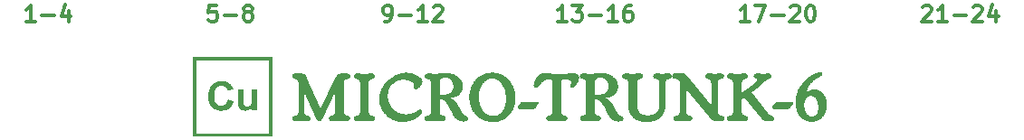
<source format=gto>
G04 #@! TF.GenerationSoftware,KiCad,Pcbnew,8.0.1*
G04 #@! TF.CreationDate,2024-06-26T21:16:06+01:00*
G04 #@! TF.ProjectId,MINI_TRUNK_6_INSULATOR,4d494e49-5f54-4525-954e-4b5f365f494e,rev?*
G04 #@! TF.SameCoordinates,Original*
G04 #@! TF.FileFunction,Legend,Top*
G04 #@! TF.FilePolarity,Positive*
%FSLAX46Y46*%
G04 Gerber Fmt 4.6, Leading zero omitted, Abs format (unit mm)*
G04 Created by KiCad (PCBNEW 8.0.1) date 2024-06-26 21:16:06*
%MOMM*%
%LPD*%
G01*
G04 APERTURE LIST*
%ADD10C,0.000000*%
%ADD11C,0.300000*%
%ADD12C,3.200000*%
G04 APERTURE END LIST*
D10*
G36*
X127912645Y-100721712D02*
G01*
X120479105Y-100721712D01*
X120479105Y-93588072D01*
X120779006Y-93588072D01*
X120779006Y-100421810D01*
X127612744Y-100421810D01*
X127612744Y-93588072D01*
X120779006Y-93588072D01*
X120479105Y-93588072D01*
X120479105Y-93288171D01*
X127912645Y-93288171D01*
X127912645Y-100721712D01*
G37*
G36*
X126489678Y-98244823D02*
G01*
X126008995Y-98244825D01*
X126008995Y-97951995D01*
X125995377Y-97971304D01*
X125981226Y-97990096D01*
X125966543Y-98008369D01*
X125951327Y-98026124D01*
X125935579Y-98043361D01*
X125919299Y-98060080D01*
X125902486Y-98076281D01*
X125885141Y-98091964D01*
X125867264Y-98107130D01*
X125848854Y-98121777D01*
X125829912Y-98135906D01*
X125810438Y-98149517D01*
X125790431Y-98162610D01*
X125769892Y-98175186D01*
X125748821Y-98187243D01*
X125727217Y-98198782D01*
X125705498Y-98209711D01*
X125683620Y-98219934D01*
X125661584Y-98229452D01*
X125639391Y-98238266D01*
X125617038Y-98246374D01*
X125594528Y-98253777D01*
X125571859Y-98260475D01*
X125549032Y-98266468D01*
X125526047Y-98271756D01*
X125502904Y-98276339D01*
X125479602Y-98280217D01*
X125456142Y-98283390D01*
X125432524Y-98285858D01*
X125408747Y-98287620D01*
X125384812Y-98288678D01*
X125360719Y-98289030D01*
X125336244Y-98288692D01*
X125312086Y-98287678D01*
X125288245Y-98285987D01*
X125264720Y-98283620D01*
X125241512Y-98280577D01*
X125218620Y-98276857D01*
X125196045Y-98272461D01*
X125173786Y-98267389D01*
X125151844Y-98261641D01*
X125130219Y-98255216D01*
X125108910Y-98248115D01*
X125087917Y-98240338D01*
X125067241Y-98231884D01*
X125046882Y-98222755D01*
X125026839Y-98212949D01*
X125007113Y-98202466D01*
X124987883Y-98191373D01*
X124969330Y-98179732D01*
X124951452Y-98167545D01*
X124934251Y-98154811D01*
X124917726Y-98141530D01*
X124901878Y-98127703D01*
X124886705Y-98113329D01*
X124872209Y-98098408D01*
X124858389Y-98082941D01*
X124845246Y-98066927D01*
X124832778Y-98050366D01*
X124820987Y-98033259D01*
X124809872Y-98015604D01*
X124799433Y-97997403D01*
X124789671Y-97978656D01*
X124780585Y-97959361D01*
X124772110Y-97939326D01*
X124764183Y-97918355D01*
X124756802Y-97896449D01*
X124749968Y-97873608D01*
X124743680Y-97849832D01*
X124737939Y-97825120D01*
X124732745Y-97799473D01*
X124728098Y-97772891D01*
X124723998Y-97745373D01*
X124720444Y-97716920D01*
X124717437Y-97687532D01*
X124714976Y-97657209D01*
X124713063Y-97625950D01*
X124711696Y-97593757D01*
X124710876Y-97560628D01*
X124710603Y-97526563D01*
X124710603Y-96288945D01*
X125228120Y-96288945D01*
X125228120Y-97187691D01*
X125228551Y-97285848D01*
X125229846Y-97374048D01*
X125232004Y-97452291D01*
X125235026Y-97520578D01*
X125238910Y-97578908D01*
X125243658Y-97627282D01*
X125249269Y-97665698D01*
X125255743Y-97694158D01*
X125259606Y-97705525D01*
X125263829Y-97716604D01*
X125268412Y-97727395D01*
X125273355Y-97737899D01*
X125278657Y-97748114D01*
X125284319Y-97758042D01*
X125290341Y-97767682D01*
X125296722Y-97777034D01*
X125303463Y-97786099D01*
X125310563Y-97794876D01*
X125318024Y-97803365D01*
X125325843Y-97811566D01*
X125334023Y-97819479D01*
X125342562Y-97827105D01*
X125351461Y-97834443D01*
X125360720Y-97841493D01*
X125370317Y-97847961D01*
X125380231Y-97854011D01*
X125390461Y-97859644D01*
X125401008Y-97864860D01*
X125411871Y-97869659D01*
X125423051Y-97874040D01*
X125434547Y-97878004D01*
X125446360Y-97881551D01*
X125458489Y-97884680D01*
X125470935Y-97887392D01*
X125483697Y-97889687D01*
X125496776Y-97891565D01*
X125510171Y-97893025D01*
X125523883Y-97894069D01*
X125537911Y-97894694D01*
X125552256Y-97894903D01*
X125568723Y-97894622D01*
X125584974Y-97893781D01*
X125601010Y-97892378D01*
X125616830Y-97890414D01*
X125632434Y-97887889D01*
X125647822Y-97884802D01*
X125662995Y-97881155D01*
X125677951Y-97876946D01*
X125692692Y-97872176D01*
X125707217Y-97866845D01*
X125721526Y-97860953D01*
X125735619Y-97854500D01*
X125749497Y-97847485D01*
X125763158Y-97839909D01*
X125776604Y-97831773D01*
X125789834Y-97823075D01*
X125802697Y-97813737D01*
X125815042Y-97804140D01*
X125826870Y-97794284D01*
X125838179Y-97784170D01*
X125848970Y-97773796D01*
X125859243Y-97763163D01*
X125868998Y-97752271D01*
X125878236Y-97741120D01*
X125886955Y-97729710D01*
X125895156Y-97718041D01*
X125902840Y-97706113D01*
X125910005Y-97693926D01*
X125916652Y-97681480D01*
X125922782Y-97668775D01*
X125928393Y-97655811D01*
X125933487Y-97642588D01*
X125938170Y-97627790D01*
X125942551Y-97610560D01*
X125946630Y-97590899D01*
X125950407Y-97568806D01*
X125953882Y-97544281D01*
X125957054Y-97517324D01*
X125959925Y-97487936D01*
X125962493Y-97456117D01*
X125966723Y-97385183D01*
X125969744Y-97304522D01*
X125971557Y-97214135D01*
X125972161Y-97114022D01*
X125972161Y-96288943D01*
X126489678Y-96288943D01*
X126489678Y-98244823D01*
G37*
G36*
X123230300Y-95500000D02*
G01*
X123290047Y-95503432D01*
X123348341Y-95509151D01*
X123405182Y-95517158D01*
X123460570Y-95527453D01*
X123514504Y-95540035D01*
X123566985Y-95554906D01*
X123618013Y-95572063D01*
X123667588Y-95591509D01*
X123715710Y-95613243D01*
X123762378Y-95637264D01*
X123807593Y-95663573D01*
X123851355Y-95692169D01*
X123893664Y-95723054D01*
X123934519Y-95756226D01*
X123973922Y-95791685D01*
X123996583Y-95813915D01*
X124018525Y-95837325D01*
X124039748Y-95861915D01*
X124060251Y-95887684D01*
X124080035Y-95914633D01*
X124099099Y-95942762D01*
X124117444Y-95972071D01*
X124135070Y-96002560D01*
X124151976Y-96034229D01*
X124168163Y-96067077D01*
X124183630Y-96101106D01*
X124198378Y-96136314D01*
X124212406Y-96172702D01*
X124225715Y-96210270D01*
X124238305Y-96249017D01*
X124250175Y-96288945D01*
X123710559Y-96417863D01*
X123704164Y-96391964D01*
X123696949Y-96366756D01*
X123688914Y-96342239D01*
X123680058Y-96318412D01*
X123670382Y-96295275D01*
X123659886Y-96272830D01*
X123648570Y-96251074D01*
X123636433Y-96230010D01*
X123623477Y-96209636D01*
X123609700Y-96189953D01*
X123595103Y-96170960D01*
X123579685Y-96152659D01*
X123563448Y-96135047D01*
X123546390Y-96118127D01*
X123528512Y-96101897D01*
X123509814Y-96086358D01*
X123490678Y-96071639D01*
X123471023Y-96057869D01*
X123450851Y-96045049D01*
X123430161Y-96033179D01*
X123408953Y-96022258D01*
X123387226Y-96012287D01*
X123364982Y-96003266D01*
X123342220Y-95995194D01*
X123318940Y-95988072D01*
X123295142Y-95981899D01*
X123270825Y-95976676D01*
X123245991Y-95972403D01*
X123220639Y-95969079D01*
X123194769Y-95966705D01*
X123168381Y-95965281D01*
X123141475Y-95964806D01*
X123104389Y-95965648D01*
X123068181Y-95968173D01*
X123032851Y-95972382D01*
X122998398Y-95978274D01*
X122964823Y-95985849D01*
X122932126Y-95995108D01*
X122900306Y-96006050D01*
X122869364Y-96018676D01*
X122839300Y-96032985D01*
X122810114Y-96048977D01*
X122781805Y-96066653D01*
X122754374Y-96086013D01*
X122727820Y-96107055D01*
X122702144Y-96129781D01*
X122677346Y-96154191D01*
X122653426Y-96180284D01*
X122630901Y-96208262D01*
X122609829Y-96238326D01*
X122590211Y-96270477D01*
X122572045Y-96304714D01*
X122555333Y-96341037D01*
X122540075Y-96379446D01*
X122526269Y-96419942D01*
X122513917Y-96462524D01*
X122503017Y-96507192D01*
X122493572Y-96553947D01*
X122485579Y-96602788D01*
X122479039Y-96653715D01*
X122473953Y-96706729D01*
X122470320Y-96761829D01*
X122468140Y-96819015D01*
X122467414Y-96878287D01*
X122468133Y-96941135D01*
X122470291Y-97001681D01*
X122473888Y-97059924D01*
X122478924Y-97115866D01*
X122485399Y-97169505D01*
X122493313Y-97220842D01*
X122502665Y-97269878D01*
X122513456Y-97316611D01*
X122525686Y-97361041D01*
X122539355Y-97403170D01*
X122554463Y-97442997D01*
X122571009Y-97480521D01*
X122588995Y-97515744D01*
X122608419Y-97548664D01*
X122629282Y-97579282D01*
X122651583Y-97607598D01*
X122675036Y-97633915D01*
X122699353Y-97658533D01*
X122724532Y-97681453D01*
X122750575Y-97702676D01*
X122777481Y-97722201D01*
X122805250Y-97740028D01*
X122833883Y-97756157D01*
X122863379Y-97770589D01*
X122893738Y-97783322D01*
X122924960Y-97794358D01*
X122957046Y-97803696D01*
X122989995Y-97811336D01*
X123023807Y-97817278D01*
X123058483Y-97821523D01*
X123094022Y-97824070D01*
X123130424Y-97824919D01*
X123157352Y-97824379D01*
X123183805Y-97822760D01*
X123209783Y-97820063D01*
X123235286Y-97816286D01*
X123260314Y-97811430D01*
X123284868Y-97805494D01*
X123308947Y-97798480D01*
X123332550Y-97790387D01*
X123355679Y-97781214D01*
X123378334Y-97770962D01*
X123400513Y-97759632D01*
X123422218Y-97747222D01*
X123443448Y-97733733D01*
X123464203Y-97719164D01*
X123484483Y-97703517D01*
X123504288Y-97686791D01*
X123523511Y-97668906D01*
X123542043Y-97649784D01*
X123559885Y-97629425D01*
X123577035Y-97607828D01*
X123593496Y-97584994D01*
X123609265Y-97560923D01*
X123624344Y-97535614D01*
X123638732Y-97509067D01*
X123652430Y-97481284D01*
X123665437Y-97452263D01*
X123677753Y-97422004D01*
X123689379Y-97390509D01*
X123700314Y-97357775D01*
X123710559Y-97323805D01*
X123720113Y-97288597D01*
X123728976Y-97252152D01*
X123728976Y-97252151D01*
X124257543Y-97419745D01*
X124241716Y-97474111D01*
X124224623Y-97526707D01*
X124206263Y-97577534D01*
X124186638Y-97626591D01*
X124165746Y-97673878D01*
X124143588Y-97719395D01*
X124120164Y-97763143D01*
X124095473Y-97805120D01*
X124069517Y-97845328D01*
X124042294Y-97883767D01*
X124013806Y-97920435D01*
X123984051Y-97955334D01*
X123953030Y-97988463D01*
X123920743Y-98019822D01*
X123887190Y-98049411D01*
X123852370Y-98077231D01*
X123816550Y-98103101D01*
X123779537Y-98127302D01*
X123741329Y-98149834D01*
X123701926Y-98170697D01*
X123661330Y-98189890D01*
X123619539Y-98207415D01*
X123576554Y-98223271D01*
X123532375Y-98237458D01*
X123487002Y-98249975D01*
X123440434Y-98260824D01*
X123392672Y-98270004D01*
X123343716Y-98277514D01*
X123293566Y-98283356D01*
X123242222Y-98287529D01*
X123189683Y-98290032D01*
X123135950Y-98290867D01*
X123069476Y-98289435D01*
X123004499Y-98285140D01*
X122941018Y-98277982D01*
X122879033Y-98267961D01*
X122818545Y-98255076D01*
X122759553Y-98239328D01*
X122702058Y-98220717D01*
X122646059Y-98199242D01*
X122591556Y-98174905D01*
X122538549Y-98147704D01*
X122487039Y-98117640D01*
X122437026Y-98084712D01*
X122388509Y-98048922D01*
X122341488Y-98010268D01*
X122295963Y-97968750D01*
X122251935Y-97924370D01*
X122210008Y-97877277D01*
X122170786Y-97828084D01*
X122134268Y-97776790D01*
X122100456Y-97723395D01*
X122069348Y-97667899D01*
X122040946Y-97610303D01*
X122015249Y-97550606D01*
X121992256Y-97488809D01*
X121971969Y-97424911D01*
X121954386Y-97358912D01*
X121939509Y-97290812D01*
X121927337Y-97220612D01*
X121917869Y-97148311D01*
X121911107Y-97073910D01*
X121907049Y-96997408D01*
X121905697Y-96918805D01*
X121907056Y-96835727D01*
X121911135Y-96755009D01*
X121917934Y-96676650D01*
X121927452Y-96600651D01*
X121939689Y-96527012D01*
X121954645Y-96455733D01*
X121972321Y-96386813D01*
X121992717Y-96320253D01*
X122015831Y-96256053D01*
X122041666Y-96194212D01*
X122070219Y-96134731D01*
X122101492Y-96077610D01*
X122135484Y-96022848D01*
X122172196Y-95970446D01*
X122211627Y-95920404D01*
X122253777Y-95872721D01*
X122298143Y-95827448D01*
X122344221Y-95785096D01*
X122392012Y-95745665D01*
X122441515Y-95709155D01*
X122492730Y-95675566D01*
X122545657Y-95644897D01*
X122600296Y-95617149D01*
X122656648Y-95592322D01*
X122714712Y-95570416D01*
X122774488Y-95551431D01*
X122835976Y-95535366D01*
X122899176Y-95522223D01*
X122964089Y-95512000D01*
X123030714Y-95504698D01*
X123099051Y-95500317D01*
X123169100Y-95498856D01*
X123230300Y-95500000D01*
G37*
G36*
X179149382Y-94662958D02*
G01*
X179159015Y-94663651D01*
X179168494Y-94664807D01*
X179177819Y-94666425D01*
X179186989Y-94668505D01*
X179196006Y-94671048D01*
X179204869Y-94674053D01*
X179213577Y-94677521D01*
X179222131Y-94681451D01*
X179230531Y-94685843D01*
X179238777Y-94690698D01*
X179246868Y-94696016D01*
X179254805Y-94701796D01*
X179262587Y-94708038D01*
X179270215Y-94714744D01*
X179277688Y-94721912D01*
X179284451Y-94729384D01*
X179290779Y-94737011D01*
X179296671Y-94744791D01*
X179302127Y-94752726D01*
X179307147Y-94760814D01*
X179311732Y-94769056D01*
X179315880Y-94777453D01*
X179319592Y-94786003D01*
X179322868Y-94794708D01*
X179325708Y-94803567D01*
X179328111Y-94812581D01*
X179330077Y-94821749D01*
X179331606Y-94831071D01*
X179332699Y-94840548D01*
X179333355Y-94850180D01*
X179333573Y-94859966D01*
X179333329Y-94869765D01*
X179332597Y-94879435D01*
X179331377Y-94888977D01*
X179329668Y-94898389D01*
X179327472Y-94907674D01*
X179324787Y-94916829D01*
X179321615Y-94925857D01*
X179317954Y-94934755D01*
X179313806Y-94943525D01*
X179309170Y-94952167D01*
X179304046Y-94960680D01*
X179298434Y-94969064D01*
X179292334Y-94977321D01*
X179285746Y-94985449D01*
X179278671Y-94993448D01*
X179271108Y-95001319D01*
X179264419Y-95007600D01*
X179256676Y-95014112D01*
X179247881Y-95020854D01*
X179238031Y-95027827D01*
X179227129Y-95035031D01*
X179215173Y-95042466D01*
X179202164Y-95050132D01*
X179188102Y-95058029D01*
X179172987Y-95066158D01*
X179156819Y-95074517D01*
X179139598Y-95083108D01*
X179121325Y-95091930D01*
X179101999Y-95100983D01*
X179081620Y-95110267D01*
X179037705Y-95129531D01*
X178953456Y-95167090D01*
X178871645Y-95208271D01*
X178792275Y-95253073D01*
X178715344Y-95301496D01*
X178640852Y-95353541D01*
X178568801Y-95409207D01*
X178499189Y-95468494D01*
X178432017Y-95531402D01*
X178367285Y-95597932D01*
X178304993Y-95668083D01*
X178245141Y-95741855D01*
X178187729Y-95819248D01*
X178132758Y-95900262D01*
X178080226Y-95984897D01*
X178030135Y-96073153D01*
X177982484Y-96165031D01*
X177960810Y-96211101D01*
X177940162Y-96258919D01*
X177920541Y-96308483D01*
X177901946Y-96359795D01*
X177884377Y-96412853D01*
X177867835Y-96467659D01*
X177852320Y-96524212D01*
X177837830Y-96582511D01*
X177837830Y-96582530D01*
X177883596Y-96546704D01*
X177929670Y-96513188D01*
X177976052Y-96481984D01*
X178022742Y-96453091D01*
X178069740Y-96426509D01*
X178117047Y-96402239D01*
X178164661Y-96380279D01*
X178212584Y-96360632D01*
X178260815Y-96343295D01*
X178309354Y-96328270D01*
X178358201Y-96315557D01*
X178407357Y-96305155D01*
X178456821Y-96297065D01*
X178506594Y-96291286D01*
X178556675Y-96287818D01*
X178607064Y-96286662D01*
X178671703Y-96288460D01*
X178734955Y-96293853D01*
X178796822Y-96302842D01*
X178857302Y-96315426D01*
X178916396Y-96331606D01*
X178974104Y-96351381D01*
X179030426Y-96374752D01*
X179085360Y-96401718D01*
X179138908Y-96432280D01*
X179191070Y-96466437D01*
X179241844Y-96504190D01*
X179291231Y-96545538D01*
X179339231Y-96590482D01*
X179385844Y-96639022D01*
X179431070Y-96691156D01*
X179474908Y-96746887D01*
X179509539Y-96796131D01*
X179541936Y-96846892D01*
X179572099Y-96899167D01*
X179600027Y-96952959D01*
X179625722Y-97008265D01*
X179649182Y-97065087D01*
X179670407Y-97123424D01*
X179689399Y-97183276D01*
X179706156Y-97244643D01*
X179720679Y-97307526D01*
X179732967Y-97371924D01*
X179743021Y-97437837D01*
X179750841Y-97505265D01*
X179756427Y-97574208D01*
X179759778Y-97644667D01*
X179760896Y-97716640D01*
X179759291Y-97803215D01*
X179754476Y-97887890D01*
X179746451Y-97970664D01*
X179735217Y-98051537D01*
X179720772Y-98130510D01*
X179703117Y-98207583D01*
X179682251Y-98282755D01*
X179658175Y-98356026D01*
X179630889Y-98427397D01*
X179600391Y-98496868D01*
X179566683Y-98564439D01*
X179529764Y-98630109D01*
X179489634Y-98693879D01*
X179446293Y-98755750D01*
X179399740Y-98815720D01*
X179349976Y-98873790D01*
X179299026Y-98927927D01*
X179246431Y-98978571D01*
X179192192Y-99025722D01*
X179136309Y-99069380D01*
X179078782Y-99109546D01*
X179019611Y-99146219D01*
X178958796Y-99179400D01*
X178896337Y-99209088D01*
X178832235Y-99235283D01*
X178766489Y-99257985D01*
X178699099Y-99277195D01*
X178630066Y-99292912D01*
X178559389Y-99305136D01*
X178487069Y-99313868D01*
X178413106Y-99319107D01*
X178337499Y-99320854D01*
X178281153Y-99319865D01*
X178225526Y-99316899D01*
X178170619Y-99311956D01*
X178116430Y-99305035D01*
X178062961Y-99296137D01*
X178010211Y-99285261D01*
X177958179Y-99272408D01*
X177906867Y-99257577D01*
X177856273Y-99240769D01*
X177806398Y-99221982D01*
X177757242Y-99201218D01*
X177708805Y-99178476D01*
X177661086Y-99153757D01*
X177614086Y-99127059D01*
X177567804Y-99098383D01*
X177522241Y-99067729D01*
X177479770Y-99036767D01*
X177438648Y-99004693D01*
X177398875Y-98971509D01*
X177360449Y-98937214D01*
X177323371Y-98901808D01*
X177287642Y-98865292D01*
X177253261Y-98827664D01*
X177220228Y-98788926D01*
X177188543Y-98749077D01*
X177158207Y-98708118D01*
X177129218Y-98666047D01*
X177101578Y-98622866D01*
X177075286Y-98578574D01*
X177050343Y-98533172D01*
X177026747Y-98486658D01*
X177004500Y-98439034D01*
X176964051Y-98340453D01*
X176928994Y-98237429D01*
X176899331Y-98129962D01*
X176875061Y-98018052D01*
X176856184Y-97901699D01*
X176842701Y-97780903D01*
X176840249Y-97742942D01*
X177653733Y-97742942D01*
X177655069Y-97816394D01*
X177659076Y-97888818D01*
X177665755Y-97960216D01*
X177675105Y-98030587D01*
X177687127Y-98099931D01*
X177701820Y-98168247D01*
X177719184Y-98235535D01*
X177739221Y-98301795D01*
X177749029Y-98331022D01*
X177759557Y-98359530D01*
X177770804Y-98387318D01*
X177782772Y-98414387D01*
X177795458Y-98440737D01*
X177808864Y-98466368D01*
X177822989Y-98491279D01*
X177837833Y-98515471D01*
X177853396Y-98538943D01*
X177869678Y-98561697D01*
X177886679Y-98583731D01*
X177904399Y-98605046D01*
X177922838Y-98625641D01*
X177941995Y-98645518D01*
X177961870Y-98664675D01*
X177982465Y-98683112D01*
X178002037Y-98699434D01*
X178022121Y-98714703D01*
X178042719Y-98728918D01*
X178063830Y-98742081D01*
X178085454Y-98754192D01*
X178107591Y-98765249D01*
X178130242Y-98775253D01*
X178153406Y-98784204D01*
X178177084Y-98792103D01*
X178201276Y-98798948D01*
X178225981Y-98804740D01*
X178251201Y-98809479D01*
X178276934Y-98813165D01*
X178303182Y-98815798D01*
X178329944Y-98817378D01*
X178357221Y-98817905D01*
X178385307Y-98817301D01*
X178412853Y-98815490D01*
X178439860Y-98812472D01*
X178466326Y-98808246D01*
X178492253Y-98802813D01*
X178517640Y-98796173D01*
X178542487Y-98788326D01*
X178566795Y-98779271D01*
X178590563Y-98769010D01*
X178613792Y-98757542D01*
X178636481Y-98744867D01*
X178658631Y-98730985D01*
X178680242Y-98715896D01*
X178701313Y-98699601D01*
X178721845Y-98682099D01*
X178741837Y-98663390D01*
X178766914Y-98636462D01*
X178790373Y-98607453D01*
X178812214Y-98576364D01*
X178832438Y-98543195D01*
X178851045Y-98507946D01*
X178868033Y-98470616D01*
X178883404Y-98431207D01*
X178897158Y-98389717D01*
X178909293Y-98346147D01*
X178919811Y-98300496D01*
X178928710Y-98252766D01*
X178935992Y-98202954D01*
X178941655Y-98151063D01*
X178945701Y-98097091D01*
X178948128Y-98041039D01*
X178948937Y-97982906D01*
X178948077Y-97913374D01*
X178945495Y-97846127D01*
X178941193Y-97781166D01*
X178935169Y-97718491D01*
X178927425Y-97658100D01*
X178917960Y-97599996D01*
X178906774Y-97544176D01*
X178893867Y-97490643D01*
X178879240Y-97439395D01*
X178862892Y-97390433D01*
X178844824Y-97343757D01*
X178825035Y-97299366D01*
X178803526Y-97257262D01*
X178780297Y-97217443D01*
X178755347Y-97179911D01*
X178728677Y-97144664D01*
X178705217Y-97117194D01*
X178680859Y-97091496D01*
X178655602Y-97067571D01*
X178629446Y-97045418D01*
X178602390Y-97025038D01*
X178574436Y-97006430D01*
X178545583Y-96989594D01*
X178515831Y-96974531D01*
X178485180Y-96961240D01*
X178453630Y-96949721D01*
X178421180Y-96939974D01*
X178387832Y-96932000D01*
X178353585Y-96925797D01*
X178318439Y-96921367D01*
X178282394Y-96918709D01*
X178245450Y-96917823D01*
X178245450Y-96917842D01*
X178215828Y-96918484D01*
X178186950Y-96920410D01*
X178158817Y-96923620D01*
X178131428Y-96928114D01*
X178104783Y-96933891D01*
X178078883Y-96940953D01*
X178053727Y-96949299D01*
X178029316Y-96958929D01*
X178005650Y-96969843D01*
X177982728Y-96982041D01*
X177960550Y-96995523D01*
X177939117Y-97010290D01*
X177918429Y-97026341D01*
X177898486Y-97043676D01*
X177879287Y-97062295D01*
X177860833Y-97082198D01*
X177835757Y-97111746D01*
X177812298Y-97142860D01*
X177790456Y-97175541D01*
X177770232Y-97209789D01*
X177751626Y-97245603D01*
X177734637Y-97282984D01*
X177719266Y-97321931D01*
X177705513Y-97362445D01*
X177693377Y-97404525D01*
X177682860Y-97448172D01*
X177673960Y-97493385D01*
X177666679Y-97540164D01*
X177661015Y-97588510D01*
X177656970Y-97638421D01*
X177654542Y-97689899D01*
X177653733Y-97742942D01*
X176840249Y-97742942D01*
X176834611Y-97655664D01*
X176831914Y-97525981D01*
X176835535Y-97373968D01*
X176846399Y-97224471D01*
X176864505Y-97077492D01*
X176889853Y-96933030D01*
X176922444Y-96791085D01*
X176962277Y-96651657D01*
X177009353Y-96514746D01*
X177063671Y-96380351D01*
X177125231Y-96248474D01*
X177194034Y-96119113D01*
X177270080Y-95992269D01*
X177353367Y-95867942D01*
X177443898Y-95746131D01*
X177541670Y-95626836D01*
X177646685Y-95510059D01*
X177758942Y-95395797D01*
X177804859Y-95352010D01*
X177851393Y-95309404D01*
X177898543Y-95267980D01*
X177946311Y-95227737D01*
X177994695Y-95188675D01*
X178043696Y-95150795D01*
X178093313Y-95114096D01*
X178143547Y-95078579D01*
X178194398Y-95044243D01*
X178245866Y-95011088D01*
X178297950Y-94979114D01*
X178350651Y-94948321D01*
X178403969Y-94918710D01*
X178457903Y-94890280D01*
X178512453Y-94863031D01*
X178567620Y-94836963D01*
X178659251Y-94796126D01*
X178745131Y-94760735D01*
X178825259Y-94730788D01*
X178899635Y-94706286D01*
X178934665Y-94696077D01*
X178968257Y-94687229D01*
X179000410Y-94679742D01*
X179031125Y-94673616D01*
X179060401Y-94668852D01*
X179088238Y-94665449D01*
X179114636Y-94663407D01*
X179139596Y-94662727D01*
X179149382Y-94662958D01*
G37*
G36*
X175155373Y-97456954D02*
G01*
X176427575Y-97456954D01*
X176449467Y-97457339D01*
X176469947Y-97458495D01*
X176489014Y-97460420D01*
X176506668Y-97463117D01*
X176522910Y-97466583D01*
X176537740Y-97470820D01*
X176551157Y-97475827D01*
X176563161Y-97481604D01*
X176573753Y-97488152D01*
X176578520Y-97491715D01*
X176582933Y-97495471D01*
X176586993Y-97499419D01*
X176590701Y-97503560D01*
X176594055Y-97507894D01*
X176597056Y-97512420D01*
X176599704Y-97517138D01*
X176601999Y-97522050D01*
X176603940Y-97527154D01*
X176605529Y-97532451D01*
X176606765Y-97537940D01*
X176607647Y-97543622D01*
X176608177Y-97549497D01*
X176608353Y-97555564D01*
X176608225Y-97559365D01*
X176607840Y-97563371D01*
X176607199Y-97567583D01*
X176606300Y-97572000D01*
X176605145Y-97576623D01*
X176603734Y-97581452D01*
X176602065Y-97586486D01*
X176600140Y-97591725D01*
X176597958Y-97597170D01*
X176595519Y-97602820D01*
X176592823Y-97608676D01*
X176589870Y-97614736D01*
X176586661Y-97621003D01*
X176583194Y-97627474D01*
X176579471Y-97634151D01*
X176575490Y-97641033D01*
X176371671Y-97976344D01*
X176366195Y-97985646D01*
X176360449Y-97994645D01*
X176354433Y-98003342D01*
X176348148Y-98011738D01*
X176341593Y-98019832D01*
X176334768Y-98027624D01*
X176327673Y-98035114D01*
X176320309Y-98042302D01*
X176312675Y-98049188D01*
X176304771Y-98055773D01*
X176296597Y-98062056D01*
X176288154Y-98068037D01*
X176279441Y-98073716D01*
X176270458Y-98079093D01*
X176261206Y-98084169D01*
X176251684Y-98088942D01*
X176241892Y-98093414D01*
X176231831Y-98097584D01*
X176221500Y-98101453D01*
X176210899Y-98105019D01*
X176200029Y-98108284D01*
X176188889Y-98111247D01*
X176177480Y-98113908D01*
X176165800Y-98116267D01*
X176153852Y-98118325D01*
X176141633Y-98120081D01*
X176129145Y-98121535D01*
X176116387Y-98122687D01*
X176090063Y-98124086D01*
X176062661Y-98124278D01*
X174810201Y-98124278D01*
X174791890Y-98123880D01*
X174774761Y-98122686D01*
X174758814Y-98120696D01*
X174744047Y-98117909D01*
X174730461Y-98114326D01*
X174718057Y-98109947D01*
X174712298Y-98107459D01*
X174706834Y-98104772D01*
X174701665Y-98101886D01*
X174696792Y-98098801D01*
X174692214Y-98095517D01*
X174687931Y-98092034D01*
X174683944Y-98088351D01*
X174680252Y-98084470D01*
X174676856Y-98080390D01*
X174673754Y-98076110D01*
X174670948Y-98071632D01*
X174668438Y-98066954D01*
X174666223Y-98062078D01*
X174664303Y-98057002D01*
X174662678Y-98051727D01*
X174661349Y-98046254D01*
X174660315Y-98040581D01*
X174659577Y-98034709D01*
X174659134Y-98028639D01*
X174658986Y-98022369D01*
X174659127Y-98017771D01*
X174659550Y-98013019D01*
X174660256Y-98008114D01*
X174661243Y-98003054D01*
X174662513Y-97997839D01*
X174664065Y-97992471D01*
X174665900Y-97986949D01*
X174668017Y-97981273D01*
X174670417Y-97975442D01*
X174673099Y-97969458D01*
X174676064Y-97963320D01*
X174679312Y-97957027D01*
X174682842Y-97950581D01*
X174686655Y-97943981D01*
X174690751Y-97937228D01*
X174695130Y-97930320D01*
X174918671Y-97568725D01*
X174924040Y-97560314D01*
X174929460Y-97552338D01*
X174934932Y-97544800D01*
X174940454Y-97537698D01*
X174946028Y-97531032D01*
X174951654Y-97524803D01*
X174957330Y-97519011D01*
X174963058Y-97513655D01*
X174968837Y-97508736D01*
X174974667Y-97504254D01*
X174980548Y-97500209D01*
X174986480Y-97496600D01*
X174992464Y-97493429D01*
X174998498Y-97490695D01*
X175004584Y-97488397D01*
X175010720Y-97486537D01*
X175014366Y-97485265D01*
X175018732Y-97483916D01*
X175029621Y-97480987D01*
X175043387Y-97477749D01*
X175060030Y-97474204D01*
X175079550Y-97470350D01*
X175101947Y-97466187D01*
X175127222Y-97461716D01*
X175155373Y-97456935D01*
X175155373Y-97456954D01*
G37*
G36*
X173252818Y-94791144D02*
G01*
X173274852Y-94791761D01*
X173298428Y-94792788D01*
X173323546Y-94794226D01*
X173350206Y-94796075D01*
X173378406Y-94798334D01*
X173408147Y-94801002D01*
X173439427Y-94804080D01*
X173481392Y-94807930D01*
X173523459Y-94811268D01*
X173565629Y-94814094D01*
X173607901Y-94816407D01*
X173650276Y-94818206D01*
X173692754Y-94819492D01*
X173735335Y-94820264D01*
X173778020Y-94820522D01*
X173820448Y-94820264D01*
X173863904Y-94819492D01*
X173908387Y-94818206D01*
X173953896Y-94816407D01*
X174047995Y-94811268D01*
X174146195Y-94804080D01*
X174193041Y-94801201D01*
X174234956Y-94799145D01*
X174271940Y-94797911D01*
X174303990Y-94797500D01*
X174319836Y-94797834D01*
X174335322Y-94798835D01*
X174350449Y-94800504D01*
X174365216Y-94802840D01*
X174379624Y-94805844D01*
X174393673Y-94809516D01*
X174407362Y-94813855D01*
X174420691Y-94818862D01*
X174433662Y-94824537D01*
X174446272Y-94830880D01*
X174458524Y-94837891D01*
X174470416Y-94845570D01*
X174481949Y-94853918D01*
X174493122Y-94862933D01*
X174503936Y-94872616D01*
X174514390Y-94882968D01*
X174523145Y-94892125D01*
X174531335Y-94901512D01*
X174538961Y-94911131D01*
X174546022Y-94920981D01*
X174552518Y-94931061D01*
X174558450Y-94941373D01*
X174563816Y-94951916D01*
X174568618Y-94962691D01*
X174572855Y-94973696D01*
X174576528Y-94984932D01*
X174579635Y-94996400D01*
X174582177Y-95008099D01*
X174584155Y-95020028D01*
X174585567Y-95032189D01*
X174586415Y-95044581D01*
X174586697Y-95057205D01*
X174586505Y-95067399D01*
X174585928Y-95077439D01*
X174584965Y-95087326D01*
X174583618Y-95097058D01*
X174581885Y-95106637D01*
X174579767Y-95116062D01*
X174577264Y-95125333D01*
X174574376Y-95134450D01*
X174571102Y-95143413D01*
X174567443Y-95152222D01*
X174563399Y-95160876D01*
X174558969Y-95169377D01*
X174554153Y-95177724D01*
X174548952Y-95185916D01*
X174543365Y-95193955D01*
X174537393Y-95201839D01*
X174529547Y-95210764D01*
X174520803Y-95219458D01*
X174511160Y-95227921D01*
X174500618Y-95236153D01*
X174489176Y-95244153D01*
X174476836Y-95251923D01*
X174463597Y-95259461D01*
X174449459Y-95266767D01*
X174434422Y-95273843D01*
X174418486Y-95280687D01*
X174401651Y-95287299D01*
X174383916Y-95293680D01*
X174365283Y-95299830D01*
X174345751Y-95305748D01*
X174325320Y-95311435D01*
X174303990Y-95316890D01*
X174275948Y-95325314D01*
X174249342Y-95334149D01*
X174224173Y-95343395D01*
X174200443Y-95353051D01*
X174178151Y-95363118D01*
X174157298Y-95373595D01*
X174137885Y-95384481D01*
X174128718Y-95390079D01*
X174119912Y-95395778D01*
X174112835Y-95400812D01*
X174104756Y-95406873D01*
X174085594Y-95422078D01*
X174062426Y-95441392D01*
X174035252Y-95464814D01*
X174004072Y-95492346D01*
X173968885Y-95523988D01*
X173929691Y-95559738D01*
X173886491Y-95599597D01*
X173762243Y-95714859D01*
X173631112Y-95832176D01*
X173493098Y-95951548D01*
X173348201Y-96072975D01*
X173196421Y-96196455D01*
X173037757Y-96321989D01*
X172872209Y-96449574D01*
X172699777Y-96579212D01*
X172699776Y-96579218D01*
X172699776Y-96579220D01*
X172699776Y-96579223D01*
X172699776Y-96579225D01*
X172699776Y-96579226D01*
X172699776Y-96579227D01*
X172699775Y-96579228D01*
X172699775Y-96579229D01*
X172699775Y-96579230D01*
X172699774Y-96579231D01*
X172699773Y-96579232D01*
X172699773Y-96579233D01*
X172699772Y-96579234D01*
X172699770Y-96579236D01*
X172699768Y-96579238D01*
X172699766Y-96579241D01*
X172699764Y-96579243D01*
X172699757Y-96579250D01*
X174241525Y-98492454D01*
X174267304Y-98523374D01*
X174292057Y-98552035D01*
X174315784Y-98578435D01*
X174338485Y-98602575D01*
X174360159Y-98624454D01*
X174380806Y-98644074D01*
X174400428Y-98661433D01*
X174419022Y-98676532D01*
X174424223Y-98680092D01*
X174430786Y-98684190D01*
X174447994Y-98694003D01*
X174470646Y-98705972D01*
X174498742Y-98720098D01*
X174532283Y-98736382D01*
X174571267Y-98754823D01*
X174615695Y-98775423D01*
X174665566Y-98798183D01*
X174683083Y-98806346D01*
X174691417Y-98810698D01*
X174699469Y-98815229D01*
X174707239Y-98819940D01*
X174714726Y-98824832D01*
X174721930Y-98829903D01*
X174728852Y-98835154D01*
X174735492Y-98840585D01*
X174741848Y-98846195D01*
X174747923Y-98851986D01*
X174753714Y-98857956D01*
X174759224Y-98864107D01*
X174764450Y-98870437D01*
X174769395Y-98876947D01*
X174774056Y-98883637D01*
X174778435Y-98890506D01*
X174782532Y-98897556D01*
X174786346Y-98904785D01*
X174789878Y-98912194D01*
X174793127Y-98919783D01*
X174796093Y-98927552D01*
X174798777Y-98935500D01*
X174801179Y-98943628D01*
X174803298Y-98951936D01*
X174805134Y-98960424D01*
X174806688Y-98969091D01*
X174807959Y-98977939D01*
X174808948Y-98986965D01*
X174809655Y-98996172D01*
X174810220Y-99015125D01*
X174809728Y-99032114D01*
X174808255Y-99048564D01*
X174805799Y-99064475D01*
X174802361Y-99079846D01*
X174797940Y-99094678D01*
X174792537Y-99108971D01*
X174786152Y-99122724D01*
X174778784Y-99135938D01*
X174770434Y-99148613D01*
X174761102Y-99160748D01*
X174750787Y-99172344D01*
X174739490Y-99183401D01*
X174727210Y-99193918D01*
X174713948Y-99203896D01*
X174699704Y-99213335D01*
X174684478Y-99222234D01*
X174668269Y-99230594D01*
X174651077Y-99238414D01*
X174632904Y-99245696D01*
X174613748Y-99252438D01*
X174593609Y-99258640D01*
X174572489Y-99264303D01*
X174550386Y-99269427D01*
X174527300Y-99274011D01*
X174503232Y-99278057D01*
X174478182Y-99281562D01*
X174452150Y-99284529D01*
X174425135Y-99286956D01*
X174397138Y-99288843D01*
X174368158Y-99290192D01*
X174338196Y-99291001D01*
X174307252Y-99291271D01*
X174271143Y-99290834D01*
X174235959Y-99289524D01*
X174201699Y-99287340D01*
X174168364Y-99284283D01*
X174135953Y-99280353D01*
X174104467Y-99275549D01*
X174073906Y-99269873D01*
X174044269Y-99263323D01*
X174015557Y-99255900D01*
X173987770Y-99247605D01*
X173960907Y-99238436D01*
X173934969Y-99228394D01*
X173909956Y-99217480D01*
X173885868Y-99205693D01*
X173862705Y-99193033D01*
X173840466Y-99179500D01*
X173824544Y-99169059D01*
X173808826Y-99158284D01*
X173793314Y-99147175D01*
X173778007Y-99135733D01*
X173762905Y-99123957D01*
X173748009Y-99111848D01*
X173733318Y-99099405D01*
X173718832Y-99086629D01*
X173704552Y-99073518D01*
X173690477Y-99060074D01*
X173676608Y-99046297D01*
X173662944Y-99032185D01*
X173649486Y-99017740D01*
X173636233Y-99002960D01*
X173623186Y-98987847D01*
X173610345Y-98972400D01*
X172022591Y-97039455D01*
X171805611Y-97184108D01*
X171805611Y-98275493D01*
X171806305Y-98306889D01*
X171807564Y-98336975D01*
X171809388Y-98365751D01*
X171811777Y-98393217D01*
X171814730Y-98419373D01*
X171818249Y-98444220D01*
X171822333Y-98467757D01*
X171826981Y-98489984D01*
X171832194Y-98510901D01*
X171837972Y-98530508D01*
X171844315Y-98548806D01*
X171851222Y-98565794D01*
X171858695Y-98581472D01*
X171866732Y-98595840D01*
X171875333Y-98608898D01*
X171884499Y-98620647D01*
X171891654Y-98628750D01*
X171899143Y-98636622D01*
X171906964Y-98644263D01*
X171915120Y-98651674D01*
X171923609Y-98658854D01*
X171932432Y-98665802D01*
X171941588Y-98672520D01*
X171951078Y-98679007D01*
X171960902Y-98685262D01*
X171971059Y-98691287D01*
X171981550Y-98697080D01*
X171992375Y-98702642D01*
X172003534Y-98707972D01*
X172015027Y-98713072D01*
X172026853Y-98717939D01*
X172039014Y-98722575D01*
X172183648Y-98768581D01*
X172208728Y-98777596D01*
X172232189Y-98787381D01*
X172254032Y-98797937D01*
X172274257Y-98809264D01*
X172292864Y-98821361D01*
X172309852Y-98834228D01*
X172325223Y-98847866D01*
X172332301Y-98854974D01*
X172338975Y-98862274D01*
X172345245Y-98869767D01*
X172351110Y-98877453D01*
X172356570Y-98885331D01*
X172361626Y-98893401D01*
X172366278Y-98901665D01*
X172370525Y-98910120D01*
X172374367Y-98918768D01*
X172377805Y-98927609D01*
X172380839Y-98936642D01*
X172383468Y-98945868D01*
X172385692Y-98955286D01*
X172387512Y-98964896D01*
X172388928Y-98974700D01*
X172389939Y-98984695D01*
X172390748Y-99005264D01*
X172390388Y-99020287D01*
X172389310Y-99034951D01*
X172387513Y-99049256D01*
X172384997Y-99063202D01*
X172381761Y-99076789D01*
X172377807Y-99090016D01*
X172373133Y-99102883D01*
X172367741Y-99115392D01*
X172361628Y-99127540D01*
X172354797Y-99139329D01*
X172347246Y-99150758D01*
X172338976Y-99161827D01*
X172329986Y-99172536D01*
X172320277Y-99182885D01*
X172309848Y-99192874D01*
X172298699Y-99202503D01*
X172286966Y-99211261D01*
X172274770Y-99219454D01*
X172262112Y-99227082D01*
X172248990Y-99234145D01*
X172235405Y-99240644D01*
X172221357Y-99246577D01*
X172206847Y-99251945D01*
X172191873Y-99256748D01*
X172176438Y-99260985D01*
X172160539Y-99264658D01*
X172144178Y-99267766D01*
X172127354Y-99270309D01*
X172110068Y-99272286D01*
X172092320Y-99273699D01*
X172074109Y-99274547D01*
X172055436Y-99274829D01*
X172034175Y-99274573D01*
X172009832Y-99273803D01*
X171982406Y-99272519D01*
X171951898Y-99270721D01*
X171918308Y-99268410D01*
X171881637Y-99265584D01*
X171799050Y-99258388D01*
X171753281Y-99254539D01*
X171706382Y-99251203D01*
X171658353Y-99248381D01*
X171609195Y-99246071D01*
X171558908Y-99244275D01*
X171507491Y-99242992D01*
X171454946Y-99242222D01*
X171401273Y-99241966D01*
X171292586Y-99242992D01*
X171190060Y-99246071D01*
X171141108Y-99248381D01*
X171093696Y-99251203D01*
X171047825Y-99254539D01*
X171003495Y-99258388D01*
X170922349Y-99265584D01*
X170853117Y-99270721D01*
X170795798Y-99273803D01*
X170771605Y-99274573D01*
X170750390Y-99274829D01*
X170726554Y-99274393D01*
X170703541Y-99273083D01*
X170681350Y-99270900D01*
X170659981Y-99267844D01*
X170639435Y-99263915D01*
X170619711Y-99259113D01*
X170600809Y-99253438D01*
X170582729Y-99246889D01*
X170565472Y-99239467D01*
X170549036Y-99231172D01*
X170533423Y-99222003D01*
X170518631Y-99211961D01*
X170504661Y-99201045D01*
X170491513Y-99189257D01*
X170479187Y-99176594D01*
X170467683Y-99163059D01*
X170460913Y-99154365D01*
X170454581Y-99145543D01*
X170448686Y-99136593D01*
X170443228Y-99127514D01*
X170438206Y-99118307D01*
X170433622Y-99108972D01*
X170429475Y-99099508D01*
X170425764Y-99089917D01*
X170422490Y-99080196D01*
X170419653Y-99070348D01*
X170417252Y-99060371D01*
X170415288Y-99050266D01*
X170413761Y-99040033D01*
X170412670Y-99029671D01*
X170412016Y-99019182D01*
X170411797Y-99008563D01*
X170412067Y-98995593D01*
X170412876Y-98982982D01*
X170414224Y-98970731D01*
X170416111Y-98958839D01*
X170418537Y-98947307D01*
X170421503Y-98936134D01*
X170425008Y-98925321D01*
X170429052Y-98914867D01*
X170433635Y-98904773D01*
X170438758Y-98895039D01*
X170444421Y-98885664D01*
X170450622Y-98876650D01*
X170457364Y-98867995D01*
X170464644Y-98859699D01*
X170472465Y-98851764D01*
X170480824Y-98844188D01*
X170488094Y-98838322D01*
X170496751Y-98832224D01*
X170506793Y-98825894D01*
X170518222Y-98819333D01*
X170531038Y-98812541D01*
X170545241Y-98805517D01*
X170560830Y-98798262D01*
X170577806Y-98790775D01*
X170596169Y-98783057D01*
X170615919Y-98775108D01*
X170637056Y-98766927D01*
X170659580Y-98758516D01*
X170708791Y-98740998D01*
X170763551Y-98722556D01*
X170783223Y-98715276D01*
X170801970Y-98707406D01*
X170819792Y-98698944D01*
X170836690Y-98689891D01*
X170852663Y-98680247D01*
X170867711Y-98670013D01*
X170881835Y-98659188D01*
X170895034Y-98647772D01*
X170907308Y-98635765D01*
X170918659Y-98623167D01*
X170929085Y-98609979D01*
X170938586Y-98596200D01*
X170947164Y-98581831D01*
X170954817Y-98566871D01*
X170961546Y-98551320D01*
X170967351Y-98535178D01*
X170970936Y-98525303D01*
X170974290Y-98514580D01*
X170977412Y-98503010D01*
X170980301Y-98490593D01*
X170982960Y-98477328D01*
X170985386Y-98463216D01*
X170987582Y-98448257D01*
X170989545Y-98432451D01*
X170991278Y-98415797D01*
X170992779Y-98398296D01*
X170994049Y-98379948D01*
X170995088Y-98360752D01*
X170996472Y-98319817D01*
X170996934Y-98275493D01*
X170996934Y-95790275D01*
X170996243Y-95759252D01*
X170994987Y-95729461D01*
X170993166Y-95700903D01*
X170990779Y-95673578D01*
X170987827Y-95647485D01*
X170984310Y-95622624D01*
X170980227Y-95598997D01*
X170975579Y-95576602D01*
X170970365Y-95555440D01*
X170964587Y-95535510D01*
X170958243Y-95516813D01*
X170951334Y-95499349D01*
X170943859Y-95483118D01*
X170935820Y-95468120D01*
X170927215Y-95454354D01*
X170918046Y-95441821D01*
X170910894Y-95433346D01*
X170903408Y-95425178D01*
X170895588Y-95417319D01*
X170887434Y-95409767D01*
X170878945Y-95402524D01*
X170870123Y-95395589D01*
X170860967Y-95388962D01*
X170851477Y-95382644D01*
X170841653Y-95376633D01*
X170831496Y-95370931D01*
X170821005Y-95365537D01*
X170810181Y-95360451D01*
X170799023Y-95355674D01*
X170787532Y-95351205D01*
X170775708Y-95347044D01*
X170763551Y-95343192D01*
X170618897Y-95300468D01*
X170593821Y-95292211D01*
X170570362Y-95283056D01*
X170548520Y-95273001D01*
X170528296Y-95262048D01*
X170509690Y-95250196D01*
X170500994Y-95243933D01*
X170492701Y-95237445D01*
X170484814Y-95230732D01*
X170477330Y-95223795D01*
X170470252Y-95216633D01*
X170463577Y-95209246D01*
X170457307Y-95201635D01*
X170451442Y-95193799D01*
X170445981Y-95185738D01*
X170440924Y-95177453D01*
X170436272Y-95168943D01*
X170432025Y-95160208D01*
X170428182Y-95151249D01*
X170424743Y-95142065D01*
X170421709Y-95132656D01*
X170419079Y-95123022D01*
X170416854Y-95113164D01*
X170415034Y-95103082D01*
X170413618Y-95092774D01*
X170412607Y-95082242D01*
X170411797Y-95060504D01*
X170412106Y-95047868D01*
X170413030Y-95035437D01*
X170414571Y-95023212D01*
X170416729Y-95011191D01*
X170419503Y-94999376D01*
X170422893Y-94987766D01*
X170426899Y-94976362D01*
X170431522Y-94965163D01*
X170436761Y-94954169D01*
X170442616Y-94943381D01*
X170449087Y-94932799D01*
X170456175Y-94922421D01*
X170463878Y-94912250D01*
X170472198Y-94902284D01*
X170481134Y-94892523D01*
X170490685Y-94882968D01*
X170502502Y-94871826D01*
X170514934Y-94861402D01*
X170527983Y-94851697D01*
X170541648Y-94842711D01*
X170555928Y-94834443D01*
X170570825Y-94826893D01*
X170586339Y-94820063D01*
X170602468Y-94813951D01*
X170619213Y-94808558D01*
X170636575Y-94803884D01*
X170654554Y-94799928D01*
X170673148Y-94796692D01*
X170692359Y-94794175D01*
X170712186Y-94792377D01*
X170732630Y-94791298D01*
X170753690Y-94790939D01*
X170775568Y-94791195D01*
X170800120Y-94791965D01*
X170827344Y-94793248D01*
X170857240Y-94795044D01*
X170889807Y-94797354D01*
X170925045Y-94800176D01*
X171003533Y-94807361D01*
X171048576Y-94811211D01*
X171094957Y-94814549D01*
X171142674Y-94817374D01*
X171191727Y-94819687D01*
X171242115Y-94821487D01*
X171293839Y-94822773D01*
X171346898Y-94823545D01*
X171401292Y-94823802D01*
X171508744Y-94822773D01*
X171610857Y-94819687D01*
X171659910Y-94817374D01*
X171707627Y-94814549D01*
X171754007Y-94811211D01*
X171799050Y-94807361D01*
X171877331Y-94800176D01*
X171944517Y-94795044D01*
X172000605Y-94791965D01*
X172024487Y-94791195D01*
X172045594Y-94790939D01*
X172069054Y-94791362D01*
X172091770Y-94792634D01*
X172113741Y-94794753D01*
X172134968Y-94797719D01*
X172155451Y-94801533D01*
X172175188Y-94806194D01*
X172194181Y-94811703D01*
X172212430Y-94818059D01*
X172229934Y-94825262D01*
X172246692Y-94833313D01*
X172262706Y-94842211D01*
X172277975Y-94851956D01*
X172292499Y-94862549D01*
X172306278Y-94873989D01*
X172319312Y-94886275D01*
X172331601Y-94899410D01*
X172338766Y-94908515D01*
X172345468Y-94917748D01*
X172351708Y-94927110D01*
X172357486Y-94936600D01*
X172362802Y-94946218D01*
X172367655Y-94955965D01*
X172372047Y-94965840D01*
X172375975Y-94975844D01*
X172379442Y-94985977D01*
X172382447Y-94996238D01*
X172384989Y-95006627D01*
X172387069Y-95017145D01*
X172388687Y-95027792D01*
X172389843Y-95038567D01*
X172390536Y-95049471D01*
X172390767Y-95060504D01*
X172390497Y-95072305D01*
X172389689Y-95083874D01*
X172388341Y-95095211D01*
X172386454Y-95106317D01*
X172384027Y-95117192D01*
X172381062Y-95127836D01*
X172377557Y-95138249D01*
X172373513Y-95148431D01*
X172368929Y-95158382D01*
X172363806Y-95168102D01*
X172358144Y-95177591D01*
X172351942Y-95186850D01*
X172345201Y-95195878D01*
X172337920Y-95204676D01*
X172330100Y-95213243D01*
X172321740Y-95221580D01*
X172314085Y-95228603D01*
X172305094Y-95235703D01*
X172294769Y-95242881D01*
X172283108Y-95250136D01*
X172270113Y-95257468D01*
X172255783Y-95264878D01*
X172240117Y-95272364D01*
X172223116Y-95279928D01*
X172204780Y-95287569D01*
X172185108Y-95295287D01*
X172164101Y-95303082D01*
X172141758Y-95310954D01*
X172118080Y-95318903D01*
X172093067Y-95326929D01*
X172066718Y-95335032D01*
X172039033Y-95343211D01*
X172019743Y-95349720D01*
X172001326Y-95356923D01*
X171983783Y-95364819D01*
X171967114Y-95373409D01*
X171951318Y-95382693D01*
X171936395Y-95392670D01*
X171922346Y-95403341D01*
X171909171Y-95414706D01*
X171896869Y-95426764D01*
X171885441Y-95439516D01*
X171874886Y-95452961D01*
X171865204Y-95467100D01*
X171856396Y-95481932D01*
X171848462Y-95497458D01*
X171841401Y-95513677D01*
X171835214Y-95530589D01*
X171831631Y-95540462D01*
X171828279Y-95551182D01*
X171825158Y-95562751D01*
X171822268Y-95575167D01*
X171819609Y-95588431D01*
X171817180Y-95602543D01*
X171814983Y-95617503D01*
X171813017Y-95633310D01*
X171811282Y-95649964D01*
X171809778Y-95667467D01*
X171808505Y-95685816D01*
X171807463Y-95705013D01*
X171806075Y-95745950D01*
X171805611Y-95790275D01*
X171805611Y-96608814D01*
X171884519Y-96552928D01*
X172156956Y-96354458D01*
X172379261Y-96189686D01*
X172551434Y-96058605D01*
X172673474Y-95961211D01*
X172809844Y-95845438D01*
X172928030Y-95741374D01*
X173028034Y-95649022D01*
X173109854Y-95568381D01*
X173143946Y-95532452D01*
X173173492Y-95499452D01*
X173198492Y-95469379D01*
X173218947Y-95442234D01*
X173234856Y-95418017D01*
X173246220Y-95396727D01*
X173253038Y-95378366D01*
X173255311Y-95362933D01*
X173255247Y-95359685D01*
X173255055Y-95356514D01*
X173254735Y-95353420D01*
X173254287Y-95350402D01*
X173253712Y-95347462D01*
X173253008Y-95344598D01*
X173252175Y-95341811D01*
X173251215Y-95339101D01*
X173250126Y-95336468D01*
X173248909Y-95333912D01*
X173247563Y-95331433D01*
X173246089Y-95329030D01*
X173244487Y-95326705D01*
X173242756Y-95324456D01*
X173240896Y-95322285D01*
X173238908Y-95320190D01*
X173236492Y-95318098D01*
X173233357Y-95315930D01*
X173229504Y-95313683D01*
X173224931Y-95311360D01*
X173219640Y-95308959D01*
X173213630Y-95306481D01*
X173206900Y-95303926D01*
X173199452Y-95301293D01*
X173191284Y-95298583D01*
X173182398Y-95295795D01*
X173172792Y-95292930D01*
X173162467Y-95289988D01*
X173151423Y-95286969D01*
X173139660Y-95283872D01*
X173113976Y-95277446D01*
X173089295Y-95270411D01*
X173066206Y-95262451D01*
X173044710Y-95253566D01*
X173024805Y-95243757D01*
X173006494Y-95233024D01*
X172997935Y-95227310D01*
X172989774Y-95221365D01*
X172982011Y-95215190D01*
X172974647Y-95208783D01*
X172967680Y-95202144D01*
X172961112Y-95195275D01*
X172954942Y-95188175D01*
X172949169Y-95180843D01*
X172943795Y-95173280D01*
X172938819Y-95165486D01*
X172934241Y-95157461D01*
X172930061Y-95149204D01*
X172926280Y-95140717D01*
X172922896Y-95131998D01*
X172919910Y-95123048D01*
X172917323Y-95113867D01*
X172915133Y-95104454D01*
X172913342Y-95094811D01*
X172911948Y-95084936D01*
X172910953Y-95074830D01*
X172910157Y-95053924D01*
X172910350Y-95044099D01*
X172910928Y-95034352D01*
X172911891Y-95024682D01*
X172913240Y-95015089D01*
X172914974Y-95005573D01*
X172917093Y-94996135D01*
X172919598Y-94986773D01*
X172922488Y-94977489D01*
X172925764Y-94968282D01*
X172929424Y-94959152D01*
X172933470Y-94950099D01*
X172937902Y-94941124D01*
X172942719Y-94932225D01*
X172947921Y-94923403D01*
X172953508Y-94914658D01*
X172959481Y-94905990D01*
X172970565Y-94892059D01*
X172976405Y-94885430D01*
X172982444Y-94879027D01*
X172988683Y-94872847D01*
X172995120Y-94866893D01*
X173001756Y-94861163D01*
X173008591Y-94855658D01*
X173015625Y-94850377D01*
X173022858Y-94845321D01*
X173030290Y-94840490D01*
X173037921Y-94835883D01*
X173053779Y-94827344D01*
X173070434Y-94819704D01*
X173087885Y-94812962D01*
X173106131Y-94807119D01*
X173125174Y-94802175D01*
X173145012Y-94798130D01*
X173165647Y-94794984D01*
X173187078Y-94792737D01*
X173209304Y-94791388D01*
X173232327Y-94790939D01*
X173252818Y-94791144D01*
G37*
G36*
X166269894Y-94787870D02*
G01*
X166289184Y-94788563D01*
X166307908Y-94789719D01*
X166326067Y-94791337D01*
X166343661Y-94793417D01*
X166360689Y-94795960D01*
X166377152Y-94798965D01*
X166393050Y-94802433D01*
X166408382Y-94806363D01*
X166423149Y-94810755D01*
X166437351Y-94815610D01*
X166450987Y-94820928D01*
X166464059Y-94826708D01*
X166476565Y-94832951D01*
X166488506Y-94839656D01*
X166499883Y-94846824D01*
X166510620Y-94853654D01*
X166521459Y-94860998D01*
X166532401Y-94868855D01*
X166543445Y-94877226D01*
X166554592Y-94886111D01*
X166565841Y-94895510D01*
X166577192Y-94905422D01*
X166588646Y-94915849D01*
X166600202Y-94926789D01*
X166611860Y-94938243D01*
X166623621Y-94950211D01*
X166635484Y-94962693D01*
X166647450Y-94975689D01*
X166659518Y-94989199D01*
X166671688Y-95003223D01*
X166683961Y-95017761D01*
X168948937Y-97779105D01*
X168948937Y-95786994D01*
X168948247Y-95755984D01*
X168946991Y-95726232D01*
X168945170Y-95697739D01*
X168942783Y-95670504D01*
X168939831Y-95644527D01*
X168936313Y-95619808D01*
X168932230Y-95596348D01*
X168927582Y-95574146D01*
X168922369Y-95553202D01*
X168916590Y-95533516D01*
X168910246Y-95515089D01*
X168903337Y-95497919D01*
X168895863Y-95482008D01*
X168887823Y-95467354D01*
X168879219Y-95453959D01*
X168870049Y-95441821D01*
X168862895Y-95432951D01*
X168855406Y-95424414D01*
X168847584Y-95416210D01*
X168839429Y-95408341D01*
X168830940Y-95400804D01*
X168822117Y-95393602D01*
X168812961Y-95386733D01*
X168803471Y-95380197D01*
X168793647Y-95373996D01*
X168783490Y-95368128D01*
X168772999Y-95362594D01*
X168762174Y-95357393D01*
X168751015Y-95352527D01*
X168739522Y-95347994D01*
X168727696Y-95343796D01*
X168715535Y-95339931D01*
X168570901Y-95297187D01*
X168545824Y-95288931D01*
X168522365Y-95279775D01*
X168500524Y-95269721D01*
X168480300Y-95258767D01*
X168461694Y-95246915D01*
X168452997Y-95240651D01*
X168444705Y-95234163D01*
X168436817Y-95227450D01*
X168429334Y-95220513D01*
X168422255Y-95213351D01*
X168415581Y-95205963D01*
X168409311Y-95198352D01*
X168403445Y-95190515D01*
X168397984Y-95182454D01*
X168392928Y-95174168D01*
X168388276Y-95165657D01*
X168384028Y-95156921D01*
X168380185Y-95147961D01*
X168376746Y-95138776D01*
X168373712Y-95129366D01*
X168371083Y-95119732D01*
X168368858Y-95109872D01*
X168367037Y-95099788D01*
X168365621Y-95089479D01*
X168364610Y-95078946D01*
X168363801Y-95057205D01*
X168364109Y-95044569D01*
X168365033Y-95032138D01*
X168366573Y-95019914D01*
X168368730Y-95007895D01*
X168371502Y-94996081D01*
X168374891Y-94984473D01*
X168378896Y-94973070D01*
X168383518Y-94961873D01*
X168388756Y-94950881D01*
X168394611Y-94940095D01*
X168401082Y-94929514D01*
X168408170Y-94919138D01*
X168415875Y-94908967D01*
X168424196Y-94899002D01*
X168433134Y-94889242D01*
X168442689Y-94879688D01*
X168454518Y-94868542D01*
X168466989Y-94858116D01*
X168480101Y-94848408D01*
X168493855Y-94839419D01*
X168508250Y-94831149D01*
X168523288Y-94823598D01*
X168538966Y-94816766D01*
X168555287Y-94810653D01*
X168572249Y-94805260D01*
X168589853Y-94800585D01*
X168608099Y-94796629D01*
X168626986Y-94793393D01*
X168646515Y-94790876D01*
X168666687Y-94789077D01*
X168687500Y-94787999D01*
X168708955Y-94787639D01*
X168732227Y-94787896D01*
X168757656Y-94788668D01*
X168785242Y-94789954D01*
X168814984Y-94791754D01*
X168846883Y-94794067D01*
X168880938Y-94796893D01*
X168917150Y-94800231D01*
X168955518Y-94804080D01*
X168996095Y-94807929D01*
X169035644Y-94811265D01*
X169074166Y-94814088D01*
X169111660Y-94816397D01*
X169148127Y-94818193D01*
X169183567Y-94819476D01*
X169217980Y-94820246D01*
X169251366Y-94820503D01*
X169284754Y-94820246D01*
X169319169Y-94819476D01*
X169354612Y-94818193D01*
X169391082Y-94816397D01*
X169428580Y-94814088D01*
X169467105Y-94811265D01*
X169506656Y-94807929D01*
X169547234Y-94804080D01*
X169621607Y-94796893D01*
X169686941Y-94791754D01*
X169716218Y-94789954D01*
X169743237Y-94788668D01*
X169767997Y-94787896D01*
X169790498Y-94787639D01*
X169814353Y-94788063D01*
X169837438Y-94789334D01*
X169859753Y-94791453D01*
X169881299Y-94794420D01*
X169902074Y-94798234D01*
X169922079Y-94802895D01*
X169941315Y-94808405D01*
X169959780Y-94814761D01*
X169977474Y-94821966D01*
X169994399Y-94830018D01*
X170010553Y-94838917D01*
X170025937Y-94848665D01*
X170040550Y-94859259D01*
X170054393Y-94870702D01*
X170067465Y-94882991D01*
X170079766Y-94896129D01*
X170086931Y-94905221D01*
X170093633Y-94914415D01*
X170099873Y-94923712D01*
X170105651Y-94933112D01*
X170110967Y-94942614D01*
X170115820Y-94952219D01*
X170120212Y-94961926D01*
X170124141Y-94971736D01*
X170127607Y-94981649D01*
X170130612Y-94991665D01*
X170133154Y-95001784D01*
X170135234Y-95012006D01*
X170136852Y-95022331D01*
X170138008Y-95032759D01*
X170138701Y-95043290D01*
X170138932Y-95053924D01*
X170138663Y-95066123D01*
X170137854Y-95078065D01*
X170136506Y-95089750D01*
X170134619Y-95101178D01*
X170132192Y-95112349D01*
X170129227Y-95123263D01*
X170125722Y-95133920D01*
X170121678Y-95144320D01*
X170117094Y-95154464D01*
X170111971Y-95164351D01*
X170106309Y-95173981D01*
X170100107Y-95183354D01*
X170093366Y-95192470D01*
X170086085Y-95201330D01*
X170078265Y-95209934D01*
X170069905Y-95218280D01*
X170062253Y-95225306D01*
X170053265Y-95232409D01*
X170042941Y-95239589D01*
X170031281Y-95246845D01*
X170018286Y-95254178D01*
X170003955Y-95261587D01*
X169988288Y-95269074D01*
X169971286Y-95276638D01*
X169952947Y-95284279D01*
X169933273Y-95291997D01*
X169912264Y-95299792D01*
X169889918Y-95307665D01*
X169866237Y-95315615D01*
X169841220Y-95323643D01*
X169814867Y-95331748D01*
X169787179Y-95339931D01*
X169768278Y-95346452D01*
X169750198Y-95353693D01*
X169732941Y-95361653D01*
X169716505Y-95370333D01*
X169700891Y-95379731D01*
X169686098Y-95389849D01*
X169672128Y-95400687D01*
X169658979Y-95412243D01*
X169646652Y-95424519D01*
X169635147Y-95437514D01*
X169624464Y-95451228D01*
X169614603Y-95465662D01*
X169605564Y-95480815D01*
X169597347Y-95496687D01*
X169589952Y-95513279D01*
X169583379Y-95530589D01*
X169579796Y-95539681D01*
X169576445Y-95549697D01*
X169573325Y-95560638D01*
X169570436Y-95572503D01*
X169567778Y-95585293D01*
X169565352Y-95599007D01*
X169563156Y-95613646D01*
X169561191Y-95629209D01*
X169559458Y-95645696D01*
X169557956Y-95663108D01*
X169556685Y-95681445D01*
X169555645Y-95700706D01*
X169554258Y-95742001D01*
X169553796Y-95786994D01*
X169553796Y-98525317D01*
X169577623Y-98557421D01*
X169599808Y-98586340D01*
X169620351Y-98612074D01*
X169639252Y-98634623D01*
X169656511Y-98653988D01*
X169672127Y-98670167D01*
X169679319Y-98677063D01*
X169686100Y-98683163D01*
X169692470Y-98688466D01*
X169698430Y-98692973D01*
X169703914Y-98697031D01*
X169709680Y-98700986D01*
X169715728Y-98704838D01*
X169722059Y-98708588D01*
X169728672Y-98712235D01*
X169735567Y-98715779D01*
X169742745Y-98719220D01*
X169750205Y-98722559D01*
X169757948Y-98725795D01*
X169765973Y-98728929D01*
X169774281Y-98731960D01*
X169782871Y-98734888D01*
X169791745Y-98737714D01*
X169800901Y-98740438D01*
X169810340Y-98743059D01*
X169820062Y-98745578D01*
X169867728Y-98756772D01*
X169910463Y-98767350D01*
X169948267Y-98777314D01*
X169981140Y-98786662D01*
X170009081Y-98795396D01*
X170032093Y-98803514D01*
X170050174Y-98811017D01*
X170057366Y-98814538D01*
X170063325Y-98817905D01*
X170076857Y-98826737D01*
X170089517Y-98835980D01*
X170101305Y-98845635D01*
X170106871Y-98850617D01*
X170112219Y-98855702D01*
X170117349Y-98860889D01*
X170122261Y-98866179D01*
X170126954Y-98871573D01*
X170131429Y-98877069D01*
X170135686Y-98882667D01*
X170139725Y-98888369D01*
X170143546Y-98894173D01*
X170147148Y-98900080D01*
X170150532Y-98906090D01*
X170153698Y-98912203D01*
X170156645Y-98918418D01*
X170159374Y-98924737D01*
X170161885Y-98931157D01*
X170164178Y-98937681D01*
X170166252Y-98944307D01*
X170168108Y-98951036D01*
X170169746Y-98957868D01*
X170171165Y-98964802D01*
X170172366Y-98971839D01*
X170173349Y-98978979D01*
X170174113Y-98986221D01*
X170174659Y-98993566D01*
X170175095Y-99008563D01*
X170174691Y-99025546D01*
X170173477Y-99041977D01*
X170171455Y-99057855D01*
X170168623Y-99073181D01*
X170164983Y-99087955D01*
X170160533Y-99102177D01*
X170155275Y-99115846D01*
X170149207Y-99128963D01*
X170142331Y-99141528D01*
X170134645Y-99153541D01*
X170126150Y-99165001D01*
X170116847Y-99175909D01*
X170106734Y-99186265D01*
X170095813Y-99196069D01*
X170084083Y-99205321D01*
X170071543Y-99214021D01*
X170058195Y-99222168D01*
X170044037Y-99229763D01*
X170029071Y-99236806D01*
X170013296Y-99243297D01*
X169996712Y-99249236D01*
X169979318Y-99254623D01*
X169961116Y-99259458D01*
X169942105Y-99263741D01*
X169922285Y-99267471D01*
X169901656Y-99270650D01*
X169880219Y-99273276D01*
X169857972Y-99275351D01*
X169834916Y-99276873D01*
X169811052Y-99277844D01*
X169786378Y-99278262D01*
X169760896Y-99278129D01*
X169593240Y-99274848D01*
X169513419Y-99273204D01*
X169439968Y-99269916D01*
X169372885Y-99264985D01*
X169312173Y-99258409D01*
X169257829Y-99250190D01*
X169209855Y-99240326D01*
X169188257Y-99234777D01*
X169168251Y-99228817D01*
X169149837Y-99222446D01*
X169133016Y-99215663D01*
X169112843Y-99206456D01*
X169091771Y-99195272D01*
X169069801Y-99182111D01*
X169046931Y-99166972D01*
X169023162Y-99149856D01*
X168998495Y-99130762D01*
X168972928Y-99109691D01*
X168946463Y-99086643D01*
X168919098Y-99061617D01*
X168890834Y-99034614D01*
X168861672Y-99005633D01*
X168831610Y-98974675D01*
X168800650Y-98941739D01*
X168768790Y-98906825D01*
X168736032Y-98869934D01*
X168702374Y-98831065D01*
X166591912Y-96299823D01*
X166591912Y-98275493D01*
X166592606Y-98306506D01*
X166593865Y-98336261D01*
X166595689Y-98364757D01*
X166598078Y-98391994D01*
X166601032Y-98417972D01*
X166604551Y-98442692D01*
X166608635Y-98466153D01*
X166613284Y-98488355D01*
X166618498Y-98509299D01*
X166624277Y-98528984D01*
X166630622Y-98547411D01*
X166637531Y-98564579D01*
X166645006Y-98580488D01*
X166653045Y-98595139D01*
X166661650Y-98608532D01*
X166670819Y-98620666D01*
X166677585Y-98628769D01*
X166684736Y-98636640D01*
X166692273Y-98644281D01*
X166700195Y-98651690D01*
X166708502Y-98658868D01*
X166717195Y-98665815D01*
X166726272Y-98672531D01*
X166735736Y-98679016D01*
X166745584Y-98685270D01*
X166755818Y-98691293D01*
X166766438Y-98697084D01*
X166777442Y-98702645D01*
X166788832Y-98707974D01*
X166800608Y-98713072D01*
X166812768Y-98717939D01*
X166825314Y-98722575D01*
X166969968Y-98768600D01*
X166995044Y-98777602D01*
X167018502Y-98787348D01*
X167040343Y-98797840D01*
X167060566Y-98809076D01*
X167079171Y-98821057D01*
X167096158Y-98833783D01*
X167111527Y-98847253D01*
X167118605Y-98854268D01*
X167125278Y-98861469D01*
X167131547Y-98868856D01*
X167137412Y-98876429D01*
X167142872Y-98884188D01*
X167147928Y-98892133D01*
X167152579Y-98900265D01*
X167156826Y-98908583D01*
X167160668Y-98917087D01*
X167164106Y-98925777D01*
X167167139Y-98934654D01*
X167169768Y-98943716D01*
X167171993Y-98952965D01*
X167173813Y-98962400D01*
X167175229Y-98972021D01*
X167176240Y-98981829D01*
X167177049Y-99002002D01*
X167176741Y-99015033D01*
X167175816Y-99027833D01*
X167174276Y-99040403D01*
X167172120Y-99052742D01*
X167169347Y-99064850D01*
X167165958Y-99076727D01*
X167161953Y-99088374D01*
X167157331Y-99099789D01*
X167152093Y-99110974D01*
X167146239Y-99121928D01*
X167139767Y-99132651D01*
X167132679Y-99143143D01*
X167124975Y-99153403D01*
X167116654Y-99163433D01*
X167107716Y-99173232D01*
X167098161Y-99182800D01*
X167086335Y-99193945D01*
X167073867Y-99204372D01*
X167060757Y-99214079D01*
X167047005Y-99223068D01*
X167032611Y-99231338D01*
X167017575Y-99238889D01*
X167001897Y-99245721D01*
X166985577Y-99251834D01*
X166968615Y-99257228D01*
X166951010Y-99261902D01*
X166932763Y-99265858D01*
X166913874Y-99269094D01*
X166894343Y-99271612D01*
X166874169Y-99273410D01*
X166853353Y-99274489D01*
X166831895Y-99274848D01*
X166809343Y-99274592D01*
X166784430Y-99273822D01*
X166757156Y-99272538D01*
X166727520Y-99270740D01*
X166695522Y-99268429D01*
X166661161Y-99265603D01*
X166624438Y-99262262D01*
X166585351Y-99258407D01*
X166544773Y-99254558D01*
X166505221Y-99251222D01*
X166466696Y-99248400D01*
X166429199Y-99246090D01*
X166392728Y-99244294D01*
X166357285Y-99243011D01*
X166322870Y-99242241D01*
X166289483Y-99241985D01*
X166255382Y-99242241D01*
X166220458Y-99243011D01*
X166184710Y-99244294D01*
X166148139Y-99246090D01*
X166110745Y-99248400D01*
X166072530Y-99251222D01*
X166033493Y-99254558D01*
X165993634Y-99258407D01*
X165919259Y-99265603D01*
X165853921Y-99270740D01*
X165824642Y-99272538D01*
X165797624Y-99273822D01*
X165772866Y-99274592D01*
X165750371Y-99274848D01*
X165726512Y-99274412D01*
X165703424Y-99273102D01*
X165681106Y-99270919D01*
X165659559Y-99267863D01*
X165638781Y-99263934D01*
X165618775Y-99259132D01*
X165599538Y-99253457D01*
X165581072Y-99246908D01*
X165563377Y-99239486D01*
X165546452Y-99231191D01*
X165530297Y-99222022D01*
X165514913Y-99211980D01*
X165500300Y-99201065D01*
X165486457Y-99189276D01*
X165473385Y-99176613D01*
X165461083Y-99163078D01*
X165453919Y-99153973D01*
X165447216Y-99144739D01*
X165440976Y-99135378D01*
X165435198Y-99125888D01*
X165429883Y-99116270D01*
X165425029Y-99106523D01*
X165420638Y-99096648D01*
X165416709Y-99086645D01*
X165413242Y-99076514D01*
X165410238Y-99066254D01*
X165407695Y-99055866D01*
X165405615Y-99045350D01*
X165403997Y-99034706D01*
X165402842Y-99023933D01*
X165402148Y-99013032D01*
X165401917Y-99002002D01*
X165402187Y-98989829D01*
X165402996Y-98977963D01*
X165404344Y-98966406D01*
X165406231Y-98955157D01*
X165408658Y-98944216D01*
X165411624Y-98933583D01*
X165415129Y-98923258D01*
X165419174Y-98913241D01*
X165423759Y-98903533D01*
X165428883Y-98894133D01*
X165434547Y-98885041D01*
X165440750Y-98876257D01*
X165447494Y-98867782D01*
X165454777Y-98859615D01*
X165462600Y-98851757D01*
X165470963Y-98844207D01*
X165478230Y-98838337D01*
X165486884Y-98832236D01*
X165496925Y-98825904D01*
X165508353Y-98819342D01*
X165521168Y-98812548D01*
X165535370Y-98805523D01*
X165550959Y-98798267D01*
X165567935Y-98790780D01*
X165586298Y-98783062D01*
X165606048Y-98775114D01*
X165627185Y-98766934D01*
X165649708Y-98758524D01*
X165698916Y-98741011D01*
X165753671Y-98722575D01*
X165773343Y-98715283D01*
X165792091Y-98707373D01*
X165809914Y-98698846D01*
X165826813Y-98689703D01*
X165842787Y-98679944D01*
X165857837Y-98669567D01*
X165871962Y-98658575D01*
X165885163Y-98646966D01*
X165897440Y-98634741D01*
X165908792Y-98621899D01*
X165919219Y-98608442D01*
X165928722Y-98594369D01*
X165937301Y-98579679D01*
X165944955Y-98564374D01*
X165951685Y-98548453D01*
X165957490Y-98531917D01*
X165961072Y-98522439D01*
X165964423Y-98512088D01*
X165967543Y-98500864D01*
X165970432Y-98488766D01*
X165973090Y-98475795D01*
X165975517Y-98461951D01*
X165977713Y-98447233D01*
X165979677Y-98431643D01*
X165981410Y-98415179D01*
X165982913Y-98397843D01*
X165984184Y-98379633D01*
X165985224Y-98360551D01*
X165986611Y-98319767D01*
X165987073Y-98275493D01*
X165987073Y-95543750D01*
X165946700Y-95504708D01*
X165909410Y-95469777D01*
X165875202Y-95438958D01*
X165844077Y-95412248D01*
X165816033Y-95389648D01*
X165791070Y-95371155D01*
X165779745Y-95363450D01*
X165769190Y-95356770D01*
X165759405Y-95351118D01*
X165750390Y-95346492D01*
X165744469Y-95343642D01*
X165738214Y-95340844D01*
X165731625Y-95338097D01*
X165724702Y-95335402D01*
X165717445Y-95332757D01*
X165709855Y-95330164D01*
X165693673Y-95325132D01*
X165676156Y-95320305D01*
X165657304Y-95315682D01*
X165637118Y-95311263D01*
X165615598Y-95307048D01*
X165573015Y-95299293D01*
X165534029Y-95290819D01*
X165515885Y-95286312D01*
X165498641Y-95281625D01*
X165482295Y-95276759D01*
X165466848Y-95271712D01*
X165452301Y-95266486D01*
X165438652Y-95261079D01*
X165425902Y-95255493D01*
X165414051Y-95249727D01*
X165403099Y-95243780D01*
X165393045Y-95237654D01*
X165383890Y-95231347D01*
X165375634Y-95224860D01*
X165365282Y-95215669D01*
X165355598Y-95206168D01*
X165346582Y-95196359D01*
X165338233Y-95186241D01*
X165330553Y-95175815D01*
X165323540Y-95165080D01*
X165317195Y-95154036D01*
X165311519Y-95142685D01*
X165306510Y-95131025D01*
X165302168Y-95119057D01*
X165298495Y-95106781D01*
X165295490Y-95094197D01*
X165293152Y-95081305D01*
X165291482Y-95068105D01*
X165290481Y-95054597D01*
X165290147Y-95040782D01*
X165290416Y-95028570D01*
X165291226Y-95016590D01*
X165292575Y-95004840D01*
X165294463Y-94993321D01*
X165296891Y-94982034D01*
X165299858Y-94970978D01*
X165303365Y-94960153D01*
X165307411Y-94949559D01*
X165311996Y-94939196D01*
X165317121Y-94929064D01*
X165322785Y-94919163D01*
X165328988Y-94909493D01*
X165335730Y-94900055D01*
X165343012Y-94890848D01*
X165350833Y-94881871D01*
X165359193Y-94873126D01*
X165365779Y-94866707D01*
X165372391Y-94860595D01*
X165379029Y-94854791D01*
X165385693Y-94849295D01*
X165392382Y-94844107D01*
X165399098Y-94839226D01*
X165405839Y-94834654D01*
X165412606Y-94830390D01*
X165419398Y-94826434D01*
X165426216Y-94822786D01*
X165433060Y-94819447D01*
X165439930Y-94816416D01*
X165446825Y-94813694D01*
X165453746Y-94811281D01*
X165460692Y-94809176D01*
X165467664Y-94807380D01*
X165481304Y-94804993D01*
X165496742Y-94802759D01*
X165533010Y-94798751D01*
X165576467Y-94795359D01*
X165627113Y-94792581D01*
X165684950Y-94790420D01*
X165749977Y-94788875D01*
X165822195Y-94787948D01*
X165901605Y-94787639D01*
X166250039Y-94787639D01*
X166269894Y-94787870D01*
G37*
G36*
X164929787Y-94791362D02*
G01*
X164953247Y-94792634D01*
X164975912Y-94794753D01*
X164997780Y-94797719D01*
X165018852Y-94801533D01*
X165039128Y-94806195D01*
X165058608Y-94811704D01*
X165077291Y-94818061D01*
X165095179Y-94825266D01*
X165112270Y-94833318D01*
X165128565Y-94842217D01*
X165144064Y-94851964D01*
X165158767Y-94862559D01*
X165172673Y-94874001D01*
X165185784Y-94886291D01*
X165198098Y-94899429D01*
X165205263Y-94908135D01*
X165211965Y-94916996D01*
X165218205Y-94926011D01*
X165223983Y-94935180D01*
X165229299Y-94944504D01*
X165234152Y-94953981D01*
X165238544Y-94963613D01*
X165242473Y-94973398D01*
X165245939Y-94983337D01*
X165248944Y-94993431D01*
X165251486Y-95003678D01*
X165253566Y-95014080D01*
X165255184Y-95024635D01*
X165256340Y-95035344D01*
X165257033Y-95046207D01*
X165257264Y-95057224D01*
X165256994Y-95069419D01*
X165256186Y-95081359D01*
X165254838Y-95093042D01*
X165252951Y-95104469D01*
X165250524Y-95115640D01*
X165247559Y-95126554D01*
X165244054Y-95137212D01*
X165240010Y-95147613D01*
X165235426Y-95157757D01*
X165230303Y-95167645D01*
X165224641Y-95177276D01*
X165218439Y-95186651D01*
X165211698Y-95195769D01*
X165204417Y-95204629D01*
X165196597Y-95213233D01*
X165188237Y-95221580D01*
X165180585Y-95228603D01*
X165171597Y-95235703D01*
X165161273Y-95242881D01*
X165149614Y-95250136D01*
X165136619Y-95257468D01*
X165122288Y-95264878D01*
X165106622Y-95272364D01*
X165089620Y-95279928D01*
X165071283Y-95287569D01*
X165051610Y-95295287D01*
X165030602Y-95303082D01*
X165008258Y-95310954D01*
X164984579Y-95318903D01*
X164959565Y-95326929D01*
X164933215Y-95335032D01*
X164905530Y-95343211D01*
X164886243Y-95349723D01*
X164867830Y-95356928D01*
X164850289Y-95364826D01*
X164833622Y-95373417D01*
X164817827Y-95382701D01*
X164802906Y-95392679D01*
X164788858Y-95403349D01*
X164775682Y-95414713D01*
X164763380Y-95426770D01*
X164751951Y-95439521D01*
X164741395Y-95452965D01*
X164731712Y-95467103D01*
X164722902Y-95481934D01*
X164714965Y-95497459D01*
X164707901Y-95513677D01*
X164701711Y-95530589D01*
X164698128Y-95540465D01*
X164694777Y-95551189D01*
X164691657Y-95562760D01*
X164688768Y-95575178D01*
X164686110Y-95588444D01*
X164683683Y-95602557D01*
X164681488Y-95617518D01*
X164679523Y-95633326D01*
X164677790Y-95649982D01*
X164676288Y-95667485D01*
X164675017Y-95685835D01*
X164673977Y-95705032D01*
X164672590Y-95745969D01*
X164672128Y-95790294D01*
X164672128Y-97581867D01*
X164670407Y-97682373D01*
X164665245Y-97780080D01*
X164656642Y-97874988D01*
X164644597Y-97967096D01*
X164629111Y-98056405D01*
X164610184Y-98142915D01*
X164587815Y-98226625D01*
X164562004Y-98307536D01*
X164532753Y-98385648D01*
X164500059Y-98460961D01*
X164463924Y-98533474D01*
X164424348Y-98603187D01*
X164381330Y-98670102D01*
X164334870Y-98734217D01*
X164284969Y-98795533D01*
X164231625Y-98854049D01*
X164170577Y-98913362D01*
X164106602Y-98968848D01*
X164039700Y-99020507D01*
X163969870Y-99068340D01*
X163897113Y-99112346D01*
X163821428Y-99152525D01*
X163742816Y-99188878D01*
X163661276Y-99221404D01*
X163576808Y-99250104D01*
X163489413Y-99274977D01*
X163399090Y-99296023D01*
X163305840Y-99313243D01*
X163209661Y-99326636D01*
X163110555Y-99336203D01*
X163008520Y-99341943D01*
X162903558Y-99343856D01*
X162792263Y-99341725D01*
X162684384Y-99335330D01*
X162579921Y-99324673D01*
X162478874Y-99309752D01*
X162381243Y-99290569D01*
X162287028Y-99267123D01*
X162196230Y-99239413D01*
X162108847Y-99207440D01*
X162024879Y-99171204D01*
X161944328Y-99130705D01*
X161867192Y-99085943D01*
X161793472Y-99036918D01*
X161723167Y-98983629D01*
X161656278Y-98926077D01*
X161592804Y-98864261D01*
X161532746Y-98798183D01*
X161505035Y-98765130D01*
X161478609Y-98731717D01*
X161453466Y-98697944D01*
X161429607Y-98663812D01*
X161407032Y-98629319D01*
X161385741Y-98594467D01*
X161365734Y-98559256D01*
X161347011Y-98523684D01*
X161329572Y-98487753D01*
X161313418Y-98451463D01*
X161298547Y-98414813D01*
X161284961Y-98377803D01*
X161272659Y-98340434D01*
X161261641Y-98302705D01*
X161251908Y-98264617D01*
X161243459Y-98226169D01*
X161231905Y-98166586D01*
X161221890Y-98104539D01*
X161213416Y-98040027D01*
X161206482Y-97973049D01*
X161201089Y-97903606D01*
X161197236Y-97831696D01*
X161194924Y-97757320D01*
X161194154Y-97680476D01*
X161194154Y-95790275D01*
X161193460Y-95759252D01*
X161192201Y-95729461D01*
X161190377Y-95700903D01*
X161187988Y-95673578D01*
X161185034Y-95647485D01*
X161181515Y-95622624D01*
X161177431Y-95598997D01*
X161172782Y-95576602D01*
X161167568Y-95555440D01*
X161161788Y-95535510D01*
X161155444Y-95516813D01*
X161148535Y-95499349D01*
X161141060Y-95483118D01*
X161133021Y-95468120D01*
X161124416Y-95454354D01*
X161115247Y-95441821D01*
X161108095Y-95433346D01*
X161100610Y-95425179D01*
X161092791Y-95417321D01*
X161084637Y-95409770D01*
X161076150Y-95402529D01*
X161067329Y-95395595D01*
X161058174Y-95388970D01*
X161048685Y-95382653D01*
X161038862Y-95376644D01*
X161028705Y-95370944D01*
X161018214Y-95365551D01*
X161007390Y-95360467D01*
X160996231Y-95355691D01*
X160984738Y-95351223D01*
X160972912Y-95347063D01*
X160960751Y-95343211D01*
X160816098Y-95300468D01*
X160791019Y-95292211D01*
X160767557Y-95283056D01*
X160745714Y-95273001D01*
X160725489Y-95262048D01*
X160706882Y-95250196D01*
X160698186Y-95243933D01*
X160689894Y-95237445D01*
X160682006Y-95230732D01*
X160674523Y-95223795D01*
X160667445Y-95216633D01*
X160660771Y-95209246D01*
X160654501Y-95201635D01*
X160648636Y-95193799D01*
X160643176Y-95185738D01*
X160638120Y-95177453D01*
X160633468Y-95168943D01*
X160629222Y-95160208D01*
X160625379Y-95151249D01*
X160621941Y-95142065D01*
X160618908Y-95132656D01*
X160616278Y-95123022D01*
X160614054Y-95113164D01*
X160612234Y-95103082D01*
X160610818Y-95092774D01*
X160609807Y-95082242D01*
X160608998Y-95060504D01*
X160609306Y-95047483D01*
X160610231Y-95034718D01*
X160611772Y-95022209D01*
X160613930Y-95009958D01*
X160616704Y-94997963D01*
X160620094Y-94986225D01*
X160624101Y-94974744D01*
X160628725Y-94963520D01*
X160633965Y-94952553D01*
X160639821Y-94941844D01*
X160646294Y-94931391D01*
X160653383Y-94921196D01*
X160661089Y-94911258D01*
X160669411Y-94901577D01*
X160678350Y-94892153D01*
X160687905Y-94882987D01*
X160699731Y-94871842D01*
X160712199Y-94861415D01*
X160725309Y-94851708D01*
X160739061Y-94842719D01*
X160753454Y-94834449D01*
X160768490Y-94826898D01*
X160784169Y-94820066D01*
X160800489Y-94813953D01*
X160817451Y-94808559D01*
X160835056Y-94803885D01*
X160853303Y-94799929D01*
X160872192Y-94796693D01*
X160891723Y-94794175D01*
X160911897Y-94792377D01*
X160932713Y-94791298D01*
X160954171Y-94790939D01*
X160975998Y-94791144D01*
X161000394Y-94791761D01*
X161027359Y-94792788D01*
X161056894Y-94794226D01*
X161123668Y-94798334D01*
X161200715Y-94804080D01*
X161245045Y-94807930D01*
X161290916Y-94811268D01*
X161338327Y-94814094D01*
X161387280Y-94816407D01*
X161437773Y-94818206D01*
X161489806Y-94819492D01*
X161543379Y-94820264D01*
X161598493Y-94820522D01*
X161707176Y-94819492D01*
X161809696Y-94816407D01*
X161858645Y-94814094D01*
X161906053Y-94811268D01*
X161951922Y-94807930D01*
X161996251Y-94804080D01*
X162073298Y-94798334D01*
X162140075Y-94794226D01*
X162196580Y-94791761D01*
X162242814Y-94790939D01*
X162266274Y-94791362D01*
X162288989Y-94792634D01*
X162310959Y-94794753D01*
X162332185Y-94797719D01*
X162352666Y-94801533D01*
X162372402Y-94806195D01*
X162391394Y-94811704D01*
X162409640Y-94818061D01*
X162427142Y-94825266D01*
X162443899Y-94833318D01*
X162459911Y-94842217D01*
X162475179Y-94851964D01*
X162489702Y-94862559D01*
X162503480Y-94874001D01*
X162516513Y-94886291D01*
X162528802Y-94899429D01*
X162535966Y-94908518D01*
X162542669Y-94917710D01*
X162548909Y-94927005D01*
X162554687Y-94936404D01*
X162560003Y-94945905D01*
X162564856Y-94955510D01*
X162569247Y-94965218D01*
X162573176Y-94975029D01*
X162576643Y-94984943D01*
X162579648Y-94994960D01*
X162582190Y-95005080D01*
X162584270Y-95015303D01*
X162585888Y-95025629D01*
X162587043Y-95036057D01*
X162587737Y-95046589D01*
X162587968Y-95057224D01*
X162587698Y-95069419D01*
X162586889Y-95081359D01*
X162585542Y-95093042D01*
X162583654Y-95104469D01*
X162581228Y-95115640D01*
X162578263Y-95126554D01*
X162574758Y-95137212D01*
X162570713Y-95147613D01*
X162566130Y-95157757D01*
X162561007Y-95167645D01*
X162555345Y-95177276D01*
X162549143Y-95186651D01*
X162542402Y-95195769D01*
X162535121Y-95204629D01*
X162527301Y-95213233D01*
X162518941Y-95221580D01*
X162511288Y-95228603D01*
X162502300Y-95235703D01*
X162491977Y-95242881D01*
X162480317Y-95250136D01*
X162467322Y-95257468D01*
X162452992Y-95264878D01*
X162437325Y-95272364D01*
X162420324Y-95279928D01*
X162401986Y-95287569D01*
X162382314Y-95295287D01*
X162361306Y-95303082D01*
X162338962Y-95310954D01*
X162315283Y-95318903D01*
X162290268Y-95326929D01*
X162263919Y-95335032D01*
X162236234Y-95343211D01*
X162216947Y-95349723D01*
X162198533Y-95356928D01*
X162180993Y-95364826D01*
X162164325Y-95373417D01*
X162148531Y-95382701D01*
X162133610Y-95392679D01*
X162119561Y-95403349D01*
X162106386Y-95414713D01*
X162094084Y-95426770D01*
X162082655Y-95439521D01*
X162072099Y-95452965D01*
X162062416Y-95467103D01*
X162053606Y-95481934D01*
X162045669Y-95497459D01*
X162038605Y-95513677D01*
X162032414Y-95530589D01*
X162028832Y-95540465D01*
X162025481Y-95551189D01*
X162022361Y-95562760D01*
X162019472Y-95575178D01*
X162016814Y-95588444D01*
X162014387Y-95602557D01*
X162012192Y-95617518D01*
X162010227Y-95633326D01*
X162008494Y-95649982D01*
X162006991Y-95667485D01*
X162005720Y-95685835D01*
X162004680Y-95705032D01*
X162003294Y-95745969D01*
X162002831Y-95790294D01*
X162002831Y-97667354D01*
X162006812Y-97794336D01*
X162011788Y-97854755D01*
X162018754Y-97913126D01*
X162027710Y-97969448D01*
X162038657Y-98023723D01*
X162051594Y-98075950D01*
X162066522Y-98126129D01*
X162083439Y-98174260D01*
X162102347Y-98220343D01*
X162123246Y-98264377D01*
X162146135Y-98306364D01*
X162171014Y-98346303D01*
X162197883Y-98384193D01*
X162226743Y-98420036D01*
X162257594Y-98453830D01*
X162290434Y-98485576D01*
X162325265Y-98515275D01*
X162362086Y-98542925D01*
X162400898Y-98568527D01*
X162441700Y-98592080D01*
X162484493Y-98613586D01*
X162529276Y-98633044D01*
X162576049Y-98650453D01*
X162624813Y-98665815D01*
X162675567Y-98679128D01*
X162728311Y-98690393D01*
X162783046Y-98699610D01*
X162839771Y-98706778D01*
X162898487Y-98711899D01*
X162959193Y-98714971D01*
X163021890Y-98715995D01*
X163088292Y-98714878D01*
X163152717Y-98711527D01*
X163215164Y-98705941D01*
X163275634Y-98698121D01*
X163334126Y-98688066D01*
X163390640Y-98675777D01*
X163445176Y-98661254D01*
X163497735Y-98644496D01*
X163548316Y-98625503D01*
X163596919Y-98604276D01*
X163643545Y-98580815D01*
X163688193Y-98555119D01*
X163730864Y-98527188D01*
X163771556Y-98497023D01*
X163810271Y-98464623D01*
X163847009Y-98429988D01*
X163866308Y-98410047D01*
X163884761Y-98389669D01*
X163902366Y-98368855D01*
X163919124Y-98347604D01*
X163935034Y-98325917D01*
X163950097Y-98303794D01*
X163964313Y-98281233D01*
X163977681Y-98258236D01*
X163990202Y-98234802D01*
X164001874Y-98210932D01*
X164012700Y-98186624D01*
X164022677Y-98161880D01*
X164031807Y-98136699D01*
X164040089Y-98111080D01*
X164047523Y-98085025D01*
X164054109Y-98058532D01*
X164064891Y-98007630D01*
X164074236Y-97955188D01*
X164082143Y-97901205D01*
X164088612Y-97845681D01*
X164093644Y-97788617D01*
X164097238Y-97730010D01*
X164099395Y-97669861D01*
X164100114Y-97608169D01*
X164100152Y-97608169D01*
X164100152Y-95790275D01*
X164099461Y-95759252D01*
X164098206Y-95729461D01*
X164096384Y-95700903D01*
X164093997Y-95673578D01*
X164091045Y-95647485D01*
X164087528Y-95622624D01*
X164083445Y-95598997D01*
X164078797Y-95576602D01*
X164073583Y-95555440D01*
X164067805Y-95535510D01*
X164061461Y-95516813D01*
X164054552Y-95499349D01*
X164047077Y-95483118D01*
X164039038Y-95468120D01*
X164030434Y-95454354D01*
X164021264Y-95441821D01*
X164014112Y-95433346D01*
X164006626Y-95425179D01*
X163998806Y-95417321D01*
X163990652Y-95409770D01*
X163982163Y-95402529D01*
X163973340Y-95395595D01*
X163964183Y-95388970D01*
X163954693Y-95382653D01*
X163944868Y-95376644D01*
X163934709Y-95370944D01*
X163924217Y-95365551D01*
X163913391Y-95360467D01*
X163902231Y-95355691D01*
X163890737Y-95351223D01*
X163878910Y-95347063D01*
X163866750Y-95343211D01*
X163722115Y-95300468D01*
X163697039Y-95292211D01*
X163673580Y-95283056D01*
X163651739Y-95273001D01*
X163631515Y-95262048D01*
X163612908Y-95250196D01*
X163604212Y-95243933D01*
X163595919Y-95237445D01*
X163588032Y-95230732D01*
X163580548Y-95223795D01*
X163573470Y-95216633D01*
X163566795Y-95209246D01*
X163560525Y-95201635D01*
X163554660Y-95193799D01*
X163549199Y-95185738D01*
X163544142Y-95177453D01*
X163539490Y-95168943D01*
X163535243Y-95160208D01*
X163531400Y-95151249D01*
X163527961Y-95142065D01*
X163524927Y-95132656D01*
X163522297Y-95123022D01*
X163520072Y-95113164D01*
X163518252Y-95103082D01*
X163516836Y-95092774D01*
X163515825Y-95082242D01*
X163515015Y-95060504D01*
X163515324Y-95047868D01*
X163516248Y-95035438D01*
X163517789Y-95023213D01*
X163519947Y-95011194D01*
X163522721Y-94999381D01*
X163526111Y-94987772D01*
X163530117Y-94976370D01*
X163534740Y-94965173D01*
X163539979Y-94954181D01*
X163545834Y-94943394D01*
X163552305Y-94932813D01*
X163559393Y-94922438D01*
X163567096Y-94912267D01*
X163575416Y-94902302D01*
X163584352Y-94892542D01*
X163593903Y-94882987D01*
X163605745Y-94871842D01*
X163618254Y-94861415D01*
X163631431Y-94851708D01*
X163645274Y-94842719D01*
X163659785Y-94834449D01*
X163674963Y-94826898D01*
X163690808Y-94820066D01*
X163707322Y-94813953D01*
X163724502Y-94808559D01*
X163742351Y-94803885D01*
X163760867Y-94799929D01*
X163780051Y-94796693D01*
X163799904Y-94794175D01*
X163820424Y-94792377D01*
X163841612Y-94791298D01*
X163863469Y-94790939D01*
X163887404Y-94791144D01*
X163913189Y-94791761D01*
X163940825Y-94792788D01*
X163970309Y-94794226D01*
X164001643Y-94796075D01*
X164034825Y-94798334D01*
X164106732Y-94804080D01*
X164184599Y-94811268D01*
X164221528Y-94814094D01*
X164257122Y-94816407D01*
X164291380Y-94818206D01*
X164324302Y-94819492D01*
X164355889Y-94820264D01*
X164386140Y-94820522D01*
X164416391Y-94820264D01*
X164447980Y-94819492D01*
X164480906Y-94818206D01*
X164515167Y-94816407D01*
X164550764Y-94814094D01*
X164587697Y-94811268D01*
X164625964Y-94807930D01*
X164665566Y-94804080D01*
X164737267Y-94798334D01*
X164801162Y-94794226D01*
X164857250Y-94791761D01*
X164882366Y-94791144D01*
X164905530Y-94790939D01*
X164929787Y-94791362D01*
G37*
G36*
X158836706Y-94772700D02*
G01*
X158916642Y-94777208D01*
X158994806Y-94784720D01*
X159071198Y-94795237D01*
X159145818Y-94808759D01*
X159218665Y-94825286D01*
X159289740Y-94844818D01*
X159359043Y-94867354D01*
X159426574Y-94892895D01*
X159492333Y-94921441D01*
X159556319Y-94952992D01*
X159618533Y-94987547D01*
X159678974Y-95025107D01*
X159737643Y-95065672D01*
X159794540Y-95109241D01*
X159849664Y-95155814D01*
X159895839Y-95198383D01*
X159939036Y-95242261D01*
X159979254Y-95287449D01*
X160016493Y-95333946D01*
X160050753Y-95381753D01*
X160082035Y-95430869D01*
X160110337Y-95481295D01*
X160135661Y-95533031D01*
X160158006Y-95586076D01*
X160177371Y-95640432D01*
X160193757Y-95696097D01*
X160207165Y-95753073D01*
X160217592Y-95811358D01*
X160225041Y-95870954D01*
X160229510Y-95931859D01*
X160231000Y-95994075D01*
X160228971Y-96064609D01*
X160222884Y-96133217D01*
X160212740Y-96199900D01*
X160198538Y-96264656D01*
X160180278Y-96327487D01*
X160157961Y-96388391D01*
X160131585Y-96447370D01*
X160101152Y-96504422D01*
X160066662Y-96559548D01*
X160028113Y-96612749D01*
X159985507Y-96664023D01*
X159938843Y-96713371D01*
X159888121Y-96760793D01*
X159833342Y-96806289D01*
X159774505Y-96849858D01*
X159711610Y-96891502D01*
X159678721Y-96911177D01*
X159644985Y-96929927D01*
X159610403Y-96947752D01*
X159574974Y-96964652D01*
X159538697Y-96980627D01*
X159501574Y-96995676D01*
X159463603Y-97009801D01*
X159424785Y-97023001D01*
X159385120Y-97035277D01*
X159344607Y-97046628D01*
X159303247Y-97057054D01*
X159261039Y-97066556D01*
X159217983Y-97075134D01*
X159174080Y-97082787D01*
X159129329Y-97089516D01*
X159083730Y-97095321D01*
X159128157Y-97119415D01*
X159171044Y-97144020D01*
X159212392Y-97169137D01*
X159252199Y-97194765D01*
X159290465Y-97220907D01*
X159327191Y-97247563D01*
X159362376Y-97274734D01*
X159396020Y-97302421D01*
X159427158Y-97330272D01*
X159458117Y-97359587D01*
X159488895Y-97390366D01*
X159519495Y-97422609D01*
X159549914Y-97456316D01*
X159580154Y-97491487D01*
X159610215Y-97528122D01*
X159640096Y-97566222D01*
X159669798Y-97605785D01*
X159699320Y-97646812D01*
X159728662Y-97689303D01*
X159757826Y-97733259D01*
X159786810Y-97778678D01*
X159815614Y-97825562D01*
X159844239Y-97873909D01*
X159872685Y-97923721D01*
X160034172Y-98203347D01*
X160160321Y-98414348D01*
X160210143Y-98494115D01*
X160251132Y-98556727D01*
X160283286Y-98602185D01*
X160306607Y-98630489D01*
X160319834Y-98643472D01*
X160333215Y-98656121D01*
X160346749Y-98668436D01*
X160360438Y-98680417D01*
X160374280Y-98692064D01*
X160388276Y-98703378D01*
X160402426Y-98714357D01*
X160416730Y-98725003D01*
X160431188Y-98735314D01*
X160445801Y-98745292D01*
X160460567Y-98754935D01*
X160475487Y-98764245D01*
X160490561Y-98773221D01*
X160505790Y-98781863D01*
X160521173Y-98790171D01*
X160536710Y-98798145D01*
X160570303Y-98814376D01*
X160585790Y-98822337D01*
X160600403Y-98830195D01*
X160614143Y-98837951D01*
X160627010Y-98845604D01*
X160639003Y-98853154D01*
X160650123Y-98860601D01*
X160660370Y-98867945D01*
X160669743Y-98875187D01*
X160678243Y-98882325D01*
X160685870Y-98889361D01*
X160692624Y-98896294D01*
X160698504Y-98903124D01*
X160703512Y-98909852D01*
X160707646Y-98916477D01*
X160710830Y-98922269D01*
X160713809Y-98928139D01*
X160716583Y-98934085D01*
X160719151Y-98940109D01*
X160721514Y-98946209D01*
X160723671Y-98952387D01*
X160725624Y-98958642D01*
X160727371Y-98964973D01*
X160728912Y-98971382D01*
X160730248Y-98977868D01*
X160731379Y-98984431D01*
X160732304Y-98991071D01*
X160733023Y-98997789D01*
X160733537Y-99004584D01*
X160733846Y-99011456D01*
X160733949Y-99018405D01*
X160733490Y-99035798D01*
X160732112Y-99052638D01*
X160729817Y-99068927D01*
X160726604Y-99084663D01*
X160722472Y-99099847D01*
X160717423Y-99114479D01*
X160711455Y-99128559D01*
X160704569Y-99142087D01*
X160696765Y-99155063D01*
X160688043Y-99167486D01*
X160678403Y-99179358D01*
X160667845Y-99190677D01*
X160656368Y-99201444D01*
X160643973Y-99211659D01*
X160630661Y-99221322D01*
X160616430Y-99230433D01*
X160601281Y-99238992D01*
X160585213Y-99246998D01*
X160568228Y-99254453D01*
X160550324Y-99261355D01*
X160531503Y-99267705D01*
X160511763Y-99273503D01*
X160491105Y-99278749D01*
X160469528Y-99283442D01*
X160447034Y-99287584D01*
X160423621Y-99291173D01*
X160399290Y-99294210D01*
X160374041Y-99296695D01*
X160347874Y-99298628D01*
X160320789Y-99300008D01*
X160292785Y-99300836D01*
X160263863Y-99301112D01*
X160239273Y-99300830D01*
X160214810Y-99299982D01*
X160190476Y-99298570D01*
X160166271Y-99296592D01*
X160142193Y-99294049D01*
X160118245Y-99290942D01*
X160094424Y-99287269D01*
X160070732Y-99283031D01*
X160047169Y-99278228D01*
X160023734Y-99272860D01*
X160000428Y-99266927D01*
X159977251Y-99260429D01*
X159954202Y-99253366D01*
X159931281Y-99245737D01*
X159908490Y-99237544D01*
X159885827Y-99228786D01*
X159843771Y-99210898D01*
X159802256Y-99190108D01*
X159761279Y-99166417D01*
X159720842Y-99139823D01*
X159680945Y-99110327D01*
X159641587Y-99077929D01*
X159602768Y-99042629D01*
X159564489Y-99004427D01*
X159526749Y-98963323D01*
X159489548Y-98919317D01*
X159452887Y-98872410D01*
X159416765Y-98822600D01*
X159381182Y-98769889D01*
X159346139Y-98714276D01*
X159311634Y-98655761D01*
X159277669Y-98594344D01*
X158876611Y-97851413D01*
X158834650Y-97774671D01*
X158794228Y-97703888D01*
X158755346Y-97639064D01*
X158718003Y-97580200D01*
X158682200Y-97527295D01*
X158647939Y-97480348D01*
X158615219Y-97439360D01*
X158584042Y-97404331D01*
X158563818Y-97384028D01*
X158542593Y-97365036D01*
X158520365Y-97347354D01*
X158497136Y-97330981D01*
X158472905Y-97315918D01*
X158447672Y-97302165D01*
X158421438Y-97289722D01*
X158394202Y-97278589D01*
X158365964Y-97268765D01*
X158336725Y-97260251D01*
X158306484Y-97253047D01*
X158275242Y-97247153D01*
X158242999Y-97242569D01*
X158209754Y-97239294D01*
X158175507Y-97237330D01*
X158140260Y-97236675D01*
X158054791Y-97236675D01*
X158054791Y-98275493D01*
X158055485Y-98306889D01*
X158056743Y-98336975D01*
X158058566Y-98365752D01*
X158060954Y-98393220D01*
X158063907Y-98419378D01*
X158067425Y-98444226D01*
X158071508Y-98467765D01*
X158076156Y-98489993D01*
X158081369Y-98510912D01*
X158087148Y-98530521D01*
X158093493Y-98548821D01*
X158100402Y-98565810D01*
X158107878Y-98581489D01*
X158115919Y-98595858D01*
X158124526Y-98608917D01*
X158133698Y-98620666D01*
X158140847Y-98628769D01*
X158148330Y-98636640D01*
X158156147Y-98644281D01*
X158164300Y-98651690D01*
X158172786Y-98658868D01*
X158181608Y-98665815D01*
X158190763Y-98672531D01*
X158200253Y-98679016D01*
X158210077Y-98685270D01*
X158220235Y-98691293D01*
X158230727Y-98697084D01*
X158241553Y-98702645D01*
X158252712Y-98707974D01*
X158264206Y-98713072D01*
X158276033Y-98717939D01*
X158288194Y-98722575D01*
X158432847Y-98768581D01*
X158457923Y-98777586D01*
X158481381Y-98787335D01*
X158503222Y-98797828D01*
X158523445Y-98809065D01*
X158542050Y-98821047D01*
X158559037Y-98833773D01*
X158574406Y-98847244D01*
X158581484Y-98854258D01*
X158588158Y-98861459D01*
X158594427Y-98868846D01*
X158600291Y-98876419D01*
X158605751Y-98884178D01*
X158610807Y-98892124D01*
X158615458Y-98900256D01*
X158619705Y-98908574D01*
X158623547Y-98917078D01*
X158626985Y-98925769D01*
X158630019Y-98934646D01*
X158632648Y-98943709D01*
X158634872Y-98952959D01*
X158636692Y-98962395D01*
X158638108Y-98972017D01*
X158639119Y-98981826D01*
X158639928Y-99002002D01*
X158639620Y-99015033D01*
X158638695Y-99027833D01*
X158637154Y-99040403D01*
X158634996Y-99052742D01*
X158632222Y-99064850D01*
X158628831Y-99076726D01*
X158624824Y-99088372D01*
X158620201Y-99099787D01*
X158614961Y-99110971D01*
X158609105Y-99121923D01*
X158602632Y-99132645D01*
X158595543Y-99143135D01*
X158587837Y-99153393D01*
X158579515Y-99163420D01*
X158570576Y-99173216D01*
X158561021Y-99182781D01*
X158549211Y-99193929D01*
X158536784Y-99204358D01*
X158523739Y-99214067D01*
X158510078Y-99223057D01*
X158495799Y-99231327D01*
X158480903Y-99238878D01*
X158465391Y-99245710D01*
X158449262Y-99251822D01*
X158432516Y-99257215D01*
X158415154Y-99261888D01*
X158397175Y-99265843D01*
X158378580Y-99269078D01*
X158359368Y-99271594D01*
X158339540Y-99273391D01*
X158319096Y-99274470D01*
X158298036Y-99274829D01*
X158276877Y-99274573D01*
X158252842Y-99273803D01*
X158225930Y-99272520D01*
X158196140Y-99270724D01*
X158163474Y-99268414D01*
X158127930Y-99265592D01*
X158048211Y-99258407D01*
X158004602Y-99254558D01*
X157959247Y-99251222D01*
X157912147Y-99248400D01*
X157863301Y-99246090D01*
X157812708Y-99244294D01*
X157760370Y-99243011D01*
X157706285Y-99242241D01*
X157650452Y-99241985D01*
X157540524Y-99243011D01*
X157437588Y-99246090D01*
X157388740Y-99248400D01*
X157341639Y-99251222D01*
X157296284Y-99254558D01*
X157252675Y-99258407D01*
X157174402Y-99265592D01*
X157107216Y-99270724D01*
X157051123Y-99273803D01*
X157027239Y-99274573D01*
X157006131Y-99274829D01*
X156982668Y-99274393D01*
X156959950Y-99273083D01*
X156937977Y-99270900D01*
X156916749Y-99267844D01*
X156896266Y-99263915D01*
X156876528Y-99259113D01*
X156857536Y-99253438D01*
X156839288Y-99246889D01*
X156821785Y-99239467D01*
X156805028Y-99231172D01*
X156789015Y-99222003D01*
X156773747Y-99211961D01*
X156759224Y-99201045D01*
X156745446Y-99189257D01*
X156732413Y-99176594D01*
X156720124Y-99163059D01*
X156712959Y-99153957D01*
X156706257Y-99144727D01*
X156700017Y-99135368D01*
X156694239Y-99125880D01*
X156688923Y-99116264D01*
X156684070Y-99106519D01*
X156679679Y-99096645D01*
X156675750Y-99086643D01*
X156672283Y-99076512D01*
X156669278Y-99066253D01*
X156666736Y-99055866D01*
X156664656Y-99045350D01*
X156663038Y-99034705D01*
X156661883Y-99023933D01*
X156661189Y-99013032D01*
X156660958Y-99002002D01*
X156661215Y-98989825D01*
X156661985Y-98977957D01*
X156663270Y-98966397D01*
X156665067Y-98955146D01*
X156667379Y-98944203D01*
X156670204Y-98933568D01*
X156673542Y-98923242D01*
X156677395Y-98913225D01*
X156681761Y-98903515D01*
X156686640Y-98894115D01*
X156692034Y-98885022D01*
X156697940Y-98876239D01*
X156704361Y-98867763D01*
X156711295Y-98859596D01*
X156718743Y-98851738D01*
X156726704Y-98844188D01*
X156734370Y-98838322D01*
X156743397Y-98832224D01*
X156753785Y-98825894D01*
X156765535Y-98819333D01*
X156778647Y-98812541D01*
X156793119Y-98805518D01*
X156808953Y-98798263D01*
X156826149Y-98790777D01*
X156844705Y-98783061D01*
X156864623Y-98775113D01*
X156908542Y-98758524D01*
X156957905Y-98741011D01*
X157012711Y-98722575D01*
X157032384Y-98715292D01*
X157051131Y-98707419D01*
X157068955Y-98698956D01*
X157085853Y-98689902D01*
X157101828Y-98680257D01*
X157116878Y-98670023D01*
X157131003Y-98659197D01*
X157144204Y-98647781D01*
X157156480Y-98635774D01*
X157167832Y-98623177D01*
X157178260Y-98609988D01*
X157187763Y-98596209D01*
X157196342Y-98581838D01*
X157203996Y-98566876D01*
X157210725Y-98551323D01*
X157216531Y-98535178D01*
X157220113Y-98525306D01*
X157223464Y-98514585D01*
X157226584Y-98503017D01*
X157229473Y-98490601D01*
X157232131Y-98477337D01*
X157234558Y-98463225D01*
X157236753Y-98448265D01*
X157238718Y-98432458D01*
X157240451Y-98415803D01*
X157241954Y-98398301D01*
X157243225Y-98379952D01*
X157244265Y-98360754D01*
X157245651Y-98319818D01*
X157246114Y-98275493D01*
X157246114Y-96779769D01*
X158054791Y-96779769D01*
X158416386Y-96779769D01*
X158462654Y-96779204D01*
X158507766Y-96777510D01*
X158551721Y-96774686D01*
X158594521Y-96770731D01*
X158636165Y-96765647D01*
X158676653Y-96759433D01*
X158715985Y-96752089D01*
X158754161Y-96743615D01*
X158791182Y-96734011D01*
X158827046Y-96723277D01*
X158861755Y-96711413D01*
X158895308Y-96698418D01*
X158927706Y-96684293D01*
X158958948Y-96669037D01*
X158989034Y-96652651D01*
X159017964Y-96635135D01*
X159056576Y-96607988D01*
X159074948Y-96593778D01*
X159092698Y-96579146D01*
X159109824Y-96564089D01*
X159126328Y-96548609D01*
X159142209Y-96532705D01*
X159157467Y-96516377D01*
X159172103Y-96499626D01*
X159186116Y-96482451D01*
X159199506Y-96464852D01*
X159212273Y-96446829D01*
X159224418Y-96428383D01*
X159235940Y-96409513D01*
X159246839Y-96390220D01*
X159257115Y-96370502D01*
X159266768Y-96350361D01*
X159275799Y-96329796D01*
X159284207Y-96308808D01*
X159291992Y-96287395D01*
X159299154Y-96265559D01*
X159305694Y-96243299D01*
X159311611Y-96220616D01*
X159316904Y-96197508D01*
X159325624Y-96150022D01*
X159331852Y-96100841D01*
X159335589Y-96049965D01*
X159336835Y-95997394D01*
X159336013Y-95955479D01*
X159333547Y-95914387D01*
X159329438Y-95874116D01*
X159323685Y-95834666D01*
X159316289Y-95796039D01*
X159307248Y-95758233D01*
X159296565Y-95721249D01*
X159284237Y-95685087D01*
X159270266Y-95649747D01*
X159254652Y-95615228D01*
X159237394Y-95581532D01*
X159218493Y-95548658D01*
X159197948Y-95516605D01*
X159175760Y-95485375D01*
X159151929Y-95454966D01*
X159126454Y-95425380D01*
X159098510Y-95395925D01*
X159069744Y-95368370D01*
X159040157Y-95342715D01*
X159009749Y-95318961D01*
X158978519Y-95297107D01*
X158946468Y-95277153D01*
X158913595Y-95259100D01*
X158879901Y-95242947D01*
X158845385Y-95228694D01*
X158810047Y-95216342D01*
X158773888Y-95205890D01*
X158736906Y-95197339D01*
X158699103Y-95190687D01*
X158660478Y-95185937D01*
X158621031Y-95183086D01*
X158580762Y-95182136D01*
X158554706Y-95182598D01*
X158529138Y-95183985D01*
X158504059Y-95186296D01*
X158479467Y-95189532D01*
X158455363Y-95193692D01*
X158431748Y-95198776D01*
X158408620Y-95204785D01*
X158385981Y-95211719D01*
X158363829Y-95219577D01*
X158342166Y-95228359D01*
X158320990Y-95238066D01*
X158300302Y-95248698D01*
X158280102Y-95260253D01*
X158260390Y-95272734D01*
X158241165Y-95286139D01*
X158222428Y-95300468D01*
X158202129Y-95317405D01*
X158183140Y-95335345D01*
X158165460Y-95354286D01*
X158149090Y-95374228D01*
X158134029Y-95395173D01*
X158120277Y-95417119D01*
X158107835Y-95440066D01*
X158096703Y-95464016D01*
X158086880Y-95488967D01*
X158078367Y-95514919D01*
X158071163Y-95541873D01*
X158065270Y-95569829D01*
X158060685Y-95598786D01*
X158057411Y-95628744D01*
X158055446Y-95659704D01*
X158054791Y-95691665D01*
X158054791Y-96779769D01*
X157246114Y-96779769D01*
X157246114Y-95790275D01*
X157245420Y-95759252D01*
X157244162Y-95729461D01*
X157242339Y-95700903D01*
X157239951Y-95673578D01*
X157236998Y-95647485D01*
X157233480Y-95622624D01*
X157229397Y-95598997D01*
X157224749Y-95576602D01*
X157219536Y-95555440D01*
X157213757Y-95535510D01*
X157207412Y-95516813D01*
X157200503Y-95499349D01*
X157193027Y-95483118D01*
X157184986Y-95468120D01*
X157176379Y-95454354D01*
X157167207Y-95441821D01*
X157160055Y-95433346D01*
X157152570Y-95425179D01*
X157144751Y-95417321D01*
X157136597Y-95409770D01*
X157128110Y-95402529D01*
X157119289Y-95395595D01*
X157110134Y-95388970D01*
X157100645Y-95382653D01*
X157090822Y-95376644D01*
X157080665Y-95370944D01*
X157070174Y-95365551D01*
X157059350Y-95360467D01*
X157048191Y-95355691D01*
X157036698Y-95351223D01*
X157024872Y-95347063D01*
X157012711Y-95343211D01*
X156868058Y-95300468D01*
X156842982Y-95292211D01*
X156819524Y-95283056D01*
X156797683Y-95273001D01*
X156777460Y-95262048D01*
X156758855Y-95250196D01*
X156750160Y-95243933D01*
X156741868Y-95237445D01*
X156733981Y-95230732D01*
X156726499Y-95223795D01*
X156719421Y-95216633D01*
X156712747Y-95209246D01*
X156706478Y-95201635D01*
X156700614Y-95193799D01*
X156695154Y-95185738D01*
X156690098Y-95177453D01*
X156685447Y-95168943D01*
X156681200Y-95160208D01*
X156677358Y-95151249D01*
X156673920Y-95142065D01*
X156670886Y-95132656D01*
X156668257Y-95123022D01*
X156666033Y-95113164D01*
X156664213Y-95103082D01*
X156662797Y-95092774D01*
X156661786Y-95082242D01*
X156660977Y-95060504D01*
X156661285Y-95047868D01*
X156662209Y-95035438D01*
X156663750Y-95023213D01*
X156665906Y-95011194D01*
X156668679Y-94999381D01*
X156672068Y-94987772D01*
X156676073Y-94976370D01*
X156680694Y-94965173D01*
X156685933Y-94954181D01*
X156691787Y-94943394D01*
X156698258Y-94932813D01*
X156705346Y-94922438D01*
X156713051Y-94912267D01*
X156721372Y-94902302D01*
X156730310Y-94892542D01*
X156739865Y-94882987D01*
X156751691Y-94871842D01*
X156764160Y-94861415D01*
X156777270Y-94851708D01*
X156791023Y-94842719D01*
X156805418Y-94834449D01*
X156820456Y-94826898D01*
X156836135Y-94820066D01*
X156852456Y-94813953D01*
X156869419Y-94808559D01*
X156887024Y-94803885D01*
X156905271Y-94799929D01*
X156924160Y-94796693D01*
X156943690Y-94794175D01*
X156963862Y-94792377D01*
X156984676Y-94791298D01*
X157006131Y-94790939D01*
X157027963Y-94791144D01*
X157052363Y-94791761D01*
X157079329Y-94792788D01*
X157108863Y-94794226D01*
X157175639Y-94798334D01*
X157252694Y-94804080D01*
X157295886Y-94807930D01*
X157340005Y-94811268D01*
X157385049Y-94814094D01*
X157431019Y-94816407D01*
X157477914Y-94818206D01*
X157525735Y-94819492D01*
X157574480Y-94820264D01*
X157624150Y-94820522D01*
X157736746Y-94819288D01*
X157857555Y-94815586D01*
X157986578Y-94809417D01*
X158123818Y-94800781D01*
X158327223Y-94787838D01*
X158500219Y-94778593D01*
X158642810Y-94773047D01*
X158754998Y-94771198D01*
X158836706Y-94772700D01*
G37*
G36*
X153381933Y-94768431D02*
G01*
X153434682Y-94769973D01*
X153492466Y-94772543D01*
X153555284Y-94776140D01*
X153623136Y-94780765D01*
X153696021Y-94786416D01*
X153856889Y-94800800D01*
X153948168Y-94808505D01*
X154044479Y-94815183D01*
X154145824Y-94820835D01*
X154252201Y-94825459D01*
X154363612Y-94829057D01*
X154480057Y-94831626D01*
X154601537Y-94833168D01*
X154728051Y-94833682D01*
X154910698Y-94832653D01*
X155077322Y-94829565D01*
X155227921Y-94824421D01*
X155362492Y-94817222D01*
X155612121Y-94801400D01*
X155808743Y-94790099D01*
X155952361Y-94783319D01*
X156042977Y-94781059D01*
X156108658Y-94782715D01*
X156170101Y-94787685D01*
X156227306Y-94795967D01*
X156280274Y-94807562D01*
X156305169Y-94814602D01*
X156329005Y-94822471D01*
X156351781Y-94831167D01*
X156373498Y-94840692D01*
X156394155Y-94851045D01*
X156413753Y-94862226D01*
X156432292Y-94874236D01*
X156449772Y-94887074D01*
X156466192Y-94900740D01*
X156481553Y-94915234D01*
X156495854Y-94930557D01*
X156509096Y-94946707D01*
X156521279Y-94963686D01*
X156532402Y-94981494D01*
X156542466Y-95000129D01*
X156551470Y-95019593D01*
X156559416Y-95039885D01*
X156566301Y-95061005D01*
X156572128Y-95082953D01*
X156576895Y-95105730D01*
X156580603Y-95129335D01*
X156583251Y-95153768D01*
X156584840Y-95179030D01*
X156585370Y-95205119D01*
X156584317Y-95239698D01*
X156581158Y-95275228D01*
X156575893Y-95311708D01*
X156568522Y-95349139D01*
X156559045Y-95387521D01*
X156547462Y-95426853D01*
X156533773Y-95467136D01*
X156517979Y-95508369D01*
X156500078Y-95550552D01*
X156480071Y-95593686D01*
X156457958Y-95637770D01*
X156433739Y-95682805D01*
X156407415Y-95728789D01*
X156378984Y-95775724D01*
X156348447Y-95823609D01*
X156315804Y-95872443D01*
X156292075Y-95906281D01*
X156268550Y-95937935D01*
X156245231Y-95967405D01*
X156222117Y-95994692D01*
X156199208Y-96019796D01*
X156176505Y-96042716D01*
X156154007Y-96063453D01*
X156131714Y-96082006D01*
X156109627Y-96098377D01*
X156087745Y-96112564D01*
X156066069Y-96124569D01*
X156044598Y-96134391D01*
X156023333Y-96142030D01*
X156002273Y-96147486D01*
X155981419Y-96150760D01*
X155960770Y-96151851D01*
X155949407Y-96151581D01*
X155938326Y-96150773D01*
X155927527Y-96149425D01*
X155917011Y-96147538D01*
X155906778Y-96145111D01*
X155896827Y-96142146D01*
X155887158Y-96138641D01*
X155877772Y-96134597D01*
X155868669Y-96130013D01*
X155859848Y-96124890D01*
X155851310Y-96119228D01*
X155843054Y-96113026D01*
X155835080Y-96106285D01*
X155827390Y-96099004D01*
X155819981Y-96091184D01*
X155812856Y-96082824D01*
X155807281Y-96075762D01*
X155802067Y-96068547D01*
X155797212Y-96061177D01*
X155792717Y-96053652D01*
X155788582Y-96045974D01*
X155784807Y-96038141D01*
X155781391Y-96030154D01*
X155778335Y-96022013D01*
X155775639Y-96013718D01*
X155773302Y-96005268D01*
X155771325Y-95996664D01*
X155769707Y-95987906D01*
X155768449Y-95978994D01*
X155767550Y-95969927D01*
X155767011Y-95960706D01*
X155766831Y-95951331D01*
X155767037Y-95945462D01*
X155767653Y-95938540D01*
X155768680Y-95930565D01*
X155770118Y-95921537D01*
X155774226Y-95900324D01*
X155779978Y-95874899D01*
X155787373Y-95845263D01*
X155796411Y-95811417D01*
X155807092Y-95773359D01*
X155819417Y-95731090D01*
X155822501Y-95719639D01*
X155825172Y-95708288D01*
X155827431Y-95697039D01*
X155829278Y-95685890D01*
X155830714Y-95674844D01*
X155831739Y-95663901D01*
X155832354Y-95653060D01*
X155832559Y-95642322D01*
X155832356Y-95633334D01*
X155831750Y-95624449D01*
X155830738Y-95615666D01*
X155829323Y-95606987D01*
X155827503Y-95598409D01*
X155825278Y-95589935D01*
X155822649Y-95581563D01*
X155819616Y-95573293D01*
X155816178Y-95565126D01*
X155812335Y-95557062D01*
X155808088Y-95549101D01*
X155803437Y-95541242D01*
X155798381Y-95533486D01*
X155792920Y-95525833D01*
X155787055Y-95518282D01*
X155780786Y-95510834D01*
X155774112Y-95503489D01*
X155767033Y-95496246D01*
X155751663Y-95482069D01*
X155734674Y-95468303D01*
X155716067Y-95454948D01*
X155695843Y-95442004D01*
X155673999Y-95429471D01*
X155650538Y-95417349D01*
X155625459Y-95405639D01*
X155600740Y-95395290D01*
X155575892Y-95385609D01*
X155550917Y-95376595D01*
X155525812Y-95368249D01*
X155500580Y-95360571D01*
X155475219Y-95353560D01*
X155449730Y-95347216D01*
X155424112Y-95341540D01*
X155398365Y-95336532D01*
X155372490Y-95332191D01*
X155346487Y-95328518D01*
X155320355Y-95325513D01*
X155294094Y-95323176D01*
X155267704Y-95321506D01*
X155241186Y-95320505D01*
X155214539Y-95320171D01*
X155195327Y-95320514D01*
X155176724Y-95321545D01*
X155158731Y-95323262D01*
X155141348Y-95325667D01*
X155124575Y-95328758D01*
X155108412Y-95332536D01*
X155092859Y-95337002D01*
X155077915Y-95342154D01*
X155063582Y-95347994D01*
X155049858Y-95354520D01*
X155036744Y-95361734D01*
X155024240Y-95369634D01*
X155012346Y-95378222D01*
X155001062Y-95387496D01*
X154990388Y-95397458D01*
X154980324Y-95408107D01*
X154970870Y-95419442D01*
X154962026Y-95431465D01*
X154953791Y-95444175D01*
X154946167Y-95457572D01*
X154939152Y-95471655D01*
X154932748Y-95486426D01*
X154926953Y-95501884D01*
X154921768Y-95518029D01*
X154917194Y-95534861D01*
X154913229Y-95552380D01*
X154909874Y-95570587D01*
X154907129Y-95589480D01*
X154904994Y-95609060D01*
X154903469Y-95629328D01*
X154902554Y-95650282D01*
X154902249Y-95671924D01*
X154902250Y-95671924D01*
X154902251Y-95671924D01*
X154902252Y-95671924D01*
X154902254Y-95671925D01*
X154902255Y-95671925D01*
X154902257Y-95671926D01*
X154902258Y-95671926D01*
X154902259Y-95671926D01*
X154902260Y-95671927D01*
X154902261Y-95671927D01*
X154902261Y-95671928D01*
X154902262Y-95671929D01*
X154902263Y-95671929D01*
X154902264Y-95671930D01*
X154902265Y-95671931D01*
X154902265Y-95671932D01*
X154902266Y-95671933D01*
X154902267Y-95671934D01*
X154902267Y-95671935D01*
X154902267Y-95671937D01*
X154902268Y-95671938D01*
X154902268Y-95671940D01*
X154902268Y-95671941D01*
X154902268Y-95671943D01*
X154902268Y-98275493D01*
X154902959Y-98306889D01*
X154904215Y-98336975D01*
X154906036Y-98365751D01*
X154908423Y-98393217D01*
X154911375Y-98419373D01*
X154914892Y-98444220D01*
X154918975Y-98467757D01*
X154923623Y-98489984D01*
X154928837Y-98510901D01*
X154934616Y-98530508D01*
X154940959Y-98548806D01*
X154947869Y-98565794D01*
X154955343Y-98581472D01*
X154963382Y-98595840D01*
X154971987Y-98608898D01*
X154981156Y-98620647D01*
X154988308Y-98629138D01*
X154995794Y-98637346D01*
X155003614Y-98645271D01*
X155011768Y-98652913D01*
X155020257Y-98660272D01*
X155029079Y-98667348D01*
X155038235Y-98674141D01*
X155047725Y-98680652D01*
X155057549Y-98686880D01*
X155067706Y-98692826D01*
X155078197Y-98698489D01*
X155089021Y-98703870D01*
X155100179Y-98708969D01*
X155111670Y-98713787D01*
X155123494Y-98718322D01*
X155135651Y-98722575D01*
X155280305Y-98768581D01*
X155305381Y-98777583D01*
X155328840Y-98787329D01*
X155350682Y-98797821D01*
X155370906Y-98809057D01*
X155389512Y-98821038D01*
X155406501Y-98833764D01*
X155421872Y-98847234D01*
X155428951Y-98854249D01*
X155435625Y-98861450D01*
X155441895Y-98868836D01*
X155447760Y-98876410D01*
X155453221Y-98884169D01*
X155458278Y-98892114D01*
X155462930Y-98900246D01*
X155467178Y-98908564D01*
X155471021Y-98917068D01*
X155474459Y-98925758D01*
X155477493Y-98934635D01*
X155480123Y-98943697D01*
X155482348Y-98952946D01*
X155484168Y-98962381D01*
X155485584Y-98972002D01*
X155486596Y-98981810D01*
X155487405Y-99001983D01*
X155487096Y-99015017D01*
X155486172Y-99027821D01*
X155484631Y-99040393D01*
X155482473Y-99052734D01*
X155479700Y-99064843D01*
X155476309Y-99076722D01*
X155472303Y-99088369D01*
X155467680Y-99099785D01*
X155462441Y-99110969D01*
X155456586Y-99121922D01*
X155450115Y-99132644D01*
X155443028Y-99143134D01*
X155435324Y-99153393D01*
X155427004Y-99163420D01*
X155418069Y-99173216D01*
X155408517Y-99182781D01*
X155396700Y-99193926D01*
X155384268Y-99204353D01*
X155371219Y-99214060D01*
X155357555Y-99223049D01*
X155343274Y-99231319D01*
X155328378Y-99238870D01*
X155312865Y-99245702D01*
X155296737Y-99251815D01*
X155279992Y-99257208D01*
X155262631Y-99261883D01*
X155244655Y-99265839D01*
X155226062Y-99269075D01*
X155206854Y-99271593D01*
X155187029Y-99273391D01*
X155166588Y-99274470D01*
X155145532Y-99274829D01*
X155124367Y-99274573D01*
X155100327Y-99273803D01*
X155073411Y-99272519D01*
X155043620Y-99270721D01*
X155010952Y-99268410D01*
X154975407Y-99265584D01*
X154895688Y-99258388D01*
X154851359Y-99254539D01*
X154805490Y-99251203D01*
X154758081Y-99248381D01*
X154709130Y-99246071D01*
X154658638Y-99244275D01*
X154606605Y-99242992D01*
X154553029Y-99242222D01*
X154497910Y-99241966D01*
X154387993Y-99242992D01*
X154285062Y-99246071D01*
X154236216Y-99248381D01*
X154189116Y-99251203D01*
X154143761Y-99254539D01*
X154100152Y-99258388D01*
X154021874Y-99265584D01*
X153954693Y-99270721D01*
X153898605Y-99273803D01*
X153874721Y-99274573D01*
X153853608Y-99274829D01*
X153830148Y-99274393D01*
X153807433Y-99273083D01*
X153785462Y-99270900D01*
X153764237Y-99267844D01*
X153743755Y-99263915D01*
X153724019Y-99259113D01*
X153705027Y-99253438D01*
X153686779Y-99246889D01*
X153669277Y-99239467D01*
X153652518Y-99231172D01*
X153636504Y-99222003D01*
X153621235Y-99211961D01*
X153606710Y-99201045D01*
X153592929Y-99189257D01*
X153579893Y-99176594D01*
X153567601Y-99163059D01*
X153560436Y-99153954D01*
X153553734Y-99144720D01*
X153547494Y-99135359D01*
X153541716Y-99125869D01*
X153536400Y-99116251D01*
X153531547Y-99106504D01*
X153527156Y-99096629D01*
X153523227Y-99086626D01*
X153519760Y-99076495D01*
X153516755Y-99066235D01*
X153514213Y-99055847D01*
X153512133Y-99045331D01*
X153510515Y-99034686D01*
X153509360Y-99023914D01*
X153508666Y-99013012D01*
X153508435Y-99001983D01*
X153508705Y-98989810D01*
X153509514Y-98977944D01*
X153510863Y-98966387D01*
X153512751Y-98955138D01*
X153515179Y-98944196D01*
X153518145Y-98933564D01*
X153521651Y-98923239D01*
X153525697Y-98913222D01*
X153530281Y-98903514D01*
X153535404Y-98894114D01*
X153541067Y-98885022D01*
X153547268Y-98876238D01*
X153554008Y-98867763D01*
X153561288Y-98859596D01*
X153569105Y-98851738D01*
X153577462Y-98844188D01*
X153584732Y-98838322D01*
X153593389Y-98832224D01*
X153603433Y-98825894D01*
X153614863Y-98819333D01*
X153627680Y-98812541D01*
X153641883Y-98805517D01*
X153657474Y-98798262D01*
X153674451Y-98790775D01*
X153692815Y-98783057D01*
X153712565Y-98775108D01*
X153733702Y-98766927D01*
X153756226Y-98758516D01*
X153805434Y-98740998D01*
X153860188Y-98722556D01*
X153879861Y-98715276D01*
X153898608Y-98707406D01*
X153916431Y-98698944D01*
X153933330Y-98689891D01*
X153949304Y-98680247D01*
X153964354Y-98670013D01*
X153978478Y-98659188D01*
X153991679Y-98647772D01*
X154003954Y-98635765D01*
X154015305Y-98623167D01*
X154025731Y-98609979D01*
X154035232Y-98596200D01*
X154043808Y-98581831D01*
X154051460Y-98566871D01*
X154058187Y-98551320D01*
X154063989Y-98535178D01*
X154067571Y-98525303D01*
X154070923Y-98514580D01*
X154074044Y-98503010D01*
X154076934Y-98490593D01*
X154079593Y-98477328D01*
X154082022Y-98463216D01*
X154084219Y-98448257D01*
X154086185Y-98432451D01*
X154087920Y-98415797D01*
X154089424Y-98398296D01*
X154090697Y-98379948D01*
X154091739Y-98360752D01*
X154093128Y-98319817D01*
X154093591Y-98275493D01*
X154093591Y-95714668D01*
X154093360Y-95690835D01*
X154092666Y-95667824D01*
X154091511Y-95645634D01*
X154089893Y-95624267D01*
X154087813Y-95603721D01*
X154085270Y-95583997D01*
X154082266Y-95565094D01*
X154078799Y-95547014D01*
X154074870Y-95529755D01*
X154070479Y-95513319D01*
X154065625Y-95497704D01*
X154060310Y-95482911D01*
X154054532Y-95468941D01*
X154048292Y-95455792D01*
X154041589Y-95443465D01*
X154034425Y-95431960D01*
X154029802Y-95425286D01*
X154024973Y-95418823D01*
X154019939Y-95412572D01*
X154014700Y-95406533D01*
X154009255Y-95400706D01*
X154003605Y-95395091D01*
X153997749Y-95389687D01*
X153991688Y-95384496D01*
X153985421Y-95379517D01*
X153978949Y-95374749D01*
X153972272Y-95370193D01*
X153965389Y-95365849D01*
X153958301Y-95361717D01*
X153951007Y-95357797D01*
X153943508Y-95354089D01*
X153935803Y-95350593D01*
X153927893Y-95347309D01*
X153919777Y-95344236D01*
X153911456Y-95341375D01*
X153902929Y-95338727D01*
X153885259Y-95334065D01*
X153866768Y-95330251D01*
X153847454Y-95327285D01*
X153827319Y-95325166D01*
X153806361Y-95323894D01*
X153784581Y-95323470D01*
X153728518Y-95325345D01*
X153672916Y-95330970D01*
X153617777Y-95340344D01*
X153563099Y-95353468D01*
X153508884Y-95370341D01*
X153455130Y-95390965D01*
X153401839Y-95415337D01*
X153349009Y-95443459D01*
X153296642Y-95475331D01*
X153244738Y-95510952D01*
X153193295Y-95550323D01*
X153142315Y-95593443D01*
X153091798Y-95640312D01*
X153041743Y-95690931D01*
X152992150Y-95745299D01*
X152943021Y-95803417D01*
X152891968Y-95864899D01*
X152845639Y-95919499D01*
X152804035Y-95967216D01*
X152767156Y-96008051D01*
X152735002Y-96042003D01*
X152707574Y-96069073D01*
X152684871Y-96089260D01*
X152675292Y-96096773D01*
X152666894Y-96102565D01*
X152657917Y-96107741D01*
X152649070Y-96112583D01*
X152640350Y-96117091D01*
X152631760Y-96121265D01*
X152623298Y-96125106D01*
X152614964Y-96128612D01*
X152606759Y-96131784D01*
X152598682Y-96134623D01*
X152590734Y-96137127D01*
X152582914Y-96139298D01*
X152575221Y-96141135D01*
X152567657Y-96142637D01*
X152560222Y-96143806D01*
X152552914Y-96144641D01*
X152545734Y-96145142D01*
X152538682Y-96145309D01*
X152532533Y-96145219D01*
X152526409Y-96144949D01*
X152520311Y-96144498D01*
X152514238Y-96143868D01*
X152508191Y-96143058D01*
X152502169Y-96142068D01*
X152496173Y-96140898D01*
X152490202Y-96139549D01*
X152484256Y-96138019D01*
X152478337Y-96136310D01*
X152472442Y-96134422D01*
X152466573Y-96132354D01*
X152460730Y-96130106D01*
X152454912Y-96127679D01*
X152449120Y-96125073D01*
X152443353Y-96122287D01*
X152437083Y-96118692D01*
X152431012Y-96114892D01*
X152425140Y-96110886D01*
X152419468Y-96106675D01*
X152413994Y-96102258D01*
X152408719Y-96097636D01*
X152403644Y-96092809D01*
X152398767Y-96087776D01*
X152394090Y-96082537D01*
X152389611Y-96077094D01*
X152385332Y-96071444D01*
X152381251Y-96065590D01*
X152377370Y-96059529D01*
X152373688Y-96053264D01*
X152370205Y-96046793D01*
X152366920Y-96040116D01*
X152363835Y-96033234D01*
X152360949Y-96026147D01*
X152358262Y-96018854D01*
X152355774Y-96011355D01*
X152353485Y-96003651D01*
X152351395Y-95995742D01*
X152349504Y-95987627D01*
X152347812Y-95979307D01*
X152346319Y-95970781D01*
X152345026Y-95962049D01*
X152343931Y-95953112D01*
X152343035Y-95943970D01*
X152341841Y-95925069D01*
X152341443Y-95905345D01*
X152342419Y-95871110D01*
X152345347Y-95835796D01*
X152350228Y-95799404D01*
X152357060Y-95761933D01*
X152365844Y-95723384D01*
X152376581Y-95683756D01*
X152389269Y-95643049D01*
X152403909Y-95601264D01*
X152420500Y-95558400D01*
X152439044Y-95514458D01*
X152459539Y-95469438D01*
X152481985Y-95423339D01*
X152506383Y-95376162D01*
X152532733Y-95327906D01*
X152561034Y-95278572D01*
X152591287Y-95228160D01*
X152627703Y-95172430D01*
X152665455Y-95120294D01*
X152704543Y-95071754D01*
X152744966Y-95026809D01*
X152786725Y-94985459D01*
X152829820Y-94947705D01*
X152874250Y-94913546D01*
X152896966Y-94897815D01*
X152920016Y-94882983D01*
X152943399Y-94869049D01*
X152967117Y-94856015D01*
X152991168Y-94843879D01*
X153015554Y-94832642D01*
X153040273Y-94822304D01*
X153065326Y-94812865D01*
X153090713Y-94804325D01*
X153116434Y-94796684D01*
X153142488Y-94789942D01*
X153168877Y-94784098D01*
X153195599Y-94779154D01*
X153222655Y-94775109D01*
X153250045Y-94771962D01*
X153277769Y-94769715D01*
X153334218Y-94767917D01*
X153381933Y-94768431D01*
G37*
G36*
X151348687Y-97456954D02*
G01*
X152620870Y-97456954D01*
X152642762Y-97457339D01*
X152663242Y-97458495D01*
X152682310Y-97460420D01*
X152699966Y-97463117D01*
X152716209Y-97466583D01*
X152731040Y-97470820D01*
X152744459Y-97475827D01*
X152756465Y-97481604D01*
X152767059Y-97488152D01*
X152771827Y-97491715D01*
X152776241Y-97495471D01*
X152780302Y-97499419D01*
X152784010Y-97503560D01*
X152787365Y-97507894D01*
X152790366Y-97512420D01*
X152793015Y-97517138D01*
X152795310Y-97522050D01*
X152797253Y-97527154D01*
X152798842Y-97532451D01*
X152800078Y-97537940D01*
X152800961Y-97543622D01*
X152801491Y-97549497D01*
X152801667Y-97555564D01*
X152801539Y-97559365D01*
X152801154Y-97563371D01*
X152800512Y-97567583D01*
X152799614Y-97572000D01*
X152798458Y-97576623D01*
X152797046Y-97581452D01*
X152795377Y-97586486D01*
X152793451Y-97591725D01*
X152791268Y-97597170D01*
X152788828Y-97602820D01*
X152786131Y-97608676D01*
X152783176Y-97614736D01*
X152779964Y-97621003D01*
X152776495Y-97627474D01*
X152772768Y-97634151D01*
X152768784Y-97641033D01*
X152564984Y-97976344D01*
X152559506Y-97985646D01*
X152553759Y-97994645D01*
X152547742Y-98003342D01*
X152541456Y-98011738D01*
X152534900Y-98019832D01*
X152528074Y-98027624D01*
X152520979Y-98035114D01*
X152513614Y-98042302D01*
X152505980Y-98049188D01*
X152498076Y-98055773D01*
X152489902Y-98062056D01*
X152481459Y-98068037D01*
X152472746Y-98073716D01*
X152463764Y-98079093D01*
X152454512Y-98084169D01*
X152444991Y-98088942D01*
X152435199Y-98093414D01*
X152425138Y-98097584D01*
X152414808Y-98101453D01*
X152404208Y-98105019D01*
X152393338Y-98108284D01*
X152382199Y-98111247D01*
X152370790Y-98113908D01*
X152359111Y-98116267D01*
X152347163Y-98118325D01*
X152334945Y-98120081D01*
X152322457Y-98121535D01*
X152309700Y-98122687D01*
X152283377Y-98124086D01*
X152255975Y-98124278D01*
X151003514Y-98124278D01*
X150985204Y-98123880D01*
X150968075Y-98122686D01*
X150952127Y-98120696D01*
X150937360Y-98117909D01*
X150923775Y-98114326D01*
X150911371Y-98109947D01*
X150905611Y-98107459D01*
X150900147Y-98104772D01*
X150894979Y-98101886D01*
X150890106Y-98098801D01*
X150885528Y-98095517D01*
X150881245Y-98092034D01*
X150877258Y-98088351D01*
X150873566Y-98084470D01*
X150870169Y-98080390D01*
X150867068Y-98076110D01*
X150864262Y-98071632D01*
X150861751Y-98066954D01*
X150859536Y-98062078D01*
X150857616Y-98057002D01*
X150855992Y-98051727D01*
X150854663Y-98046254D01*
X150853629Y-98040581D01*
X150852890Y-98034709D01*
X150852447Y-98028639D01*
X150852300Y-98022369D01*
X150852441Y-98017771D01*
X150852865Y-98013019D01*
X150853571Y-98008114D01*
X150854559Y-98003054D01*
X150855831Y-97997839D01*
X150857384Y-97992471D01*
X150859220Y-97986949D01*
X150861338Y-97981273D01*
X150863738Y-97975442D01*
X150866421Y-97969458D01*
X150869386Y-97963320D01*
X150872633Y-97957027D01*
X150876163Y-97950581D01*
X150879974Y-97943981D01*
X150884068Y-97937228D01*
X150888444Y-97930320D01*
X151111985Y-97568725D01*
X151117354Y-97560314D01*
X151122774Y-97552338D01*
X151128245Y-97544800D01*
X151133768Y-97537698D01*
X151139342Y-97531032D01*
X151144967Y-97524803D01*
X151150644Y-97519011D01*
X151156371Y-97513655D01*
X151162150Y-97508736D01*
X151167980Y-97504254D01*
X151173862Y-97500209D01*
X151179794Y-97496600D01*
X151185777Y-97493429D01*
X151191812Y-97490695D01*
X151197897Y-97488397D01*
X151204034Y-97486537D01*
X151207683Y-97485265D01*
X151212051Y-97483916D01*
X151222942Y-97480987D01*
X151236709Y-97477749D01*
X151253351Y-97474204D01*
X151272869Y-97470350D01*
X151295264Y-97466187D01*
X151320536Y-97461716D01*
X151348687Y-97456935D01*
X151348687Y-97456954D01*
G37*
G36*
X148628241Y-94721520D02*
G01*
X148745222Y-94730188D01*
X148859379Y-94744634D01*
X148970711Y-94764858D01*
X149079219Y-94790861D01*
X149184901Y-94822642D01*
X149287759Y-94860201D01*
X149387792Y-94903539D01*
X149485000Y-94952655D01*
X149579383Y-95007550D01*
X149670940Y-95068223D01*
X149759672Y-95134674D01*
X149845579Y-95206904D01*
X149928660Y-95284912D01*
X150008916Y-95368698D01*
X150086347Y-95458263D01*
X150121543Y-95502306D01*
X150155636Y-95547326D01*
X150188625Y-95593323D01*
X150220510Y-95640295D01*
X150251291Y-95688244D01*
X150280967Y-95737169D01*
X150309540Y-95787070D01*
X150337008Y-95837947D01*
X150363372Y-95889800D01*
X150388631Y-95942629D01*
X150412786Y-95996435D01*
X150435836Y-96051216D01*
X150457781Y-96106973D01*
X150478621Y-96163707D01*
X150498357Y-96221416D01*
X150516988Y-96280101D01*
X150544723Y-96377281D01*
X150568761Y-96474872D01*
X150589102Y-96572875D01*
X150605746Y-96671289D01*
X150618692Y-96770114D01*
X150627940Y-96869350D01*
X150633489Y-96968998D01*
X150635339Y-97069057D01*
X150634003Y-97155336D01*
X150629997Y-97240768D01*
X150623319Y-97325353D01*
X150613970Y-97409089D01*
X150601951Y-97491979D01*
X150587260Y-97574020D01*
X150569898Y-97655214D01*
X150549866Y-97735561D01*
X150527162Y-97815060D01*
X150501787Y-97893711D01*
X150473741Y-97971515D01*
X150443024Y-98048471D01*
X150409636Y-98124579D01*
X150373577Y-98199840D01*
X150334847Y-98274254D01*
X150293446Y-98347820D01*
X150256915Y-98408172D01*
X150218816Y-98466779D01*
X150179150Y-98523640D01*
X150137918Y-98578754D01*
X150095119Y-98632121D01*
X150050753Y-98683743D01*
X150004821Y-98733618D01*
X149957322Y-98781746D01*
X149908256Y-98828128D01*
X149857623Y-98872763D01*
X149805424Y-98915652D01*
X149751659Y-98956794D01*
X149696327Y-98996189D01*
X149639428Y-99033837D01*
X149580963Y-99069738D01*
X149520932Y-99103893D01*
X149464240Y-99133351D01*
X149406751Y-99160909D01*
X149348467Y-99186566D01*
X149289386Y-99210323D01*
X149229508Y-99232179D01*
X149168835Y-99252134D01*
X149107365Y-99270188D01*
X149045099Y-99286342D01*
X148982036Y-99300596D01*
X148918177Y-99312949D01*
X148853521Y-99323401D01*
X148788069Y-99331953D01*
X148721821Y-99338604D01*
X148654776Y-99343355D01*
X148586934Y-99346206D01*
X148518296Y-99347156D01*
X148436229Y-99345782D01*
X148355214Y-99341660D01*
X148275253Y-99334790D01*
X148196345Y-99325172D01*
X148118490Y-99312806D01*
X148041688Y-99297692D01*
X147965939Y-99279830D01*
X147891243Y-99259220D01*
X147817600Y-99235862D01*
X147745011Y-99209755D01*
X147673474Y-99180900D01*
X147602990Y-99149297D01*
X147533558Y-99114946D01*
X147465180Y-99077847D01*
X147397855Y-99037999D01*
X147331582Y-98995403D01*
X147257732Y-98944503D01*
X147186579Y-98891241D01*
X147118123Y-98835615D01*
X147052363Y-98777626D01*
X146989301Y-98717274D01*
X146928935Y-98654559D01*
X146871265Y-98589480D01*
X146816293Y-98522039D01*
X146764016Y-98452235D01*
X146714437Y-98380069D01*
X146667553Y-98305539D01*
X146623366Y-98228648D01*
X146581875Y-98149393D01*
X146543081Y-98067777D01*
X146506982Y-97983798D01*
X146473580Y-97897456D01*
X146455270Y-97844986D01*
X146438141Y-97791950D01*
X146422193Y-97738350D01*
X146407427Y-97684185D01*
X146393841Y-97629455D01*
X146381437Y-97574161D01*
X146370214Y-97518302D01*
X146360172Y-97461878D01*
X146351311Y-97404889D01*
X146343632Y-97347335D01*
X146337134Y-97289217D01*
X146331817Y-97230533D01*
X146327682Y-97171285D01*
X146324729Y-97111472D01*
X146322956Y-97051093D01*
X146322366Y-96990150D01*
X146323285Y-96927684D01*
X147213250Y-96927684D01*
X147214393Y-97011345D01*
X147217821Y-97093851D01*
X147223534Y-97175200D01*
X147231533Y-97255393D01*
X147241817Y-97334431D01*
X147254387Y-97412312D01*
X147269243Y-97489038D01*
X147286385Y-97564607D01*
X147305813Y-97639021D01*
X147327526Y-97712280D01*
X147351526Y-97784382D01*
X147377812Y-97855329D01*
X147406384Y-97925120D01*
X147437242Y-97993755D01*
X147470387Y-98061235D01*
X147505818Y-98127559D01*
X147528147Y-98166122D01*
X147551579Y-98203736D01*
X147576117Y-98240398D01*
X147601759Y-98276110D01*
X147628506Y-98310872D01*
X147656357Y-98344684D01*
X147685313Y-98377545D01*
X147715374Y-98409456D01*
X147746539Y-98440416D01*
X147778809Y-98470426D01*
X147812184Y-98499485D01*
X147846663Y-98527594D01*
X147882246Y-98554753D01*
X147918935Y-98580961D01*
X147956728Y-98606219D01*
X147995625Y-98630527D01*
X148028576Y-98650032D01*
X148061680Y-98668279D01*
X148094939Y-98685267D01*
X148128352Y-98700997D01*
X148161918Y-98715469D01*
X148195639Y-98728682D01*
X148229514Y-98740637D01*
X148263543Y-98751334D01*
X148297727Y-98760772D01*
X148332064Y-98768951D01*
X148366555Y-98775872D01*
X148401200Y-98781535D01*
X148435998Y-98785940D01*
X148470951Y-98789086D01*
X148506058Y-98790973D01*
X148541318Y-98791602D01*
X148605201Y-98789753D01*
X148667826Y-98784206D01*
X148729193Y-98774960D01*
X148789301Y-98762016D01*
X148848151Y-98745373D01*
X148905743Y-98725033D01*
X148962076Y-98700994D01*
X149017151Y-98673256D01*
X149070968Y-98641820D01*
X149123527Y-98606686D01*
X149174828Y-98567854D01*
X149224871Y-98525323D01*
X149273655Y-98479094D01*
X149321182Y-98429167D01*
X149367451Y-98375542D01*
X149412461Y-98318218D01*
X149434713Y-98287260D01*
X149456271Y-98255197D01*
X149477137Y-98222030D01*
X149497308Y-98187759D01*
X149516787Y-98152383D01*
X149535572Y-98115902D01*
X149553664Y-98078317D01*
X149571062Y-98039628D01*
X149587767Y-97999834D01*
X149603779Y-97958936D01*
X149619097Y-97916933D01*
X149633722Y-97873826D01*
X149647654Y-97829615D01*
X149660892Y-97784300D01*
X149673437Y-97737880D01*
X149685288Y-97690357D01*
X149699932Y-97621886D01*
X149712622Y-97552902D01*
X149723359Y-97483405D01*
X149732142Y-97413395D01*
X149738973Y-97342872D01*
X149743852Y-97271835D01*
X149746778Y-97200286D01*
X149747754Y-97128223D01*
X149746021Y-97019061D01*
X149740820Y-96912647D01*
X149732153Y-96808982D01*
X149720019Y-96708064D01*
X149704418Y-96609894D01*
X149685350Y-96514472D01*
X149662815Y-96421798D01*
X149636813Y-96331871D01*
X149607344Y-96244693D01*
X149574407Y-96160263D01*
X149538003Y-96078580D01*
X149498132Y-95999646D01*
X149454793Y-95923459D01*
X149407986Y-95850021D01*
X149357713Y-95779330D01*
X149303971Y-95711387D01*
X149257769Y-95658841D01*
X149210385Y-95609685D01*
X149161821Y-95563919D01*
X149112075Y-95521543D01*
X149061147Y-95482558D01*
X149009039Y-95446963D01*
X148955749Y-95414758D01*
X148901277Y-95385943D01*
X148845624Y-95360518D01*
X148788790Y-95338484D01*
X148730774Y-95319839D01*
X148671576Y-95304584D01*
X148611196Y-95292720D01*
X148549635Y-95284245D01*
X148486892Y-95279160D01*
X148422967Y-95277465D01*
X148373490Y-95278749D01*
X148324501Y-95282602D01*
X148276000Y-95289022D01*
X148227988Y-95298011D01*
X148180463Y-95309568D01*
X148133427Y-95323693D01*
X148086878Y-95340386D01*
X148040818Y-95359648D01*
X147995245Y-95381478D01*
X147950160Y-95405876D01*
X147905563Y-95432842D01*
X147861454Y-95462377D01*
X147817833Y-95494479D01*
X147774700Y-95529150D01*
X147732054Y-95566389D01*
X147689896Y-95606197D01*
X147632178Y-95666062D01*
X147578182Y-95728958D01*
X147527911Y-95794884D01*
X147481364Y-95863840D01*
X147438540Y-95935826D01*
X147399440Y-96010842D01*
X147364064Y-96088889D01*
X147332412Y-96169966D01*
X147304483Y-96254074D01*
X147280278Y-96341212D01*
X147259798Y-96431380D01*
X147243040Y-96524580D01*
X147230007Y-96620810D01*
X147220698Y-96720070D01*
X147215112Y-96822362D01*
X147213250Y-96927684D01*
X146323285Y-96927684D01*
X146323599Y-96906348D01*
X146327297Y-96823419D01*
X146333462Y-96741364D01*
X146342092Y-96660184D01*
X146353188Y-96579876D01*
X146366749Y-96500442D01*
X146382776Y-96421882D01*
X146401268Y-96344195D01*
X146422226Y-96267381D01*
X146445649Y-96191441D01*
X146471537Y-96116374D01*
X146499890Y-96042179D01*
X146530709Y-95968858D01*
X146563993Y-95896409D01*
X146599742Y-95824834D01*
X146637956Y-95754131D01*
X146675811Y-95688997D01*
X146715412Y-95625919D01*
X146756760Y-95564896D01*
X146799854Y-95505929D01*
X146844695Y-95449016D01*
X146891281Y-95394159D01*
X146939615Y-95341357D01*
X146989694Y-95290609D01*
X147041521Y-95241916D01*
X147095094Y-95195278D01*
X147150413Y-95150695D01*
X147207480Y-95108166D01*
X147266293Y-95067692D01*
X147326853Y-95029272D01*
X147389160Y-94992906D01*
X147453214Y-94958595D01*
X147511268Y-94929538D01*
X147570375Y-94902355D01*
X147630535Y-94877047D01*
X147691748Y-94853613D01*
X147754014Y-94832054D01*
X147817333Y-94812370D01*
X147881704Y-94794560D01*
X147947129Y-94778624D01*
X148013606Y-94764564D01*
X148081137Y-94752378D01*
X148149720Y-94742066D01*
X148219357Y-94733630D01*
X148290047Y-94727068D01*
X148361790Y-94722381D01*
X148434586Y-94719569D01*
X148508435Y-94718631D01*
X148628241Y-94721520D01*
G37*
G36*
X144323214Y-94772700D02*
G01*
X144403150Y-94777208D01*
X144481314Y-94784720D01*
X144557706Y-94795237D01*
X144632326Y-94808759D01*
X144705174Y-94825286D01*
X144776249Y-94844818D01*
X144845553Y-94867354D01*
X144913085Y-94892895D01*
X144978845Y-94921441D01*
X145042832Y-94952992D01*
X145105048Y-94987547D01*
X145165492Y-95025107D01*
X145224163Y-95065672D01*
X145281063Y-95109241D01*
X145336190Y-95155814D01*
X145382365Y-95198383D01*
X145425561Y-95242261D01*
X145465778Y-95287449D01*
X145503016Y-95333946D01*
X145537275Y-95381753D01*
X145568555Y-95430869D01*
X145596856Y-95481295D01*
X145622178Y-95533031D01*
X145644521Y-95586076D01*
X145663885Y-95640432D01*
X145680269Y-95696097D01*
X145693675Y-95753073D01*
X145704102Y-95811358D01*
X145711549Y-95870954D01*
X145716018Y-95931859D01*
X145717507Y-95994075D01*
X145715478Y-96064609D01*
X145709392Y-96133217D01*
X145699247Y-96199900D01*
X145685045Y-96264656D01*
X145666786Y-96327487D01*
X145644468Y-96388391D01*
X145618093Y-96447370D01*
X145587660Y-96504422D01*
X145553169Y-96559548D01*
X145514620Y-96612749D01*
X145472014Y-96664023D01*
X145425350Y-96713371D01*
X145374629Y-96760793D01*
X145319849Y-96806289D01*
X145261012Y-96849858D01*
X145198117Y-96891502D01*
X145165231Y-96911177D01*
X145131498Y-96929927D01*
X145096917Y-96947752D01*
X145061489Y-96964652D01*
X145025213Y-96980627D01*
X144988089Y-96995676D01*
X144950118Y-97009801D01*
X144911300Y-97023001D01*
X144871633Y-97035277D01*
X144831119Y-97046628D01*
X144789758Y-97057054D01*
X144747549Y-97066556D01*
X144704492Y-97075134D01*
X144660588Y-97082787D01*
X144615836Y-97089516D01*
X144570237Y-97095321D01*
X144614670Y-97119415D01*
X144657561Y-97144020D01*
X144698910Y-97169137D01*
X144738718Y-97194765D01*
X144776984Y-97220907D01*
X144813709Y-97247563D01*
X144848893Y-97274734D01*
X144882537Y-97302421D01*
X144913677Y-97330272D01*
X144944637Y-97359587D01*
X144975417Y-97390366D01*
X145006017Y-97422609D01*
X145036437Y-97456316D01*
X145066678Y-97491487D01*
X145096738Y-97528122D01*
X145126619Y-97566222D01*
X145156320Y-97605785D01*
X145185841Y-97646812D01*
X145215182Y-97689303D01*
X145244344Y-97733259D01*
X145273326Y-97778678D01*
X145302128Y-97825562D01*
X145330750Y-97873909D01*
X145359193Y-97923721D01*
X145520681Y-98203347D01*
X145646832Y-98414348D01*
X145696655Y-98494115D01*
X145737643Y-98556727D01*
X145769796Y-98602185D01*
X145793115Y-98630489D01*
X145806342Y-98643472D01*
X145819723Y-98656121D01*
X145833258Y-98668436D01*
X145846948Y-98680417D01*
X145860792Y-98692064D01*
X145874789Y-98703378D01*
X145888941Y-98714357D01*
X145903247Y-98725003D01*
X145917707Y-98735314D01*
X145932321Y-98745292D01*
X145947089Y-98754935D01*
X145962011Y-98764245D01*
X145977086Y-98773221D01*
X145992316Y-98781863D01*
X146007699Y-98790171D01*
X146023236Y-98798145D01*
X146056830Y-98814376D01*
X146072317Y-98822337D01*
X146086930Y-98830195D01*
X146100670Y-98837951D01*
X146113536Y-98845604D01*
X146125530Y-98853154D01*
X146136649Y-98860601D01*
X146146896Y-98867945D01*
X146156269Y-98875187D01*
X146164770Y-98882325D01*
X146172396Y-98889361D01*
X146179150Y-98896294D01*
X146185031Y-98903124D01*
X146190038Y-98909852D01*
X146194173Y-98916477D01*
X146197358Y-98922269D01*
X146200338Y-98928139D01*
X146203113Y-98934085D01*
X146205681Y-98940109D01*
X146208045Y-98946209D01*
X146210202Y-98952387D01*
X146212154Y-98958642D01*
X146213901Y-98964973D01*
X146215442Y-98971382D01*
X146216777Y-98977868D01*
X146217907Y-98984431D01*
X146218832Y-98991071D01*
X146219551Y-98997789D01*
X146220064Y-99004584D01*
X146220372Y-99011456D01*
X146220475Y-99018405D01*
X146220016Y-99035798D01*
X146218639Y-99052638D01*
X146216343Y-99068927D01*
X146213130Y-99084663D01*
X146208998Y-99099847D01*
X146203948Y-99114479D01*
X146197980Y-99128559D01*
X146191094Y-99142087D01*
X146183290Y-99155063D01*
X146174568Y-99167486D01*
X146164927Y-99179358D01*
X146154369Y-99190677D01*
X146142892Y-99201444D01*
X146130497Y-99211659D01*
X146117184Y-99221322D01*
X146102953Y-99230433D01*
X146087803Y-99238992D01*
X146071736Y-99246998D01*
X146054750Y-99254453D01*
X146036847Y-99261355D01*
X146018025Y-99267705D01*
X145998285Y-99273503D01*
X145977627Y-99278749D01*
X145956051Y-99283442D01*
X145933557Y-99287584D01*
X145910144Y-99291173D01*
X145885814Y-99294210D01*
X145860565Y-99296695D01*
X145834399Y-99298628D01*
X145807314Y-99300008D01*
X145779311Y-99300836D01*
X145750390Y-99301112D01*
X145725799Y-99300830D01*
X145701337Y-99299982D01*
X145677003Y-99298570D01*
X145652797Y-99296592D01*
X145628720Y-99294049D01*
X145604771Y-99290942D01*
X145580951Y-99287269D01*
X145557259Y-99283031D01*
X145533696Y-99278228D01*
X145510261Y-99272860D01*
X145486955Y-99266927D01*
X145463777Y-99260429D01*
X145440728Y-99253366D01*
X145417808Y-99245737D01*
X145395016Y-99237544D01*
X145372353Y-99228786D01*
X145330298Y-99210898D01*
X145288782Y-99190108D01*
X145247806Y-99166417D01*
X145207369Y-99139823D01*
X145167471Y-99110327D01*
X145128113Y-99077929D01*
X145089295Y-99042629D01*
X145051015Y-99004427D01*
X145013275Y-98963323D01*
X144976075Y-98919317D01*
X144939413Y-98872410D01*
X144903291Y-98822600D01*
X144867709Y-98769889D01*
X144832665Y-98714276D01*
X144798161Y-98655761D01*
X144764195Y-98594344D01*
X144363137Y-97851413D01*
X144321174Y-97774671D01*
X144280752Y-97703888D01*
X144241870Y-97639064D01*
X144204529Y-97580200D01*
X144168728Y-97527295D01*
X144134468Y-97480348D01*
X144101748Y-97439360D01*
X144070569Y-97404331D01*
X144050345Y-97384028D01*
X144029119Y-97365036D01*
X144006892Y-97347354D01*
X143983663Y-97330981D01*
X143959433Y-97315918D01*
X143934201Y-97302165D01*
X143907967Y-97289722D01*
X143880732Y-97278589D01*
X143852495Y-97268765D01*
X143823256Y-97260251D01*
X143793015Y-97253047D01*
X143761773Y-97247153D01*
X143729529Y-97242569D01*
X143696283Y-97239294D01*
X143662035Y-97237330D01*
X143626786Y-97236675D01*
X143541318Y-97236675D01*
X143541318Y-98275493D01*
X143542010Y-98306889D01*
X143543267Y-98336975D01*
X143545089Y-98365752D01*
X143547476Y-98393220D01*
X143550429Y-98419378D01*
X143553946Y-98444226D01*
X143558029Y-98467765D01*
X143562677Y-98489993D01*
X143567889Y-98510912D01*
X143573668Y-98530521D01*
X143580011Y-98548821D01*
X143586919Y-98565810D01*
X143594393Y-98581489D01*
X143602432Y-98595858D01*
X143611036Y-98608917D01*
X143620206Y-98620666D01*
X143627359Y-98628769D01*
X143634846Y-98636640D01*
X143642667Y-98644281D01*
X143650822Y-98651690D01*
X143659311Y-98658868D01*
X143668133Y-98665815D01*
X143677289Y-98672531D01*
X143686779Y-98679016D01*
X143696603Y-98685270D01*
X143706760Y-98691293D01*
X143717251Y-98697084D01*
X143728076Y-98702645D01*
X143739234Y-98707974D01*
X143750726Y-98713072D01*
X143762552Y-98717939D01*
X143774711Y-98722575D01*
X143919354Y-98768581D01*
X143944432Y-98777586D01*
X143967892Y-98787335D01*
X143989735Y-98797828D01*
X144009959Y-98809065D01*
X144028566Y-98821047D01*
X144045554Y-98833773D01*
X144060925Y-98847244D01*
X144068004Y-98854258D01*
X144074678Y-98861459D01*
X144080948Y-98868846D01*
X144086813Y-98876419D01*
X144092274Y-98884178D01*
X144097330Y-98892124D01*
X144101982Y-98900256D01*
X144106229Y-98908574D01*
X144110072Y-98917078D01*
X144113510Y-98925769D01*
X144116544Y-98934646D01*
X144119173Y-98943709D01*
X144121398Y-98952959D01*
X144123218Y-98962395D01*
X144124634Y-98972017D01*
X144125645Y-98981826D01*
X144126454Y-99002002D01*
X144126146Y-99015033D01*
X144125221Y-99027833D01*
X144123680Y-99040403D01*
X144121523Y-99052742D01*
X144118749Y-99064850D01*
X144115358Y-99076726D01*
X144111352Y-99088372D01*
X144106729Y-99099787D01*
X144101489Y-99110971D01*
X144095634Y-99121923D01*
X144089161Y-99132645D01*
X144082073Y-99143135D01*
X144074368Y-99153393D01*
X144066047Y-99163420D01*
X144057110Y-99173216D01*
X144047557Y-99182781D01*
X144035744Y-99193929D01*
X144023314Y-99204358D01*
X144010268Y-99214067D01*
X143996606Y-99223057D01*
X143982327Y-99231327D01*
X143967431Y-99238878D01*
X143951919Y-99245710D01*
X143935791Y-99251822D01*
X143919046Y-99257215D01*
X143901685Y-99261888D01*
X143883707Y-99265843D01*
X143865113Y-99269078D01*
X143845902Y-99271594D01*
X143826075Y-99273391D01*
X143805632Y-99274470D01*
X143784572Y-99274829D01*
X143763410Y-99274573D01*
X143739373Y-99273803D01*
X143712458Y-99272520D01*
X143682668Y-99270724D01*
X143650001Y-99268414D01*
X143614456Y-99265592D01*
X143534737Y-99258407D01*
X143491131Y-99254558D01*
X143445778Y-99251222D01*
X143398678Y-99248400D01*
X143349831Y-99246090D01*
X143299237Y-99244294D01*
X143246898Y-99243011D01*
X143192811Y-99242241D01*
X143136979Y-99241985D01*
X143027055Y-99243011D01*
X142924119Y-99246090D01*
X142875271Y-99248400D01*
X142828171Y-99251222D01*
X142782817Y-99254558D01*
X142739211Y-99258407D01*
X142660931Y-99265592D01*
X142593747Y-99270724D01*
X142537656Y-99273803D01*
X142513771Y-99274573D01*
X142492658Y-99274829D01*
X142469198Y-99274393D01*
X142446482Y-99273083D01*
X142424512Y-99270900D01*
X142403286Y-99267844D01*
X142382805Y-99263915D01*
X142363069Y-99259113D01*
X142344078Y-99253438D01*
X142325831Y-99246889D01*
X142308329Y-99239467D01*
X142291572Y-99231172D01*
X142275560Y-99222003D01*
X142260292Y-99211961D01*
X142245770Y-99201045D01*
X142231992Y-99189257D01*
X142218958Y-99176594D01*
X142206670Y-99163059D01*
X142199505Y-99153957D01*
X142192802Y-99144727D01*
X142186562Y-99135368D01*
X142180783Y-99125880D01*
X142175467Y-99116264D01*
X142170612Y-99106519D01*
X142166220Y-99096645D01*
X142162290Y-99086643D01*
X142158823Y-99076512D01*
X142155817Y-99066253D01*
X142153274Y-99055866D01*
X142151194Y-99045350D01*
X142149575Y-99034705D01*
X142148419Y-99023933D01*
X142147725Y-99013032D01*
X142147494Y-99002002D01*
X142147751Y-98989825D01*
X142148521Y-98977957D01*
X142149806Y-98966397D01*
X142151603Y-98955146D01*
X142153915Y-98944203D01*
X142156740Y-98933568D01*
X142160078Y-98923242D01*
X142163931Y-98913225D01*
X142168297Y-98903515D01*
X142173176Y-98894115D01*
X142178570Y-98885022D01*
X142184476Y-98876239D01*
X142190897Y-98867763D01*
X142197831Y-98859596D01*
X142205279Y-98851738D01*
X142213241Y-98844188D01*
X142220907Y-98838322D01*
X142229935Y-98832224D01*
X142240324Y-98825894D01*
X142252074Y-98819333D01*
X142265185Y-98812541D01*
X142279657Y-98805518D01*
X142295490Y-98798263D01*
X142312684Y-98790777D01*
X142331239Y-98783061D01*
X142351155Y-98775113D01*
X142395071Y-98758524D01*
X142444432Y-98741011D01*
X142499238Y-98722575D01*
X142518910Y-98715292D01*
X142537658Y-98707419D01*
X142555481Y-98698956D01*
X142572380Y-98689902D01*
X142588354Y-98680257D01*
X142603404Y-98670023D01*
X142617529Y-98659197D01*
X142630729Y-98647781D01*
X142643005Y-98635774D01*
X142654357Y-98623177D01*
X142664783Y-98609988D01*
X142674286Y-98596209D01*
X142682863Y-98581838D01*
X142690516Y-98566876D01*
X142697244Y-98551323D01*
X142703048Y-98535178D01*
X142706630Y-98525306D01*
X142709982Y-98514585D01*
X142713102Y-98503017D01*
X142715992Y-98490601D01*
X142718650Y-98477337D01*
X142721078Y-98463225D01*
X142723274Y-98448265D01*
X142725240Y-98432458D01*
X142726974Y-98415803D01*
X142728477Y-98398301D01*
X142729749Y-98379952D01*
X142730790Y-98360754D01*
X142732178Y-98319818D01*
X142732640Y-98275493D01*
X142732640Y-96779769D01*
X143541318Y-96779769D01*
X143902923Y-96779769D01*
X143949188Y-96779204D01*
X143994299Y-96777510D01*
X144038253Y-96774686D01*
X144081052Y-96770731D01*
X144122695Y-96765647D01*
X144163182Y-96759433D01*
X144202513Y-96752089D01*
X144240689Y-96743615D01*
X144277709Y-96734011D01*
X144313573Y-96723277D01*
X144348282Y-96711413D01*
X144381835Y-96698418D01*
X144414232Y-96684293D01*
X144445474Y-96669037D01*
X144475560Y-96652651D01*
X144504491Y-96635135D01*
X144543104Y-96607988D01*
X144561477Y-96593778D01*
X144579227Y-96579146D01*
X144596354Y-96564089D01*
X144612858Y-96548609D01*
X144628739Y-96532705D01*
X144643998Y-96516377D01*
X144658634Y-96499626D01*
X144672647Y-96482451D01*
X144686037Y-96464852D01*
X144698804Y-96446829D01*
X144710948Y-96428383D01*
X144722470Y-96409513D01*
X144733369Y-96390220D01*
X144743645Y-96370502D01*
X144753298Y-96350361D01*
X144762328Y-96329796D01*
X144770736Y-96308808D01*
X144778521Y-96287395D01*
X144785683Y-96265559D01*
X144792222Y-96243299D01*
X144798139Y-96220616D01*
X144803432Y-96197508D01*
X144812151Y-96150022D01*
X144818379Y-96100841D01*
X144822116Y-96049965D01*
X144823361Y-95997394D01*
X144822540Y-95955479D01*
X144820074Y-95914387D01*
X144815965Y-95874116D01*
X144810213Y-95834666D01*
X144802817Y-95796039D01*
X144793777Y-95758233D01*
X144783094Y-95721249D01*
X144770767Y-95685087D01*
X144756797Y-95649747D01*
X144741183Y-95615228D01*
X144723925Y-95581532D01*
X144705024Y-95548658D01*
X144684478Y-95516605D01*
X144662290Y-95485375D01*
X144638457Y-95454966D01*
X144612981Y-95425380D01*
X144585039Y-95395925D01*
X144556276Y-95368370D01*
X144526691Y-95342715D01*
X144496283Y-95318961D01*
X144465054Y-95297107D01*
X144433003Y-95277153D01*
X144400130Y-95259100D01*
X144366434Y-95242947D01*
X144331917Y-95228694D01*
X144296579Y-95216342D01*
X144260418Y-95205890D01*
X144223435Y-95197339D01*
X144185631Y-95190687D01*
X144147005Y-95185937D01*
X144107558Y-95183086D01*
X144067288Y-95182136D01*
X144041232Y-95182598D01*
X144015665Y-95183985D01*
X143990585Y-95186296D01*
X143965994Y-95189532D01*
X143941891Y-95193692D01*
X143918275Y-95198776D01*
X143895149Y-95204785D01*
X143872510Y-95211719D01*
X143850359Y-95219577D01*
X143828697Y-95228359D01*
X143807523Y-95238066D01*
X143786837Y-95248698D01*
X143766639Y-95260253D01*
X143746929Y-95272734D01*
X143727707Y-95286139D01*
X143708974Y-95300468D01*
X143688672Y-95317405D01*
X143669679Y-95335345D01*
X143651997Y-95354286D01*
X143635624Y-95374228D01*
X143620561Y-95395173D01*
X143606808Y-95417119D01*
X143594365Y-95440066D01*
X143583232Y-95464016D01*
X143573408Y-95488967D01*
X143564894Y-95514919D01*
X143557690Y-95541873D01*
X143551796Y-95569829D01*
X143547212Y-95598786D01*
X143543937Y-95628744D01*
X143541973Y-95659704D01*
X143541318Y-95691665D01*
X143541318Y-96779769D01*
X142732640Y-96779769D01*
X142732640Y-95790275D01*
X142731946Y-95759252D01*
X142730688Y-95729461D01*
X142728864Y-95700903D01*
X142726475Y-95673578D01*
X142723521Y-95647485D01*
X142720002Y-95622624D01*
X142715918Y-95598997D01*
X142711270Y-95576602D01*
X142706056Y-95555440D01*
X142700277Y-95535510D01*
X142693934Y-95516813D01*
X142687025Y-95499349D01*
X142679552Y-95483118D01*
X142671514Y-95468120D01*
X142662911Y-95454354D01*
X142653743Y-95441821D01*
X142646590Y-95433346D01*
X142639103Y-95425179D01*
X142631282Y-95417321D01*
X142623128Y-95409770D01*
X142614640Y-95402529D01*
X142605818Y-95395595D01*
X142596662Y-95388970D01*
X142587173Y-95382653D01*
X142577349Y-95376644D01*
X142567192Y-95370944D01*
X142556701Y-95365551D01*
X142545876Y-95360467D01*
X142534718Y-95355691D01*
X142523225Y-95351223D01*
X142511398Y-95347063D01*
X142499238Y-95343211D01*
X142354594Y-95300468D01*
X142329516Y-95292211D01*
X142306056Y-95283056D01*
X142284214Y-95273001D01*
X142263989Y-95262048D01*
X142245383Y-95250196D01*
X142236686Y-95243933D01*
X142228394Y-95237445D01*
X142220506Y-95230732D01*
X142213023Y-95223795D01*
X142205945Y-95216633D01*
X142199270Y-95209246D01*
X142193001Y-95201635D01*
X142187135Y-95193799D01*
X142181675Y-95185738D01*
X142176618Y-95177453D01*
X142171967Y-95168943D01*
X142167719Y-95160208D01*
X142163877Y-95151249D01*
X142160438Y-95142065D01*
X142157405Y-95132656D01*
X142154775Y-95123022D01*
X142152551Y-95113164D01*
X142150730Y-95103082D01*
X142149314Y-95092774D01*
X142148303Y-95082242D01*
X142147494Y-95060504D01*
X142147802Y-95047868D01*
X142148727Y-95035438D01*
X142150268Y-95023213D01*
X142152426Y-95011194D01*
X142155200Y-94999381D01*
X142158590Y-94987772D01*
X142162597Y-94976370D01*
X142167220Y-94965173D01*
X142172459Y-94954181D01*
X142178315Y-94943394D01*
X142184787Y-94932813D01*
X142191875Y-94922438D01*
X142199580Y-94912267D01*
X142207901Y-94902302D01*
X142216838Y-94892542D01*
X142226392Y-94882987D01*
X142238218Y-94871842D01*
X142250686Y-94861415D01*
X142263796Y-94851708D01*
X142277548Y-94842719D01*
X142291943Y-94834449D01*
X142306979Y-94826898D01*
X142322658Y-94820066D01*
X142338979Y-94813953D01*
X142355942Y-94808559D01*
X142373547Y-94803885D01*
X142391793Y-94799929D01*
X142410682Y-94796693D01*
X142430213Y-94794175D01*
X142450386Y-94792377D01*
X142471201Y-94791298D01*
X142492658Y-94790939D01*
X142514490Y-94791144D01*
X142538889Y-94791761D01*
X142565855Y-94792788D01*
X142595389Y-94794226D01*
X142662161Y-94798334D01*
X142739211Y-94804080D01*
X142782407Y-94807930D01*
X142826527Y-94811268D01*
X142871573Y-94814094D01*
X142917544Y-94816407D01*
X142964440Y-94818206D01*
X143012261Y-94819492D01*
X143061007Y-94820264D01*
X143110677Y-94820522D01*
X143223264Y-94819288D01*
X143344074Y-94815586D01*
X143473102Y-94809417D01*
X143610345Y-94800781D01*
X143813745Y-94787838D01*
X143986740Y-94778593D01*
X144129327Y-94773047D01*
X144241506Y-94771198D01*
X144323214Y-94772700D01*
G37*
G36*
X140501953Y-94720043D02*
G01*
X140572720Y-94724281D01*
X140643821Y-94731343D01*
X140715256Y-94741230D01*
X140787025Y-94753942D01*
X140859127Y-94769479D01*
X140931563Y-94787841D01*
X141004333Y-94809027D01*
X141077437Y-94833039D01*
X141150875Y-94859876D01*
X141224646Y-94889538D01*
X141298751Y-94922026D01*
X141373191Y-94957338D01*
X141447964Y-94995476D01*
X141523071Y-95036438D01*
X141598512Y-95080226D01*
X141639116Y-95105511D01*
X141677100Y-95131231D01*
X141712464Y-95157388D01*
X141745209Y-95183982D01*
X141775334Y-95211011D01*
X141802839Y-95238478D01*
X141827725Y-95266380D01*
X141849991Y-95294720D01*
X141869637Y-95323495D01*
X141886664Y-95352708D01*
X141901071Y-95382356D01*
X141912858Y-95412442D01*
X141922027Y-95442964D01*
X141928575Y-95473923D01*
X141932504Y-95505318D01*
X141933814Y-95537151D01*
X141932710Y-95567457D01*
X141929397Y-95598379D01*
X141923875Y-95629918D01*
X141916145Y-95662073D01*
X141906206Y-95694845D01*
X141894059Y-95728233D01*
X141879703Y-95762237D01*
X141863138Y-95796858D01*
X141844365Y-95832094D01*
X141823383Y-95867947D01*
X141800192Y-95904416D01*
X141774792Y-95941502D01*
X141747184Y-95979203D01*
X141717367Y-96017521D01*
X141685341Y-96056454D01*
X141651107Y-96096004D01*
X141631011Y-96117896D01*
X141610992Y-96138376D01*
X141591050Y-96157444D01*
X141571186Y-96175100D01*
X141551398Y-96191343D01*
X141531687Y-96206175D01*
X141512053Y-96219593D01*
X141492496Y-96231600D01*
X141473016Y-96242194D01*
X141453613Y-96251375D01*
X141434287Y-96259144D01*
X141415037Y-96265501D01*
X141395865Y-96270445D01*
X141376769Y-96273976D01*
X141357750Y-96276095D01*
X141338807Y-96276801D01*
X141330218Y-96276660D01*
X141321705Y-96276236D01*
X141313270Y-96275530D01*
X141304911Y-96274541D01*
X141296630Y-96273270D01*
X141288425Y-96271716D01*
X141280297Y-96269880D01*
X141272246Y-96267761D01*
X141264273Y-96265359D01*
X141256376Y-96262675D01*
X141248556Y-96259709D01*
X141240814Y-96256460D01*
X141233148Y-96252928D01*
X141225560Y-96249114D01*
X141218048Y-96245017D01*
X141210614Y-96240638D01*
X141204142Y-96236674D01*
X141197875Y-96232587D01*
X141191814Y-96228379D01*
X141185958Y-96224049D01*
X141180307Y-96219596D01*
X141174863Y-96215022D01*
X141169623Y-96210326D01*
X141164589Y-96205508D01*
X141159761Y-96200568D01*
X141155138Y-96195506D01*
X141150720Y-96190322D01*
X141146508Y-96185016D01*
X141142501Y-96179588D01*
X141138700Y-96174038D01*
X141135104Y-96168366D01*
X141131714Y-96162573D01*
X141128529Y-96156657D01*
X141125550Y-96150619D01*
X141122776Y-96144459D01*
X141120208Y-96138177D01*
X141117845Y-96131774D01*
X141115688Y-96125248D01*
X141113736Y-96118600D01*
X141111989Y-96111830D01*
X141110448Y-96104939D01*
X141109113Y-96097925D01*
X141107983Y-96090789D01*
X141107058Y-96083531D01*
X141106339Y-96076151D01*
X141105825Y-96068649D01*
X141105414Y-96053279D01*
X141105543Y-96048717D01*
X141105928Y-96043257D01*
X141107469Y-96029640D01*
X141110037Y-96012429D01*
X141113633Y-95991624D01*
X141118255Y-95967225D01*
X141123905Y-95939232D01*
X141130583Y-95907644D01*
X141138287Y-95872463D01*
X141139830Y-95866712D01*
X141141166Y-95860961D01*
X141142297Y-95855211D01*
X141143223Y-95849460D01*
X141143942Y-95843709D01*
X141144457Y-95837959D01*
X141144765Y-95832208D01*
X141144868Y-95826457D01*
X141144367Y-95814554D01*
X141142865Y-95802676D01*
X141140362Y-95790824D01*
X141136857Y-95778997D01*
X141132350Y-95767196D01*
X141126842Y-95755420D01*
X141120333Y-95743670D01*
X141112822Y-95731946D01*
X141104309Y-95720247D01*
X141094795Y-95708574D01*
X141084279Y-95696927D01*
X141072762Y-95685306D01*
X141060243Y-95673711D01*
X141046722Y-95662141D01*
X141032199Y-95650597D01*
X141016675Y-95639079D01*
X140997386Y-95626032D01*
X140977326Y-95613191D01*
X140956497Y-95600555D01*
X140934897Y-95588124D01*
X140912528Y-95575899D01*
X140889388Y-95563880D01*
X140865478Y-95552066D01*
X140840797Y-95540458D01*
X140815346Y-95529054D01*
X140789125Y-95517857D01*
X140762133Y-95506864D01*
X140734371Y-95496077D01*
X140676535Y-95475119D01*
X140615617Y-95454982D01*
X140554905Y-95437265D01*
X140494399Y-95421909D01*
X140434098Y-95408914D01*
X140374002Y-95398281D01*
X140314112Y-95390010D01*
X140254426Y-95384102D01*
X140194946Y-95380557D01*
X140135671Y-95379375D01*
X140076076Y-95380492D01*
X140017278Y-95383843D01*
X139959275Y-95389429D01*
X139902069Y-95397249D01*
X139845658Y-95407304D01*
X139790043Y-95419593D01*
X139735224Y-95434116D01*
X139681202Y-95450874D01*
X139627975Y-95469867D01*
X139575545Y-95491093D01*
X139523911Y-95514555D01*
X139473074Y-95540251D01*
X139423033Y-95568182D01*
X139373788Y-95598347D01*
X139325340Y-95630747D01*
X139277688Y-95665382D01*
X139226273Y-95706113D01*
X139177220Y-95748590D01*
X139130531Y-95792814D01*
X139086203Y-95838784D01*
X139044239Y-95886501D01*
X139004637Y-95935965D01*
X138967398Y-95987174D01*
X138932521Y-96040130D01*
X138900007Y-96094833D01*
X138869856Y-96151282D01*
X138842067Y-96209477D01*
X138816642Y-96269418D01*
X138793579Y-96331105D01*
X138772878Y-96394539D01*
X138754541Y-96459719D01*
X138738566Y-96526645D01*
X138729323Y-96570204D01*
X138721311Y-96613763D01*
X138714532Y-96657322D01*
X138708984Y-96700881D01*
X138704670Y-96744440D01*
X138701588Y-96787999D01*
X138699739Y-96831559D01*
X138699122Y-96875118D01*
X138700419Y-96945809D01*
X138704310Y-97015703D01*
X138710795Y-97084801D01*
X138719874Y-97153102D01*
X138731546Y-97220607D01*
X138745813Y-97287316D01*
X138762673Y-97353229D01*
X138782128Y-97418345D01*
X138804176Y-97482665D01*
X138828818Y-97546189D01*
X138856054Y-97608917D01*
X138885885Y-97670849D01*
X138918309Y-97731984D01*
X138953326Y-97792325D01*
X138990938Y-97851869D01*
X139031144Y-97910617D01*
X139059124Y-97948766D01*
X139088002Y-97985965D01*
X139117780Y-98022214D01*
X139148457Y-98057513D01*
X139180032Y-98091861D01*
X139212507Y-98125260D01*
X139245881Y-98157708D01*
X139280153Y-98189207D01*
X139315325Y-98219755D01*
X139351395Y-98249353D01*
X139388365Y-98278001D01*
X139426233Y-98305698D01*
X139465001Y-98332446D01*
X139504667Y-98358243D01*
X139545233Y-98383089D01*
X139586697Y-98406986D01*
X139635390Y-98433260D01*
X139684494Y-98457840D01*
X139734009Y-98480725D01*
X139783934Y-98501914D01*
X139834271Y-98521409D01*
X139885019Y-98539208D01*
X139936178Y-98555312D01*
X139987747Y-98569721D01*
X140039728Y-98582434D01*
X140092119Y-98593453D01*
X140144922Y-98602776D01*
X140198135Y-98610404D01*
X140251759Y-98616337D01*
X140305794Y-98620575D01*
X140360240Y-98623118D01*
X140415097Y-98623966D01*
X140473178Y-98622835D01*
X140531540Y-98619445D01*
X140590185Y-98613795D01*
X140649113Y-98605884D01*
X140708323Y-98595714D01*
X140767815Y-98583283D01*
X140827590Y-98568592D01*
X140887648Y-98551641D01*
X140947987Y-98532431D01*
X141008610Y-98510960D01*
X141069515Y-98487229D01*
X141130702Y-98461239D01*
X141192173Y-98432988D01*
X141253926Y-98402478D01*
X141315961Y-98369708D01*
X141378280Y-98334678D01*
X141442792Y-98297697D01*
X141501552Y-98265645D01*
X141554560Y-98238524D01*
X141601815Y-98216334D01*
X141643317Y-98199075D01*
X141661911Y-98192294D01*
X141679067Y-98186746D01*
X141694784Y-98182431D01*
X141709062Y-98179349D01*
X141721902Y-98177499D01*
X141733304Y-98176883D01*
X141740663Y-98177076D01*
X141747944Y-98177654D01*
X141755149Y-98178617D01*
X141762276Y-98179965D01*
X141769326Y-98181699D01*
X141776299Y-98183818D01*
X141783194Y-98186322D01*
X141790013Y-98189212D01*
X141796755Y-98192486D01*
X141803419Y-98196146D01*
X141810007Y-98200190D01*
X141816518Y-98204620D01*
X141822952Y-98209434D01*
X141829310Y-98214634D01*
X141835590Y-98220219D01*
X141841794Y-98226188D01*
X141848162Y-98232854D01*
X141854119Y-98239700D01*
X141859665Y-98246725D01*
X141864800Y-98253930D01*
X141869525Y-98261314D01*
X141873838Y-98268877D01*
X141877741Y-98276621D01*
X141881233Y-98284543D01*
X141884314Y-98292646D01*
X141886985Y-98300928D01*
X141889244Y-98309390D01*
X141891093Y-98318032D01*
X141892531Y-98326854D01*
X141893558Y-98335856D01*
X141894174Y-98345038D01*
X141894379Y-98354400D01*
X141894052Y-98366991D01*
X141893070Y-98379697D01*
X141891433Y-98392519D01*
X141889141Y-98405456D01*
X141886194Y-98418509D01*
X141882592Y-98431677D01*
X141878336Y-98444960D01*
X141873424Y-98458360D01*
X141861637Y-98485505D01*
X141847230Y-98513112D01*
X141830203Y-98541182D01*
X141810557Y-98569713D01*
X141788292Y-98598708D01*
X141763407Y-98628165D01*
X141735903Y-98658084D01*
X141705779Y-98688466D01*
X141673035Y-98719311D01*
X141637672Y-98750619D01*
X141599689Y-98782390D01*
X141559087Y-98814624D01*
X141472923Y-98878711D01*
X141386195Y-98938664D01*
X141298902Y-98994482D01*
X141211043Y-99046166D01*
X141122620Y-99093716D01*
X141033631Y-99137131D01*
X140944078Y-99176412D01*
X140853959Y-99211558D01*
X140763275Y-99242569D01*
X140672027Y-99269446D01*
X140580213Y-99292188D01*
X140487834Y-99310795D01*
X140394890Y-99325268D01*
X140301381Y-99335605D01*
X140207307Y-99341808D01*
X140112668Y-99343875D01*
X140025964Y-99342244D01*
X139940083Y-99337352D01*
X139855024Y-99329198D01*
X139770786Y-99317783D01*
X139687371Y-99303106D01*
X139604777Y-99285167D01*
X139523006Y-99263967D01*
X139442056Y-99239505D01*
X139361928Y-99211782D01*
X139282622Y-99180797D01*
X139204138Y-99146550D01*
X139126476Y-99109042D01*
X139049635Y-99068273D01*
X138973617Y-99024242D01*
X138898420Y-98976949D01*
X138824044Y-98926395D01*
X138767351Y-98885056D01*
X138712327Y-98842408D01*
X138658972Y-98798451D01*
X138607286Y-98753185D01*
X138557270Y-98706608D01*
X138508923Y-98658723D01*
X138462246Y-98609527D01*
X138417238Y-98559023D01*
X138373899Y-98507208D01*
X138332230Y-98454084D01*
X138292230Y-98399651D01*
X138253900Y-98343907D01*
X138217240Y-98286854D01*
X138182249Y-98228492D01*
X138148928Y-98168819D01*
X138117276Y-98107837D01*
X138090603Y-98051723D01*
X138065651Y-97995147D01*
X138042420Y-97938108D01*
X138020909Y-97880607D01*
X138001120Y-97822644D01*
X137983052Y-97764218D01*
X137966705Y-97705330D01*
X137952078Y-97645980D01*
X137939173Y-97586167D01*
X137927988Y-97525891D01*
X137918524Y-97465153D01*
X137910781Y-97403953D01*
X137904758Y-97342290D01*
X137900457Y-97280164D01*
X137897876Y-97217576D01*
X137897015Y-97154525D01*
X137898248Y-97079998D01*
X137901946Y-97005984D01*
X137908110Y-96932482D01*
X137916739Y-96859494D01*
X137927834Y-96787018D01*
X137941394Y-96715056D01*
X137957419Y-96643607D01*
X137975911Y-96572672D01*
X137996867Y-96502250D01*
X138020290Y-96432341D01*
X138046178Y-96362946D01*
X138074532Y-96294064D01*
X138105352Y-96225697D01*
X138138637Y-96157843D01*
X138174388Y-96090503D01*
X138212605Y-96023677D01*
X138261207Y-95945786D01*
X138312506Y-95869897D01*
X138366502Y-95796012D01*
X138423194Y-95724129D01*
X138482584Y-95654249D01*
X138544670Y-95586372D01*
X138609453Y-95520498D01*
X138676933Y-95456627D01*
X138747109Y-95394760D01*
X138819982Y-95334895D01*
X138895552Y-95277034D01*
X138973819Y-95221176D01*
X139054782Y-95167322D01*
X139138442Y-95115471D01*
X139224798Y-95065624D01*
X139313851Y-95017780D01*
X139386402Y-94981555D01*
X139458594Y-94947667D01*
X139530426Y-94916116D01*
X139601899Y-94886902D01*
X139673012Y-94860026D01*
X139743766Y-94835486D01*
X139814161Y-94813284D01*
X139884196Y-94793418D01*
X139953872Y-94775890D01*
X140023188Y-94760699D01*
X140092145Y-94747845D01*
X140160743Y-94737328D01*
X140228981Y-94729148D01*
X140296859Y-94723305D01*
X140364379Y-94719800D01*
X140431528Y-94718631D01*
X140501953Y-94720043D01*
G37*
G36*
X137177527Y-94791362D02*
G01*
X137200244Y-94792634D01*
X137222216Y-94794753D01*
X137243443Y-94797719D01*
X137263925Y-94801533D01*
X137283663Y-94806195D01*
X137302656Y-94811704D01*
X137320903Y-94818061D01*
X137338406Y-94825266D01*
X137355163Y-94833318D01*
X137371176Y-94842217D01*
X137386444Y-94851964D01*
X137400966Y-94862559D01*
X137414743Y-94874001D01*
X137427775Y-94886291D01*
X137440062Y-94899429D01*
X137447229Y-94908518D01*
X137453933Y-94917710D01*
X137460174Y-94927005D01*
X137465953Y-94936404D01*
X137471270Y-94945905D01*
X137476124Y-94955510D01*
X137480516Y-94965218D01*
X137484445Y-94975029D01*
X137487912Y-94984943D01*
X137490917Y-94994960D01*
X137493460Y-95005080D01*
X137495540Y-95015303D01*
X137497158Y-95025629D01*
X137498313Y-95036057D01*
X137499007Y-95046589D01*
X137499238Y-95057224D01*
X137498968Y-95069419D01*
X137498159Y-95081359D01*
X137496811Y-95093042D01*
X137494923Y-95104469D01*
X137492496Y-95115640D01*
X137489530Y-95126554D01*
X137486024Y-95137212D01*
X137481979Y-95147613D01*
X137477394Y-95157757D01*
X137472271Y-95167645D01*
X137466607Y-95177276D01*
X137460405Y-95186651D01*
X137453663Y-95195769D01*
X137446382Y-95204629D01*
X137438561Y-95213233D01*
X137430201Y-95221580D01*
X137422548Y-95228603D01*
X137413559Y-95235703D01*
X137403235Y-95242881D01*
X137391575Y-95250136D01*
X137378581Y-95257468D01*
X137364251Y-95264878D01*
X137348585Y-95272364D01*
X137331584Y-95279928D01*
X137313248Y-95287569D01*
X137293576Y-95295287D01*
X137272568Y-95303082D01*
X137250225Y-95310954D01*
X137226546Y-95318903D01*
X137201531Y-95326929D01*
X137175181Y-95335032D01*
X137147494Y-95343211D01*
X137128592Y-95349723D01*
X137110511Y-95356928D01*
X137093252Y-95364826D01*
X137076816Y-95373417D01*
X137061201Y-95382701D01*
X137046409Y-95392679D01*
X137032438Y-95403349D01*
X137019289Y-95414713D01*
X137006962Y-95426770D01*
X136995457Y-95439521D01*
X136984774Y-95452965D01*
X136974913Y-95467103D01*
X136965873Y-95481934D01*
X136957655Y-95497459D01*
X136950259Y-95513677D01*
X136943684Y-95530589D01*
X136940102Y-95540465D01*
X136936751Y-95551189D01*
X136933631Y-95562760D01*
X136930742Y-95575178D01*
X136928084Y-95588444D01*
X136925657Y-95602557D01*
X136923462Y-95617518D01*
X136921497Y-95633326D01*
X136919764Y-95649982D01*
X136918262Y-95667485D01*
X136916990Y-95685835D01*
X136915950Y-95705032D01*
X136914564Y-95745969D01*
X136914101Y-95790294D01*
X136914101Y-98275493D01*
X136914793Y-98306506D01*
X136916051Y-98336261D01*
X136917873Y-98364757D01*
X136920260Y-98391994D01*
X136923212Y-98417972D01*
X136926730Y-98442692D01*
X136930812Y-98466153D01*
X136935460Y-98488355D01*
X136940673Y-98509299D01*
X136946451Y-98528984D01*
X136952795Y-98547411D01*
X136959703Y-98564579D01*
X136967177Y-98580488D01*
X136975216Y-98595139D01*
X136983820Y-98608532D01*
X136992989Y-98620666D01*
X136999757Y-98629154D01*
X137006910Y-98637360D01*
X137014448Y-98645283D01*
X137022372Y-98652924D01*
X137030681Y-98660282D01*
X137039375Y-98667358D01*
X137048454Y-98674151D01*
X137057918Y-98680661D01*
X137067767Y-98686890D01*
X137078002Y-98692835D01*
X137088621Y-98698498D01*
X137099626Y-98703879D01*
X137111016Y-98708977D01*
X137122790Y-98713792D01*
X137134950Y-98718325D01*
X137147494Y-98722575D01*
X137292138Y-98768581D01*
X137317216Y-98777599D01*
X137340676Y-98787387D01*
X137362518Y-98797944D01*
X137382743Y-98809272D01*
X137401349Y-98821370D01*
X137418338Y-98834238D01*
X137433709Y-98847876D01*
X137440788Y-98854984D01*
X137447462Y-98862284D01*
X137453731Y-98869777D01*
X137459597Y-98877462D01*
X137465057Y-98885340D01*
X137470114Y-98893411D01*
X137474765Y-98901674D01*
X137479013Y-98910130D01*
X137482855Y-98918779D01*
X137486294Y-98927620D01*
X137489327Y-98936653D01*
X137491957Y-98945880D01*
X137494182Y-98955298D01*
X137496002Y-98964910D01*
X137497418Y-98974714D01*
X137498429Y-98984711D01*
X137499238Y-99005283D01*
X137498866Y-99019907D01*
X137497748Y-99034198D01*
X137495886Y-99048155D01*
X137493280Y-99061777D01*
X137489928Y-99075067D01*
X137485832Y-99088022D01*
X137480991Y-99100643D01*
X137475406Y-99112931D01*
X137469075Y-99124885D01*
X137462000Y-99136505D01*
X137454180Y-99147792D01*
X137445615Y-99158745D01*
X137436306Y-99169365D01*
X137426251Y-99179651D01*
X137415452Y-99189603D01*
X137403909Y-99199222D01*
X137392171Y-99208379D01*
X137379971Y-99216944D01*
X137367309Y-99224919D01*
X137354184Y-99232303D01*
X137340598Y-99239096D01*
X137326549Y-99245298D01*
X137312038Y-99250909D01*
X137297065Y-99255930D01*
X137281630Y-99260360D01*
X137265732Y-99264199D01*
X137249373Y-99267447D01*
X137232552Y-99270105D01*
X137215268Y-99272172D01*
X137197523Y-99273648D01*
X137179315Y-99274534D01*
X137160645Y-99274829D01*
X137139433Y-99274573D01*
X137115241Y-99273803D01*
X137088070Y-99272520D01*
X137057919Y-99270724D01*
X137024789Y-99268414D01*
X136988680Y-99265592D01*
X136907521Y-99258407D01*
X136863195Y-99254558D01*
X136817327Y-99251222D01*
X136769918Y-99248400D01*
X136720968Y-99246090D01*
X136670476Y-99244294D01*
X136618443Y-99243011D01*
X136564869Y-99242241D01*
X136509753Y-99241985D01*
X136399830Y-99243011D01*
X136296897Y-99246090D01*
X136248050Y-99248400D01*
X136200949Y-99251222D01*
X136155594Y-99254558D01*
X136111985Y-99258407D01*
X136032270Y-99265592D01*
X135964058Y-99270724D01*
X135907351Y-99273803D01*
X135883313Y-99274573D01*
X135862151Y-99274829D01*
X135838704Y-99274393D01*
X135816027Y-99273083D01*
X135794121Y-99270900D01*
X135772985Y-99267844D01*
X135752620Y-99263915D01*
X135733025Y-99259113D01*
X135714200Y-99253438D01*
X135696146Y-99246889D01*
X135678862Y-99239467D01*
X135662349Y-99231172D01*
X135646606Y-99222003D01*
X135631633Y-99211961D01*
X135617430Y-99201045D01*
X135603998Y-99189257D01*
X135591336Y-99176594D01*
X135579444Y-99163059D01*
X135572279Y-99154355D01*
X135565576Y-99145497D01*
X135559336Y-99136485D01*
X135553557Y-99127318D01*
X135548241Y-99117996D01*
X135543387Y-99108521D01*
X135538994Y-99098890D01*
X135535065Y-99089106D01*
X135531597Y-99079167D01*
X135528592Y-99069074D01*
X135526048Y-99058827D01*
X135523968Y-99048426D01*
X135522349Y-99037871D01*
X135521193Y-99027162D01*
X135520500Y-99016299D01*
X135520268Y-99005283D01*
X135520525Y-98992711D01*
X135521296Y-98980472D01*
X135522581Y-98968568D01*
X135524379Y-98956996D01*
X135526691Y-98945759D01*
X135529516Y-98934855D01*
X135532856Y-98924285D01*
X135536708Y-98914049D01*
X135541075Y-98904147D01*
X135545955Y-98894579D01*
X135551348Y-98885345D01*
X135557255Y-98876445D01*
X135563675Y-98867880D01*
X135570608Y-98859648D01*
X135578055Y-98851751D01*
X135586015Y-98844188D01*
X135593683Y-98838322D01*
X135602712Y-98832224D01*
X135613102Y-98825894D01*
X135624853Y-98819333D01*
X135637965Y-98812541D01*
X135652438Y-98805518D01*
X135668272Y-98798263D01*
X135685466Y-98790777D01*
X135704022Y-98783061D01*
X135723938Y-98775113D01*
X135767855Y-98758524D01*
X135817216Y-98741011D01*
X135872022Y-98722575D01*
X135891694Y-98715292D01*
X135910441Y-98707419D01*
X135928264Y-98698956D01*
X135945162Y-98689902D01*
X135961135Y-98680257D01*
X135976184Y-98670023D01*
X135990309Y-98659197D01*
X136003508Y-98647781D01*
X136015783Y-98635774D01*
X136027134Y-98623177D01*
X136037560Y-98609988D01*
X136047061Y-98596209D01*
X136055638Y-98581838D01*
X136063290Y-98566876D01*
X136070018Y-98551323D01*
X136075822Y-98535178D01*
X136079406Y-98525306D01*
X136082758Y-98514585D01*
X136085880Y-98503017D01*
X136088770Y-98490601D01*
X136091429Y-98477337D01*
X136093856Y-98463225D01*
X136096052Y-98448265D01*
X136098017Y-98432458D01*
X136099751Y-98415803D01*
X136101254Y-98398301D01*
X136102525Y-98379952D01*
X136103565Y-98360754D01*
X136104952Y-98319818D01*
X136105414Y-98275493D01*
X136105424Y-98275493D01*
X136105424Y-95790275D01*
X136104730Y-95759252D01*
X136103471Y-95729461D01*
X136101647Y-95700903D01*
X136099258Y-95673578D01*
X136096305Y-95647485D01*
X136092786Y-95622624D01*
X136088702Y-95598997D01*
X136084053Y-95576602D01*
X136078839Y-95555440D01*
X136073061Y-95535510D01*
X136066717Y-95516813D01*
X136059809Y-95499349D01*
X136052335Y-95483118D01*
X136044297Y-95468120D01*
X136035694Y-95454354D01*
X136026526Y-95441821D01*
X136019373Y-95433346D01*
X136011886Y-95425179D01*
X136004066Y-95417321D01*
X135995911Y-95409770D01*
X135987423Y-95402529D01*
X135978601Y-95395595D01*
X135969446Y-95388970D01*
X135959956Y-95382653D01*
X135950133Y-95376644D01*
X135939976Y-95370944D01*
X135929485Y-95365551D01*
X135918660Y-95360467D01*
X135907501Y-95355691D01*
X135896009Y-95351223D01*
X135884182Y-95347063D01*
X135872022Y-95343211D01*
X135727378Y-95300468D01*
X135702300Y-95292211D01*
X135678840Y-95283056D01*
X135656997Y-95273001D01*
X135636773Y-95262048D01*
X135618166Y-95250196D01*
X135609470Y-95243933D01*
X135601178Y-95237445D01*
X135593290Y-95230732D01*
X135585807Y-95223795D01*
X135578728Y-95216633D01*
X135572054Y-95209246D01*
X135565784Y-95201635D01*
X135559919Y-95193799D01*
X135554458Y-95185738D01*
X135549402Y-95177453D01*
X135544750Y-95168943D01*
X135540503Y-95160208D01*
X135536660Y-95151249D01*
X135533222Y-95142065D01*
X135530188Y-95132656D01*
X135527559Y-95123022D01*
X135525334Y-95113164D01*
X135523514Y-95103082D01*
X135522098Y-95092774D01*
X135521087Y-95082242D01*
X135520278Y-95060504D01*
X135520586Y-95047483D01*
X135521510Y-95034718D01*
X135523051Y-95022209D01*
X135525208Y-95009958D01*
X135527981Y-94997963D01*
X135531371Y-94986225D01*
X135535377Y-94974744D01*
X135540000Y-94963520D01*
X135545239Y-94952553D01*
X135551094Y-94941844D01*
X135557566Y-94931391D01*
X135564655Y-94921196D01*
X135572360Y-94911258D01*
X135580682Y-94901577D01*
X135589620Y-94892153D01*
X135599175Y-94882987D01*
X135611374Y-94871842D01*
X135624138Y-94861415D01*
X135637467Y-94851708D01*
X135651360Y-94842719D01*
X135665819Y-94834449D01*
X135680843Y-94826898D01*
X135696432Y-94820066D01*
X135712586Y-94813953D01*
X135729305Y-94808559D01*
X135746590Y-94803885D01*
X135764439Y-94799929D01*
X135782853Y-94796693D01*
X135801832Y-94794175D01*
X135821377Y-94792377D01*
X135841486Y-94791298D01*
X135862161Y-94790939D01*
X135884039Y-94791195D01*
X135908589Y-94791965D01*
X135935812Y-94793248D01*
X135965706Y-94795044D01*
X135998271Y-94797354D01*
X136033508Y-94800176D01*
X136111995Y-94807361D01*
X136157041Y-94811216D01*
X136203422Y-94814557D01*
X136251140Y-94817383D01*
X136300193Y-94819694D01*
X136350582Y-94821492D01*
X136402306Y-94822776D01*
X136455367Y-94823546D01*
X136509763Y-94823802D01*
X136617214Y-94822776D01*
X136719324Y-94819694D01*
X136768377Y-94817383D01*
X136816094Y-94814557D01*
X136862475Y-94811216D01*
X136907521Y-94807361D01*
X136985802Y-94800176D01*
X137052987Y-94795044D01*
X137109076Y-94791965D01*
X137132958Y-94791195D01*
X137154065Y-94790939D01*
X137177527Y-94791362D01*
G37*
G36*
X134800300Y-94788679D02*
G01*
X134849456Y-94791800D01*
X134895222Y-94797001D01*
X134937597Y-94804282D01*
X134976583Y-94813644D01*
X135012178Y-94825086D01*
X135044383Y-94838608D01*
X135073198Y-94854210D01*
X135086334Y-94862791D01*
X135098623Y-94871892D01*
X135110064Y-94881514D01*
X135120657Y-94891655D01*
X135130403Y-94902316D01*
X135139302Y-94913497D01*
X135147353Y-94925198D01*
X135154557Y-94937419D01*
X135160913Y-94950160D01*
X135166421Y-94963421D01*
X135171082Y-94977202D01*
X135174896Y-94991502D01*
X135177862Y-95006323D01*
X135179981Y-95021664D01*
X135181252Y-95037524D01*
X135181676Y-95053905D01*
X135181406Y-95066493D01*
X135180598Y-95078772D01*
X135179250Y-95090742D01*
X135177363Y-95102403D01*
X135174936Y-95113756D01*
X135171971Y-95124800D01*
X135168466Y-95135536D01*
X135164421Y-95145963D01*
X135159838Y-95156082D01*
X135154715Y-95165892D01*
X135149053Y-95175394D01*
X135142851Y-95184587D01*
X135136110Y-95193473D01*
X135128829Y-95202050D01*
X135121009Y-95210319D01*
X135112649Y-95218280D01*
X135104995Y-95225316D01*
X135096006Y-95232455D01*
X135085681Y-95239696D01*
X135074021Y-95247041D01*
X135061026Y-95254488D01*
X135046696Y-95262038D01*
X135031030Y-95269690D01*
X135014028Y-95277446D01*
X134995691Y-95285305D01*
X134976019Y-95293266D01*
X134955012Y-95301330D01*
X134932669Y-95309497D01*
X134908990Y-95317766D01*
X134883976Y-95326139D01*
X134857627Y-95334614D01*
X134829942Y-95343192D01*
X134810653Y-95349319D01*
X134792239Y-95356190D01*
X134774697Y-95363807D01*
X134758029Y-95372167D01*
X134742235Y-95381273D01*
X134727313Y-95391123D01*
X134713265Y-95401719D01*
X134700091Y-95413059D01*
X134687789Y-95425143D01*
X134676360Y-95437973D01*
X134665805Y-95451547D01*
X134656122Y-95465866D01*
X134647313Y-95480930D01*
X134639377Y-95496738D01*
X134632313Y-95513291D01*
X134626122Y-95530589D01*
X134622540Y-95540462D01*
X134619189Y-95551182D01*
X134616069Y-95562749D01*
X134613180Y-95575164D01*
X134610522Y-95588427D01*
X134608095Y-95602538D01*
X134605900Y-95617496D01*
X134603935Y-95633302D01*
X134602202Y-95649956D01*
X134600699Y-95667458D01*
X134599428Y-95685808D01*
X134598388Y-95705005D01*
X134597002Y-95745944D01*
X134596539Y-95790275D01*
X134596539Y-98275493D01*
X134597233Y-98306889D01*
X134598492Y-98336975D01*
X134600315Y-98365751D01*
X134602703Y-98393217D01*
X134605657Y-98419373D01*
X134609175Y-98444220D01*
X134613258Y-98467757D01*
X134617906Y-98489984D01*
X134623120Y-98510901D01*
X134628898Y-98530508D01*
X134635242Y-98548806D01*
X134642150Y-98565794D01*
X134649624Y-98581472D01*
X134657663Y-98595840D01*
X134666267Y-98608898D01*
X134675437Y-98620647D01*
X134682590Y-98628749D01*
X134690077Y-98636621D01*
X134697897Y-98644262D01*
X134706052Y-98651671D01*
X134714540Y-98658849D01*
X134723362Y-98665796D01*
X134732517Y-98672512D01*
X134742007Y-98678997D01*
X134751830Y-98685251D01*
X134761987Y-98691274D01*
X134772478Y-98697065D01*
X134783303Y-98702626D01*
X134794462Y-98707955D01*
X134805955Y-98713053D01*
X134817781Y-98717920D01*
X134829942Y-98722556D01*
X134974576Y-98768581D01*
X134999655Y-98777583D01*
X135023117Y-98787329D01*
X135044960Y-98797821D01*
X135065185Y-98809057D01*
X135083792Y-98821037D01*
X135100780Y-98833763D01*
X135116151Y-98847233D01*
X135123229Y-98854247D01*
X135129903Y-98861447D01*
X135136173Y-98868834D01*
X135142038Y-98876406D01*
X135147498Y-98884165D01*
X135152554Y-98892110D01*
X135157206Y-98900241D01*
X135161452Y-98908558D01*
X135165295Y-98917061D01*
X135168733Y-98925750D01*
X135171766Y-98934626D01*
X135174395Y-98943687D01*
X135176620Y-98952935D01*
X135178440Y-98962368D01*
X135179856Y-98971988D01*
X135180867Y-98981794D01*
X135181676Y-99001964D01*
X135181368Y-99014998D01*
X135180443Y-99027802D01*
X135178903Y-99040374D01*
X135176746Y-99052715D01*
X135173973Y-99064825D01*
X135170583Y-99076704D01*
X135166577Y-99088351D01*
X135161955Y-99099768D01*
X135156716Y-99110953D01*
X135150862Y-99121908D01*
X135144390Y-99132631D01*
X135137303Y-99143123D01*
X135129599Y-99153384D01*
X135121278Y-99163414D01*
X135112341Y-99173213D01*
X135102788Y-99182781D01*
X135090975Y-99193926D01*
X135078545Y-99204353D01*
X135065499Y-99214060D01*
X135051837Y-99223049D01*
X135037558Y-99231319D01*
X135022662Y-99238870D01*
X135007150Y-99245702D01*
X134991022Y-99251815D01*
X134974277Y-99257208D01*
X134956916Y-99261883D01*
X134938938Y-99265839D01*
X134920344Y-99269075D01*
X134901133Y-99271593D01*
X134881306Y-99273391D01*
X134860863Y-99274470D01*
X134839803Y-99274829D01*
X134818693Y-99274572D01*
X134794809Y-99273800D01*
X134768152Y-99272514D01*
X134738721Y-99270714D01*
X134706517Y-99268401D01*
X134671538Y-99265576D01*
X134593259Y-99258388D01*
X134548672Y-99254539D01*
X134502032Y-99251203D01*
X134453336Y-99248381D01*
X134402587Y-99246071D01*
X134349784Y-99244275D01*
X134294926Y-99242992D01*
X134238015Y-99242222D01*
X134179049Y-99241966D01*
X134064818Y-99242992D01*
X133958802Y-99246071D01*
X133908875Y-99248381D01*
X133861002Y-99251203D01*
X133815184Y-99254539D01*
X133771420Y-99258388D01*
X133693146Y-99265576D01*
X133625965Y-99270714D01*
X133569875Y-99273800D01*
X133545990Y-99274572D01*
X133524876Y-99274829D01*
X133501802Y-99274392D01*
X133479421Y-99273082D01*
X133457733Y-99270899D01*
X133436739Y-99267842D01*
X133416438Y-99263912D01*
X133396830Y-99259108D01*
X133377916Y-99253431D01*
X133359695Y-99246882D01*
X133342168Y-99239459D01*
X133325334Y-99231163D01*
X133309193Y-99221994D01*
X133293745Y-99211953D01*
X133278991Y-99201038D01*
X133264930Y-99189251D01*
X133251563Y-99176591D01*
X133238889Y-99163059D01*
X133231722Y-99153966D01*
X133225018Y-99144771D01*
X133218777Y-99135474D01*
X133212998Y-99126073D01*
X133207681Y-99116570D01*
X133202827Y-99106964D01*
X133198435Y-99097255D01*
X133194506Y-99087444D01*
X133191039Y-99077530D01*
X133188034Y-99067514D01*
X133185491Y-99057395D01*
X133183411Y-99047174D01*
X133181793Y-99036850D01*
X133180638Y-99026424D01*
X133179944Y-99015895D01*
X133179713Y-99005264D01*
X133179983Y-98993463D01*
X133180792Y-98981894D01*
X133182140Y-98970555D01*
X133184028Y-98959448D01*
X133186455Y-98948572D01*
X133189421Y-98937927D01*
X133192927Y-98927513D01*
X133196972Y-98917330D01*
X133201557Y-98907378D01*
X133206681Y-98897658D01*
X133212344Y-98888168D01*
X133218546Y-98878910D01*
X133225288Y-98869883D01*
X133232569Y-98861087D01*
X133240390Y-98852522D01*
X133248750Y-98844188D01*
X133256402Y-98837162D01*
X133265390Y-98830059D01*
X133275714Y-98822880D01*
X133287373Y-98815624D01*
X133300368Y-98808291D01*
X133314699Y-98800882D01*
X133330365Y-98793396D01*
X133347367Y-98785833D01*
X133365704Y-98778193D01*
X133385377Y-98770476D01*
X133406385Y-98762682D01*
X133428729Y-98754811D01*
X133452408Y-98746864D01*
X133477422Y-98738838D01*
X133503772Y-98730736D01*
X133531457Y-98722556D01*
X133550743Y-98716044D01*
X133569157Y-98708839D01*
X133586698Y-98700940D01*
X133603365Y-98692348D01*
X133619159Y-98683062D01*
X133634080Y-98673083D01*
X133648128Y-98662411D01*
X133661303Y-98651045D01*
X133673605Y-98638986D01*
X133685033Y-98626234D01*
X133695589Y-98612788D01*
X133705271Y-98598649D01*
X133714080Y-98583817D01*
X133722015Y-98568291D01*
X133729077Y-98552072D01*
X133735267Y-98535159D01*
X133738851Y-98525287D01*
X133742203Y-98514566D01*
X133745325Y-98502998D01*
X133748215Y-98490582D01*
X133750873Y-98477318D01*
X133753301Y-98463206D01*
X133755497Y-98448246D01*
X133757462Y-98432439D01*
X133759196Y-98415784D01*
X133760698Y-98398282D01*
X133761970Y-98379932D01*
X133763010Y-98360735D01*
X133764397Y-98319799D01*
X133764859Y-98275474D01*
X133764859Y-96526626D01*
X132637311Y-98926357D01*
X132616508Y-98969660D01*
X132596835Y-99009162D01*
X132578292Y-99044862D01*
X132560879Y-99076761D01*
X132544596Y-99104858D01*
X132529443Y-99129153D01*
X132515421Y-99149647D01*
X132502528Y-99166339D01*
X132490495Y-99179473D01*
X132478230Y-99191760D01*
X132465735Y-99203200D01*
X132453009Y-99213793D01*
X132440052Y-99223538D01*
X132426864Y-99232436D01*
X132413445Y-99240487D01*
X132399795Y-99247690D01*
X132385914Y-99254046D01*
X132371802Y-99259555D01*
X132357458Y-99264216D01*
X132342884Y-99268030D01*
X132328079Y-99270996D01*
X132313043Y-99273115D01*
X132297775Y-99274386D01*
X132282277Y-99274810D01*
X132270832Y-99274544D01*
X132259510Y-99273744D01*
X132248309Y-99272412D01*
X132237230Y-99270547D01*
X132226273Y-99268149D01*
X132215439Y-99265218D01*
X132204726Y-99261755D01*
X132194136Y-99257758D01*
X132183667Y-99253229D01*
X132173320Y-99248166D01*
X132163096Y-99242571D01*
X132152993Y-99236443D01*
X132143012Y-99229782D01*
X132133154Y-99222588D01*
X132123417Y-99214861D01*
X132113802Y-99206601D01*
X132104309Y-99197808D01*
X132094938Y-99188483D01*
X132076562Y-99168232D01*
X132058674Y-99145850D01*
X132041274Y-99121337D01*
X132024361Y-99094691D01*
X132007936Y-99065914D01*
X131991998Y-99035005D01*
X131976548Y-99001964D01*
X130881883Y-96526626D01*
X130881883Y-98275474D01*
X130882575Y-98306870D01*
X130883832Y-98336956D01*
X130885655Y-98365733D01*
X130888042Y-98393201D01*
X130890995Y-98419359D01*
X130894513Y-98444207D01*
X130898597Y-98467746D01*
X130903245Y-98489974D01*
X130908458Y-98510893D01*
X130914237Y-98530502D01*
X130920580Y-98548802D01*
X130927488Y-98565791D01*
X130934961Y-98581470D01*
X130943000Y-98595839D01*
X130951603Y-98608898D01*
X130960770Y-98620647D01*
X130967924Y-98629135D01*
X130975411Y-98637341D01*
X130983232Y-98645264D01*
X130991387Y-98652905D01*
X130999876Y-98660263D01*
X131008698Y-98667339D01*
X131017855Y-98674132D01*
X131027345Y-98680642D01*
X131037170Y-98686871D01*
X131047328Y-98692816D01*
X131057819Y-98698479D01*
X131068645Y-98703860D01*
X131079804Y-98708958D01*
X131091297Y-98713773D01*
X131103124Y-98718306D01*
X131115285Y-98722556D01*
X131259919Y-98768562D01*
X131284999Y-98777564D01*
X131308460Y-98787310D01*
X131330303Y-98797802D01*
X131350528Y-98809038D01*
X131369135Y-98821019D01*
X131386123Y-98833745D01*
X131401494Y-98847215D01*
X131408572Y-98854230D01*
X131415246Y-98861430D01*
X131421516Y-98868817D01*
X131427381Y-98876390D01*
X131432841Y-98884150D01*
X131437897Y-98892095D01*
X131442549Y-98900227D01*
X131446796Y-98908545D01*
X131450638Y-98917049D01*
X131454076Y-98925739D01*
X131457110Y-98934616D01*
X131459739Y-98943678D01*
X131461963Y-98952927D01*
X131463783Y-98962362D01*
X131465199Y-98971983D01*
X131466210Y-98981791D01*
X131467019Y-99001964D01*
X131466711Y-99014998D01*
X131465786Y-99027802D01*
X131464245Y-99040374D01*
X131462088Y-99052715D01*
X131459314Y-99064825D01*
X131455924Y-99076704D01*
X131451917Y-99088351D01*
X131447295Y-99099768D01*
X131442056Y-99110953D01*
X131436201Y-99121908D01*
X131429729Y-99132631D01*
X131422642Y-99143123D01*
X131414938Y-99153384D01*
X131406619Y-99163414D01*
X131397683Y-99173213D01*
X131388131Y-99182781D01*
X131376291Y-99193923D01*
X131363782Y-99204346D01*
X131350607Y-99214052D01*
X131336763Y-99223038D01*
X131322252Y-99231306D01*
X131307073Y-99238855D01*
X131291227Y-99245686D01*
X131274713Y-99251798D01*
X131257531Y-99257191D01*
X131239682Y-99261865D01*
X131221165Y-99265820D01*
X131201980Y-99269056D01*
X131182128Y-99271574D01*
X131161608Y-99273372D01*
X131140421Y-99274450D01*
X131118565Y-99274810D01*
X131094631Y-99274554D01*
X131068846Y-99273784D01*
X131041212Y-99272501D01*
X131011729Y-99270705D01*
X130980396Y-99268395D01*
X130947214Y-99265573D01*
X130912183Y-99262237D01*
X130875302Y-99258388D01*
X130800925Y-99251200D01*
X130765894Y-99248374D01*
X130732301Y-99246062D01*
X130700147Y-99244262D01*
X130669432Y-99242976D01*
X130640155Y-99242204D01*
X130612317Y-99241947D01*
X130585247Y-99242204D01*
X130556637Y-99242976D01*
X130526487Y-99244262D01*
X130494797Y-99246062D01*
X130461565Y-99248374D01*
X130426793Y-99251200D01*
X130390478Y-99254538D01*
X130352622Y-99258388D01*
X130280916Y-99265573D01*
X130217018Y-99270705D01*
X130187997Y-99272501D01*
X130160928Y-99273784D01*
X130135812Y-99274554D01*
X130112649Y-99274810D01*
X130088392Y-99274374D01*
X130064931Y-99273064D01*
X130042267Y-99270881D01*
X130020399Y-99267825D01*
X129999327Y-99263896D01*
X129979051Y-99259094D01*
X129959571Y-99253419D01*
X129940887Y-99246870D01*
X129923000Y-99239448D01*
X129905909Y-99231153D01*
X129889614Y-99221984D01*
X129874115Y-99211942D01*
X129859412Y-99201026D01*
X129845505Y-99189238D01*
X129832395Y-99176575D01*
X129820081Y-99163039D01*
X129812916Y-99153938D01*
X129806213Y-99144707D01*
X129799973Y-99135347D01*
X129794194Y-99125858D01*
X129788878Y-99116240D01*
X129784023Y-99106493D01*
X129779631Y-99096618D01*
X129775701Y-99086614D01*
X129772234Y-99076482D01*
X129769228Y-99066221D01*
X129766685Y-99055832D01*
X129764605Y-99045315D01*
X129762986Y-99034669D01*
X129761830Y-99023895D01*
X129761136Y-99012994D01*
X129760905Y-99001964D01*
X129761162Y-98989791D01*
X129761933Y-98977926D01*
X129763217Y-98966369D01*
X129765016Y-98955121D01*
X129767328Y-98944181D01*
X129770153Y-98933549D01*
X129773492Y-98923226D01*
X129777345Y-98913210D01*
X129781712Y-98903503D01*
X129786591Y-98894103D01*
X129791985Y-98885011D01*
X129797891Y-98876227D01*
X129804312Y-98867751D01*
X129811245Y-98859583D01*
X129818692Y-98851722D01*
X129826651Y-98844169D01*
X129834318Y-98838303D01*
X129843346Y-98832205D01*
X129853735Y-98825875D01*
X129865485Y-98819314D01*
X129878596Y-98812522D01*
X129893067Y-98805498D01*
X129908901Y-98798243D01*
X129926095Y-98790756D01*
X129944650Y-98783038D01*
X129964566Y-98775089D01*
X130008482Y-98758497D01*
X130057843Y-98740979D01*
X130112649Y-98722537D01*
X130132321Y-98715257D01*
X130151069Y-98707386D01*
X130168892Y-98698925D01*
X130185791Y-98689872D01*
X130201765Y-98680228D01*
X130216815Y-98669994D01*
X130230940Y-98659169D01*
X130244140Y-98647753D01*
X130256416Y-98635746D01*
X130267768Y-98623148D01*
X130278194Y-98609960D01*
X130287697Y-98596181D01*
X130296274Y-98581812D01*
X130303927Y-98566851D01*
X130310655Y-98551301D01*
X130316459Y-98535159D01*
X130320043Y-98525287D01*
X130323395Y-98514566D01*
X130326517Y-98502998D01*
X130329407Y-98490581D01*
X130332065Y-98477317D01*
X130334493Y-98463205D01*
X130336689Y-98448245D01*
X130338654Y-98432437D01*
X130340388Y-98415781D01*
X130341890Y-98398278D01*
X130343162Y-98379926D01*
X130344202Y-98360727D01*
X130345589Y-98319786D01*
X130346051Y-98275455D01*
X130346051Y-95790256D01*
X130345357Y-95759233D01*
X130344098Y-95729442D01*
X130342275Y-95700884D01*
X130339886Y-95673559D01*
X130336932Y-95647466D01*
X130333413Y-95622605D01*
X130329329Y-95598978D01*
X130324680Y-95576583D01*
X130319467Y-95555420D01*
X130313688Y-95535491D01*
X130307345Y-95516794D01*
X130300436Y-95499330D01*
X130292963Y-95483099D01*
X130284925Y-95468100D01*
X130276322Y-95454335D01*
X130267154Y-95441802D01*
X130260001Y-95433327D01*
X130252514Y-95425159D01*
X130244693Y-95417300D01*
X130236539Y-95409748D01*
X130228051Y-95402505D01*
X130219229Y-95395570D01*
X130210073Y-95388943D01*
X130200584Y-95382624D01*
X130190760Y-95376614D01*
X130180603Y-95370912D01*
X130170112Y-95365518D01*
X130159287Y-95360432D01*
X130148129Y-95355655D01*
X130136636Y-95351186D01*
X130124809Y-95347025D01*
X130112649Y-95343173D01*
X129968015Y-95297168D01*
X129942935Y-95289297D01*
X129919473Y-95280476D01*
X129897630Y-95270704D01*
X129877404Y-95259982D01*
X129867898Y-95254264D01*
X129858797Y-95248309D01*
X129850100Y-95242117D01*
X129841807Y-95235686D01*
X129833919Y-95229019D01*
X129826436Y-95222113D01*
X129819357Y-95214970D01*
X129812683Y-95207589D01*
X129806413Y-95199971D01*
X129800547Y-95192115D01*
X129795086Y-95184022D01*
X129790030Y-95175691D01*
X129785378Y-95167122D01*
X129781131Y-95158316D01*
X129777288Y-95149272D01*
X129773849Y-95139991D01*
X129770816Y-95130472D01*
X129768186Y-95120715D01*
X129765962Y-95110721D01*
X129764141Y-95100489D01*
X129762725Y-95090019D01*
X129761714Y-95079312D01*
X129760905Y-95057185D01*
X129761339Y-95040601D01*
X129762639Y-95024543D01*
X129764806Y-95009012D01*
X129767839Y-94994007D01*
X129771740Y-94979529D01*
X129776507Y-94965577D01*
X129782141Y-94952152D01*
X129788641Y-94939253D01*
X129796009Y-94926882D01*
X129804243Y-94915036D01*
X129813344Y-94903717D01*
X129823312Y-94892925D01*
X129834146Y-94882659D01*
X129845848Y-94872920D01*
X129858416Y-94863707D01*
X129871851Y-94855021D01*
X129886153Y-94846861D01*
X129901321Y-94839228D01*
X129917357Y-94832121D01*
X129934259Y-94825541D01*
X129952028Y-94819487D01*
X129970664Y-94813959D01*
X129990166Y-94808958D01*
X130010536Y-94804484D01*
X130031772Y-94800536D01*
X130053875Y-94797114D01*
X130076845Y-94794219D01*
X130100682Y-94791850D01*
X130125385Y-94790008D01*
X130150956Y-94788692D01*
X130177393Y-94787902D01*
X130204697Y-94787639D01*
X130320882Y-94788358D01*
X130426178Y-94790515D01*
X130520585Y-94794109D01*
X130604102Y-94799143D01*
X130676730Y-94805614D01*
X130738469Y-94813525D01*
X130789318Y-94822874D01*
X130829278Y-94833663D01*
X130845920Y-94839337D01*
X130862152Y-94845679D01*
X130877973Y-94852689D01*
X130893382Y-94860367D01*
X130908381Y-94868713D01*
X130922969Y-94877727D01*
X130937146Y-94887410D01*
X130950912Y-94897760D01*
X130964267Y-94908778D01*
X130977210Y-94920464D01*
X130989743Y-94932817D01*
X131001865Y-94945839D01*
X131013575Y-94959528D01*
X131024874Y-94973884D01*
X131035762Y-94988908D01*
X131046239Y-95004600D01*
X131055279Y-95019853D01*
X131065964Y-95039318D01*
X131078292Y-95062996D01*
X131092264Y-95090886D01*
X131107880Y-95122988D01*
X131125140Y-95159302D01*
X131144043Y-95199827D01*
X131164590Y-95244563D01*
X132440062Y-98061813D01*
X133764850Y-95300468D01*
X133798646Y-95232001D01*
X133831005Y-95169594D01*
X133861927Y-95113248D01*
X133891410Y-95062962D01*
X133919456Y-95018738D01*
X133946064Y-94980574D01*
X133958828Y-94963765D01*
X133971232Y-94948472D01*
X133983277Y-94934694D01*
X133994962Y-94922431D01*
X134009626Y-94908449D01*
X134025677Y-94895262D01*
X134043115Y-94882872D01*
X134061940Y-94871277D01*
X134082152Y-94860478D01*
X134103751Y-94850475D01*
X134126736Y-94841268D01*
X134151109Y-94832857D01*
X134176869Y-94825243D01*
X134204015Y-94818425D01*
X134232549Y-94812402D01*
X134262469Y-94807177D01*
X134293776Y-94802747D01*
X134326471Y-94799115D01*
X134360552Y-94796278D01*
X134396020Y-94794238D01*
X134477173Y-94791348D01*
X134562846Y-94789286D01*
X134653040Y-94788051D01*
X134747754Y-94787639D01*
X134800300Y-94788679D01*
G37*
D11*
X172511727Y-89910828D02*
X171654584Y-89910828D01*
X172083155Y-89910828D02*
X172083155Y-88410828D01*
X172083155Y-88410828D02*
X171940298Y-88625114D01*
X171940298Y-88625114D02*
X171797441Y-88767971D01*
X171797441Y-88767971D02*
X171654584Y-88839400D01*
X173011726Y-88410828D02*
X174011726Y-88410828D01*
X174011726Y-88410828D02*
X173368869Y-89910828D01*
X174583154Y-89339400D02*
X175726012Y-89339400D01*
X176368869Y-88553685D02*
X176440297Y-88482257D01*
X176440297Y-88482257D02*
X176583155Y-88410828D01*
X176583155Y-88410828D02*
X176940297Y-88410828D01*
X176940297Y-88410828D02*
X177083155Y-88482257D01*
X177083155Y-88482257D02*
X177154583Y-88553685D01*
X177154583Y-88553685D02*
X177226012Y-88696542D01*
X177226012Y-88696542D02*
X177226012Y-88839400D01*
X177226012Y-88839400D02*
X177154583Y-89053685D01*
X177154583Y-89053685D02*
X176297440Y-89910828D01*
X176297440Y-89910828D02*
X177226012Y-89910828D01*
X178154583Y-88410828D02*
X178297440Y-88410828D01*
X178297440Y-88410828D02*
X178440297Y-88482257D01*
X178440297Y-88482257D02*
X178511726Y-88553685D01*
X178511726Y-88553685D02*
X178583154Y-88696542D01*
X178583154Y-88696542D02*
X178654583Y-88982257D01*
X178654583Y-88982257D02*
X178654583Y-89339400D01*
X178654583Y-89339400D02*
X178583154Y-89625114D01*
X178583154Y-89625114D02*
X178511726Y-89767971D01*
X178511726Y-89767971D02*
X178440297Y-89839400D01*
X178440297Y-89839400D02*
X178297440Y-89910828D01*
X178297440Y-89910828D02*
X178154583Y-89910828D01*
X178154583Y-89910828D02*
X178011726Y-89839400D01*
X178011726Y-89839400D02*
X177940297Y-89767971D01*
X177940297Y-89767971D02*
X177868868Y-89625114D01*
X177868868Y-89625114D02*
X177797440Y-89339400D01*
X177797440Y-89339400D02*
X177797440Y-88982257D01*
X177797440Y-88982257D02*
X177868868Y-88696542D01*
X177868868Y-88696542D02*
X177940297Y-88553685D01*
X177940297Y-88553685D02*
X178011726Y-88482257D01*
X178011726Y-88482257D02*
X178154583Y-88410828D01*
X188708918Y-88553685D02*
X188780346Y-88482257D01*
X188780346Y-88482257D02*
X188923204Y-88410828D01*
X188923204Y-88410828D02*
X189280346Y-88410828D01*
X189280346Y-88410828D02*
X189423204Y-88482257D01*
X189423204Y-88482257D02*
X189494632Y-88553685D01*
X189494632Y-88553685D02*
X189566061Y-88696542D01*
X189566061Y-88696542D02*
X189566061Y-88839400D01*
X189566061Y-88839400D02*
X189494632Y-89053685D01*
X189494632Y-89053685D02*
X188637489Y-89910828D01*
X188637489Y-89910828D02*
X189566061Y-89910828D01*
X190994632Y-89910828D02*
X190137489Y-89910828D01*
X190566060Y-89910828D02*
X190566060Y-88410828D01*
X190566060Y-88410828D02*
X190423203Y-88625114D01*
X190423203Y-88625114D02*
X190280346Y-88767971D01*
X190280346Y-88767971D02*
X190137489Y-88839400D01*
X191637488Y-89339400D02*
X192780346Y-89339400D01*
X193423203Y-88553685D02*
X193494631Y-88482257D01*
X193494631Y-88482257D02*
X193637489Y-88410828D01*
X193637489Y-88410828D02*
X193994631Y-88410828D01*
X193994631Y-88410828D02*
X194137489Y-88482257D01*
X194137489Y-88482257D02*
X194208917Y-88553685D01*
X194208917Y-88553685D02*
X194280346Y-88696542D01*
X194280346Y-88696542D02*
X194280346Y-88839400D01*
X194280346Y-88839400D02*
X194208917Y-89053685D01*
X194208917Y-89053685D02*
X193351774Y-89910828D01*
X193351774Y-89910828D02*
X194280346Y-89910828D01*
X195566060Y-88910828D02*
X195566060Y-89910828D01*
X195208917Y-88339400D02*
X194851774Y-89410828D01*
X194851774Y-89410828D02*
X195780345Y-89410828D01*
X122705867Y-88410828D02*
X121991581Y-88410828D01*
X121991581Y-88410828D02*
X121920153Y-89125114D01*
X121920153Y-89125114D02*
X121991581Y-89053685D01*
X121991581Y-89053685D02*
X122134439Y-88982257D01*
X122134439Y-88982257D02*
X122491581Y-88982257D01*
X122491581Y-88982257D02*
X122634439Y-89053685D01*
X122634439Y-89053685D02*
X122705867Y-89125114D01*
X122705867Y-89125114D02*
X122777296Y-89267971D01*
X122777296Y-89267971D02*
X122777296Y-89625114D01*
X122777296Y-89625114D02*
X122705867Y-89767971D01*
X122705867Y-89767971D02*
X122634439Y-89839400D01*
X122634439Y-89839400D02*
X122491581Y-89910828D01*
X122491581Y-89910828D02*
X122134439Y-89910828D01*
X122134439Y-89910828D02*
X121991581Y-89839400D01*
X121991581Y-89839400D02*
X121920153Y-89767971D01*
X123420152Y-89339400D02*
X124563010Y-89339400D01*
X125491581Y-89053685D02*
X125348724Y-88982257D01*
X125348724Y-88982257D02*
X125277295Y-88910828D01*
X125277295Y-88910828D02*
X125205867Y-88767971D01*
X125205867Y-88767971D02*
X125205867Y-88696542D01*
X125205867Y-88696542D02*
X125277295Y-88553685D01*
X125277295Y-88553685D02*
X125348724Y-88482257D01*
X125348724Y-88482257D02*
X125491581Y-88410828D01*
X125491581Y-88410828D02*
X125777295Y-88410828D01*
X125777295Y-88410828D02*
X125920153Y-88482257D01*
X125920153Y-88482257D02*
X125991581Y-88553685D01*
X125991581Y-88553685D02*
X126063010Y-88696542D01*
X126063010Y-88696542D02*
X126063010Y-88767971D01*
X126063010Y-88767971D02*
X125991581Y-88910828D01*
X125991581Y-88910828D02*
X125920153Y-88982257D01*
X125920153Y-88982257D02*
X125777295Y-89053685D01*
X125777295Y-89053685D02*
X125491581Y-89053685D01*
X125491581Y-89053685D02*
X125348724Y-89125114D01*
X125348724Y-89125114D02*
X125277295Y-89196542D01*
X125277295Y-89196542D02*
X125205867Y-89339400D01*
X125205867Y-89339400D02*
X125205867Y-89625114D01*
X125205867Y-89625114D02*
X125277295Y-89767971D01*
X125277295Y-89767971D02*
X125348724Y-89839400D01*
X125348724Y-89839400D02*
X125491581Y-89910828D01*
X125491581Y-89910828D02*
X125777295Y-89910828D01*
X125777295Y-89910828D02*
X125920153Y-89839400D01*
X125920153Y-89839400D02*
X125991581Y-89767971D01*
X125991581Y-89767971D02*
X126063010Y-89625114D01*
X126063010Y-89625114D02*
X126063010Y-89339400D01*
X126063010Y-89339400D02*
X125991581Y-89196542D01*
X125991581Y-89196542D02*
X125920153Y-89125114D01*
X125920153Y-89125114D02*
X125777295Y-89053685D01*
X105722962Y-89910828D02*
X104865819Y-89910828D01*
X105294390Y-89910828D02*
X105294390Y-88410828D01*
X105294390Y-88410828D02*
X105151533Y-88625114D01*
X105151533Y-88625114D02*
X105008676Y-88767971D01*
X105008676Y-88767971D02*
X104865819Y-88839400D01*
X106365818Y-89339400D02*
X107508676Y-89339400D01*
X108865819Y-88910828D02*
X108865819Y-89910828D01*
X108508676Y-88339400D02*
X108151533Y-89410828D01*
X108151533Y-89410828D02*
X109080104Y-89410828D01*
X138403058Y-89910828D02*
X138688772Y-89910828D01*
X138688772Y-89910828D02*
X138831629Y-89839400D01*
X138831629Y-89839400D02*
X138903058Y-89767971D01*
X138903058Y-89767971D02*
X139045915Y-89553685D01*
X139045915Y-89553685D02*
X139117344Y-89267971D01*
X139117344Y-89267971D02*
X139117344Y-88696542D01*
X139117344Y-88696542D02*
X139045915Y-88553685D01*
X139045915Y-88553685D02*
X138974487Y-88482257D01*
X138974487Y-88482257D02*
X138831629Y-88410828D01*
X138831629Y-88410828D02*
X138545915Y-88410828D01*
X138545915Y-88410828D02*
X138403058Y-88482257D01*
X138403058Y-88482257D02*
X138331629Y-88553685D01*
X138331629Y-88553685D02*
X138260201Y-88696542D01*
X138260201Y-88696542D02*
X138260201Y-89053685D01*
X138260201Y-89053685D02*
X138331629Y-89196542D01*
X138331629Y-89196542D02*
X138403058Y-89267971D01*
X138403058Y-89267971D02*
X138545915Y-89339400D01*
X138545915Y-89339400D02*
X138831629Y-89339400D01*
X138831629Y-89339400D02*
X138974487Y-89267971D01*
X138974487Y-89267971D02*
X139045915Y-89196542D01*
X139045915Y-89196542D02*
X139117344Y-89053685D01*
X139760200Y-89339400D02*
X140903058Y-89339400D01*
X142403058Y-89910828D02*
X141545915Y-89910828D01*
X141974486Y-89910828D02*
X141974486Y-88410828D01*
X141974486Y-88410828D02*
X141831629Y-88625114D01*
X141831629Y-88625114D02*
X141688772Y-88767971D01*
X141688772Y-88767971D02*
X141545915Y-88839400D01*
X142974486Y-88553685D02*
X143045914Y-88482257D01*
X143045914Y-88482257D02*
X143188772Y-88410828D01*
X143188772Y-88410828D02*
X143545914Y-88410828D01*
X143545914Y-88410828D02*
X143688772Y-88482257D01*
X143688772Y-88482257D02*
X143760200Y-88553685D01*
X143760200Y-88553685D02*
X143831629Y-88696542D01*
X143831629Y-88696542D02*
X143831629Y-88839400D01*
X143831629Y-88839400D02*
X143760200Y-89053685D01*
X143760200Y-89053685D02*
X142903057Y-89910828D01*
X142903057Y-89910828D02*
X143831629Y-89910828D01*
X155457393Y-89910828D02*
X154600250Y-89910828D01*
X155028821Y-89910828D02*
X155028821Y-88410828D01*
X155028821Y-88410828D02*
X154885964Y-88625114D01*
X154885964Y-88625114D02*
X154743107Y-88767971D01*
X154743107Y-88767971D02*
X154600250Y-88839400D01*
X155957392Y-88410828D02*
X156885964Y-88410828D01*
X156885964Y-88410828D02*
X156385964Y-88982257D01*
X156385964Y-88982257D02*
X156600249Y-88982257D01*
X156600249Y-88982257D02*
X156743107Y-89053685D01*
X156743107Y-89053685D02*
X156814535Y-89125114D01*
X156814535Y-89125114D02*
X156885964Y-89267971D01*
X156885964Y-89267971D02*
X156885964Y-89625114D01*
X156885964Y-89625114D02*
X156814535Y-89767971D01*
X156814535Y-89767971D02*
X156743107Y-89839400D01*
X156743107Y-89839400D02*
X156600249Y-89910828D01*
X156600249Y-89910828D02*
X156171678Y-89910828D01*
X156171678Y-89910828D02*
X156028821Y-89839400D01*
X156028821Y-89839400D02*
X155957392Y-89767971D01*
X157528820Y-89339400D02*
X158671678Y-89339400D01*
X160171678Y-89910828D02*
X159314535Y-89910828D01*
X159743106Y-89910828D02*
X159743106Y-88410828D01*
X159743106Y-88410828D02*
X159600249Y-88625114D01*
X159600249Y-88625114D02*
X159457392Y-88767971D01*
X159457392Y-88767971D02*
X159314535Y-88839400D01*
X161457392Y-88410828D02*
X161171677Y-88410828D01*
X161171677Y-88410828D02*
X161028820Y-88482257D01*
X161028820Y-88482257D02*
X160957392Y-88553685D01*
X160957392Y-88553685D02*
X160814534Y-88767971D01*
X160814534Y-88767971D02*
X160743106Y-89053685D01*
X160743106Y-89053685D02*
X160743106Y-89625114D01*
X160743106Y-89625114D02*
X160814534Y-89767971D01*
X160814534Y-89767971D02*
X160885963Y-89839400D01*
X160885963Y-89839400D02*
X161028820Y-89910828D01*
X161028820Y-89910828D02*
X161314534Y-89910828D01*
X161314534Y-89910828D02*
X161457392Y-89839400D01*
X161457392Y-89839400D02*
X161528820Y-89767971D01*
X161528820Y-89767971D02*
X161600249Y-89625114D01*
X161600249Y-89625114D02*
X161600249Y-89267971D01*
X161600249Y-89267971D02*
X161528820Y-89125114D01*
X161528820Y-89125114D02*
X161457392Y-89053685D01*
X161457392Y-89053685D02*
X161314534Y-88982257D01*
X161314534Y-88982257D02*
X161028820Y-88982257D01*
X161028820Y-88982257D02*
X160885963Y-89053685D01*
X160885963Y-89053685D02*
X160814534Y-89125114D01*
X160814534Y-89125114D02*
X160743106Y-89267971D01*
%LPC*%
D12*
X112965000Y-93380000D03*
X187815000Y-93380000D03*
%LPD*%
M02*

</source>
